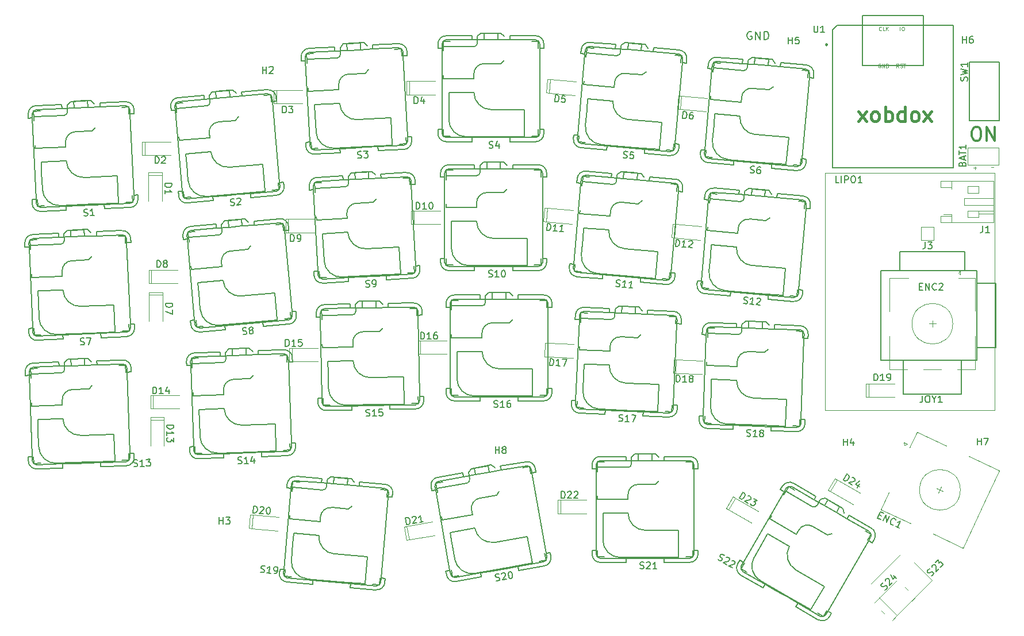
<source format=gbr>
%TF.GenerationSoftware,KiCad,Pcbnew,(6.0.0-0)*%
%TF.CreationDate,2023-10-27T21:44:22-07:00*%
%TF.ProjectId,xobdox_seeed,786f6264-6f78-45f7-9365-6565642e6b69,rev?*%
%TF.SameCoordinates,Original*%
%TF.FileFunction,Legend,Top*%
%TF.FilePolarity,Positive*%
%FSLAX46Y46*%
G04 Gerber Fmt 4.6, Leading zero omitted, Abs format (unit mm)*
G04 Created by KiCad (PCBNEW (6.0.0-0)) date 2023-10-27 21:44:22*
%MOMM*%
%LPD*%
G01*
G04 APERTURE LIST*
%ADD10C,0.300000*%
%ADD11C,0.381000*%
%ADD12C,0.200000*%
%ADD13C,0.150000*%
%ADD14C,0.048768*%
%ADD15C,0.127000*%
%ADD16C,0.120000*%
%ADD17C,0.254000*%
G04 APERTURE END LIST*
D10*
X211618142Y-68745361D02*
X211999095Y-68745361D01*
X212189571Y-68840600D01*
X212380047Y-69031076D01*
X212475285Y-69412028D01*
X212475285Y-70078695D01*
X212380047Y-70459647D01*
X212189571Y-70650123D01*
X211999095Y-70745361D01*
X211618142Y-70745361D01*
X211427666Y-70650123D01*
X211237190Y-70459647D01*
X211141952Y-70078695D01*
X211141952Y-69412028D01*
X211237190Y-69031076D01*
X211427666Y-68840600D01*
X211618142Y-68745361D01*
X213332428Y-70745361D02*
X213332428Y-68745361D01*
X214475285Y-70745361D01*
X214475285Y-68745361D01*
D11*
X194459678Y-67892990D02*
X195590583Y-66453657D01*
X194459678Y-66453657D02*
X195590583Y-67892990D01*
X196721488Y-67892990D02*
X196515869Y-67790180D01*
X196413059Y-67687371D01*
X196310250Y-67481752D01*
X196310250Y-66864895D01*
X196413059Y-66659276D01*
X196515869Y-66556466D01*
X196721488Y-66453657D01*
X197029916Y-66453657D01*
X197235535Y-66556466D01*
X197338345Y-66659276D01*
X197441154Y-66864895D01*
X197441154Y-67481752D01*
X197338345Y-67687371D01*
X197235535Y-67790180D01*
X197029916Y-67892990D01*
X196721488Y-67892990D01*
X198366440Y-67892990D02*
X198366440Y-65733990D01*
X198366440Y-66556466D02*
X198572059Y-66453657D01*
X198983297Y-66453657D01*
X199188916Y-66556466D01*
X199291726Y-66659276D01*
X199394535Y-66864895D01*
X199394535Y-67481752D01*
X199291726Y-67687371D01*
X199188916Y-67790180D01*
X198983297Y-67892990D01*
X198572059Y-67892990D01*
X198366440Y-67790180D01*
X201245107Y-67892990D02*
X201245107Y-65733990D01*
X201245107Y-67790180D02*
X201039488Y-67892990D01*
X200628250Y-67892990D01*
X200422630Y-67790180D01*
X200319821Y-67687371D01*
X200217011Y-67481752D01*
X200217011Y-66864895D01*
X200319821Y-66659276D01*
X200422630Y-66556466D01*
X200628250Y-66453657D01*
X201039488Y-66453657D01*
X201245107Y-66556466D01*
X202581630Y-67892990D02*
X202376011Y-67790180D01*
X202273202Y-67687371D01*
X202170392Y-67481752D01*
X202170392Y-66864895D01*
X202273202Y-66659276D01*
X202376011Y-66556466D01*
X202581630Y-66453657D01*
X202890059Y-66453657D01*
X203095678Y-66556466D01*
X203198488Y-66659276D01*
X203301297Y-66864895D01*
X203301297Y-67481752D01*
X203198488Y-67687371D01*
X203095678Y-67790180D01*
X202890059Y-67892990D01*
X202581630Y-67892990D01*
X204020964Y-67892990D02*
X205151869Y-66453657D01*
X204020964Y-66453657D02*
X205151869Y-67892990D01*
D12*
X178714514Y-54695800D02*
X178600228Y-54638657D01*
X178428800Y-54638657D01*
X178257371Y-54695800D01*
X178143085Y-54810085D01*
X178085942Y-54924371D01*
X178028800Y-55152942D01*
X178028800Y-55324371D01*
X178085942Y-55552942D01*
X178143085Y-55667228D01*
X178257371Y-55781514D01*
X178428800Y-55838657D01*
X178543085Y-55838657D01*
X178714514Y-55781514D01*
X178771657Y-55724371D01*
X178771657Y-55324371D01*
X178543085Y-55324371D01*
X179285942Y-55838657D02*
X179285942Y-54638657D01*
X179971657Y-55838657D01*
X179971657Y-54638657D01*
X180543085Y-55838657D02*
X180543085Y-54638657D01*
X180828800Y-54638657D01*
X181000228Y-54695800D01*
X181114514Y-54810085D01*
X181171657Y-54924371D01*
X181228800Y-55152942D01*
X181228800Y-55324371D01*
X181171657Y-55552942D01*
X181114514Y-55667228D01*
X181000228Y-55781514D01*
X180828800Y-55838657D01*
X180543085Y-55838657D01*
D13*
%TO.C,S9*%
X121895126Y-92295925D02*
X122040279Y-92336002D01*
X122278048Y-92323541D01*
X122370663Y-92271003D01*
X122415725Y-92220957D01*
X122458294Y-92123357D01*
X122453310Y-92028250D01*
X122400772Y-91935634D01*
X122350726Y-91890573D01*
X122253126Y-91848003D01*
X122060419Y-91810418D01*
X121962819Y-91767849D01*
X121912773Y-91722787D01*
X121860235Y-91630172D01*
X121855250Y-91535064D01*
X121897820Y-91437464D01*
X121942881Y-91387418D01*
X122035497Y-91334880D01*
X122273266Y-91322419D01*
X122418419Y-91362496D01*
X122943801Y-92288650D02*
X123134016Y-92278682D01*
X123226632Y-92226143D01*
X123271693Y-92176097D01*
X123359324Y-92028452D01*
X123396909Y-91835744D01*
X123376972Y-91455314D01*
X123324434Y-91362699D01*
X123274388Y-91317637D01*
X123176788Y-91275068D01*
X122986573Y-91285036D01*
X122893957Y-91337575D01*
X122848896Y-91387621D01*
X122806326Y-91485220D01*
X122818787Y-91722989D01*
X122871325Y-91815605D01*
X122921371Y-91860666D01*
X123018971Y-91903236D01*
X123209186Y-91893267D01*
X123301802Y-91840729D01*
X123346863Y-91790683D01*
X123389433Y-91693083D01*
%TO.C,S8*%
X103798861Y-99283850D02*
X103945325Y-99318837D01*
X104182514Y-99298085D01*
X104273240Y-99242347D01*
X104316527Y-99190759D01*
X104355665Y-99091733D01*
X104347364Y-98996857D01*
X104291626Y-98906132D01*
X104240038Y-98862844D01*
X104141012Y-98823707D01*
X103947110Y-98792870D01*
X103848084Y-98753733D01*
X103796496Y-98710445D01*
X103740758Y-98619720D01*
X103732457Y-98524844D01*
X103771594Y-98425818D01*
X103814882Y-98374230D01*
X103905607Y-98318492D01*
X104142796Y-98297740D01*
X104289260Y-98332727D01*
X104891717Y-98662427D02*
X104792691Y-98623289D01*
X104741102Y-98580002D01*
X104685364Y-98489276D01*
X104681214Y-98441839D01*
X104720351Y-98342813D01*
X104763639Y-98291225D01*
X104854364Y-98235486D01*
X105044115Y-98218885D01*
X105143141Y-98258022D01*
X105194730Y-98301310D01*
X105250468Y-98392035D01*
X105254618Y-98439473D01*
X105215481Y-98538499D01*
X105172193Y-98590087D01*
X105081468Y-98645826D01*
X104891717Y-98662427D01*
X104800991Y-98718165D01*
X104757704Y-98769753D01*
X104718566Y-98868779D01*
X104735167Y-99058531D01*
X104790906Y-99149256D01*
X104842494Y-99192544D01*
X104941520Y-99231681D01*
X105131271Y-99215080D01*
X105221997Y-99159341D01*
X105265284Y-99107753D01*
X105304421Y-99008727D01*
X105287820Y-98818976D01*
X105232082Y-98728250D01*
X105180494Y-98684963D01*
X105081468Y-98645826D01*
%TO.C,D1*%
X92303419Y-77065304D02*
X93303419Y-77065304D01*
X93303419Y-77303400D01*
X93255800Y-77446257D01*
X93160561Y-77541495D01*
X93065323Y-77589114D01*
X92874847Y-77636733D01*
X92731990Y-77636733D01*
X92541514Y-77589114D01*
X92446276Y-77541495D01*
X92351038Y-77446257D01*
X92303419Y-77303400D01*
X92303419Y-77065304D01*
X92303419Y-78589114D02*
X92303419Y-78017685D01*
X92303419Y-78303400D02*
X93303419Y-78303400D01*
X93160561Y-78208161D01*
X93065323Y-78112923D01*
X93017704Y-78017685D01*
%TO.C,D18*%
X167579066Y-106276927D02*
X167613965Y-105277536D01*
X167851915Y-105285845D01*
X167993024Y-105338421D01*
X168084880Y-105436925D01*
X168129146Y-105533767D01*
X168170089Y-105725789D01*
X168165103Y-105868559D01*
X168110865Y-106057257D01*
X168059952Y-106150776D01*
X167961448Y-106242632D01*
X167817016Y-106285236D01*
X167579066Y-106276927D01*
X169101947Y-106330107D02*
X168530866Y-106310165D01*
X168816407Y-106320136D02*
X168851306Y-105320745D01*
X168751140Y-105460191D01*
X168652637Y-105552048D01*
X168555795Y-105596314D01*
X169692970Y-105778969D02*
X169599452Y-105728055D01*
X169553524Y-105678803D01*
X169509257Y-105581962D01*
X169510919Y-105534371D01*
X169561833Y-105440853D01*
X169611085Y-105394925D01*
X169707927Y-105350659D01*
X169898287Y-105357306D01*
X169991805Y-105408220D01*
X170037733Y-105457472D01*
X170082000Y-105554314D01*
X170080338Y-105601904D01*
X170029424Y-105695422D01*
X169980172Y-105741350D01*
X169883330Y-105785617D01*
X169692970Y-105778969D01*
X169596128Y-105823235D01*
X169546876Y-105869164D01*
X169495962Y-105962682D01*
X169489315Y-106153042D01*
X169533581Y-106249884D01*
X169579509Y-106299136D01*
X169673027Y-106350050D01*
X169863388Y-106356697D01*
X169960229Y-106312431D01*
X170009481Y-106266503D01*
X170060395Y-106172985D01*
X170067043Y-105982624D01*
X170022776Y-105885782D01*
X169976848Y-105836531D01*
X169883330Y-105785617D01*
%TO.C,H3*%
X100304695Y-127249180D02*
X100304695Y-126249180D01*
X100304695Y-126725371D02*
X100876123Y-126725371D01*
X100876123Y-127249180D02*
X100876123Y-126249180D01*
X101257076Y-126249180D02*
X101876123Y-126249180D01*
X101542790Y-126630133D01*
X101685647Y-126630133D01*
X101780885Y-126677752D01*
X101828504Y-126725371D01*
X101876123Y-126820609D01*
X101876123Y-127058704D01*
X101828504Y-127153942D01*
X101780885Y-127201561D01*
X101685647Y-127249180D01*
X101399933Y-127249180D01*
X101304695Y-127201561D01*
X101257076Y-127153942D01*
%TO.C,S22*%
X173731397Y-132421086D02*
X173831305Y-132533754D01*
X174037502Y-132652801D01*
X174143790Y-132659181D01*
X174208838Y-132641751D01*
X174297697Y-132583082D01*
X174345316Y-132500604D01*
X174351696Y-132394316D01*
X174334266Y-132329267D01*
X174275597Y-132240408D01*
X174134449Y-132103931D01*
X174075780Y-132015073D01*
X174058350Y-131950024D01*
X174064730Y-131843736D01*
X174112349Y-131761257D01*
X174201207Y-131702588D01*
X174266256Y-131685158D01*
X174372544Y-131691538D01*
X174578741Y-131810586D01*
X174678649Y-131923253D01*
X174984754Y-132154969D02*
X175049803Y-132137539D01*
X175156091Y-132143919D01*
X175362288Y-132262967D01*
X175420957Y-132351825D01*
X175438387Y-132416874D01*
X175432007Y-132523162D01*
X175384388Y-132605640D01*
X175271720Y-132705549D01*
X174491134Y-132914706D01*
X175027245Y-133224230D01*
X175809540Y-132631159D02*
X175874589Y-132613730D01*
X175980877Y-132620109D01*
X176187074Y-132739157D01*
X176245743Y-132828015D01*
X176263173Y-132893064D01*
X176256793Y-132999352D01*
X176209174Y-133081831D01*
X176096506Y-133181739D01*
X175315920Y-133390897D01*
X175852031Y-133700421D01*
%TO.C,S19*%
X106376538Y-134305714D02*
X106514702Y-134365603D01*
X106751891Y-134386354D01*
X106850917Y-134347217D01*
X106902505Y-134303929D01*
X106958243Y-134213204D01*
X106966544Y-134118328D01*
X106927406Y-134019302D01*
X106884119Y-133967714D01*
X106793393Y-133911976D01*
X106607792Y-133847937D01*
X106517067Y-133792198D01*
X106473779Y-133740610D01*
X106434642Y-133641584D01*
X106442943Y-133546709D01*
X106498681Y-133455983D01*
X106550269Y-133412696D01*
X106649295Y-133373558D01*
X106886484Y-133394310D01*
X107024648Y-133454198D01*
X107890399Y-134485961D02*
X107321145Y-134436157D01*
X107605772Y-134461059D02*
X107692928Y-133464864D01*
X107585601Y-133598877D01*
X107482425Y-133685452D01*
X107383399Y-133724590D01*
X108364777Y-134527463D02*
X108554529Y-134544064D01*
X108653555Y-134504927D01*
X108705143Y-134461640D01*
X108812469Y-134327627D01*
X108876508Y-134142026D01*
X108909710Y-133762523D01*
X108870573Y-133663497D01*
X108827286Y-133611909D01*
X108736560Y-133556170D01*
X108546809Y-133539569D01*
X108447783Y-133578707D01*
X108396195Y-133621994D01*
X108340456Y-133712720D01*
X108319705Y-133949909D01*
X108358842Y-134048935D01*
X108402130Y-134100523D01*
X108492855Y-134156261D01*
X108682607Y-134172862D01*
X108781633Y-134133725D01*
X108833221Y-134090437D01*
X108888959Y-133999712D01*
%TO.C,D17*%
X148957337Y-103853183D02*
X149000956Y-102854135D01*
X149238825Y-102864521D01*
X149379469Y-102918326D01*
X149470462Y-103017628D01*
X149513882Y-103114852D01*
X149553147Y-103307224D01*
X149546916Y-103449945D01*
X149491033Y-103638163D01*
X149439306Y-103731233D01*
X149340004Y-103822227D01*
X149195206Y-103863569D01*
X148957337Y-103853183D01*
X150479696Y-103919651D02*
X149908811Y-103894726D01*
X150194254Y-103907188D02*
X150237873Y-102908140D01*
X150136494Y-103046707D01*
X150037193Y-103137700D01*
X149939968Y-103181120D01*
X150856332Y-102935143D02*
X151522364Y-102964222D01*
X151050581Y-103944576D01*
%TO.C,U1*%
X187863795Y-53790980D02*
X187863795Y-54600504D01*
X187911414Y-54695742D01*
X187959033Y-54743361D01*
X188054271Y-54790980D01*
X188244747Y-54790980D01*
X188339985Y-54743361D01*
X188387604Y-54695742D01*
X188435223Y-54600504D01*
X188435223Y-53790980D01*
X189435223Y-54790980D02*
X188863795Y-54790980D01*
X189149509Y-54790980D02*
X189149509Y-53790980D01*
X189054271Y-53933838D01*
X188959033Y-54029076D01*
X188863795Y-54076695D01*
%TO.C,J3*%
X204263666Y-85681980D02*
X204263666Y-86396266D01*
X204216047Y-86539123D01*
X204120809Y-86634361D01*
X203977952Y-86681980D01*
X203882714Y-86681980D01*
X204644619Y-85681980D02*
X205263666Y-85681980D01*
X204930333Y-86062933D01*
X205073190Y-86062933D01*
X205168428Y-86110552D01*
X205216047Y-86158171D01*
X205263666Y-86253409D01*
X205263666Y-86491504D01*
X205216047Y-86586742D01*
X205168428Y-86634361D01*
X205073190Y-86681980D01*
X204787476Y-86681980D01*
X204692238Y-86634361D01*
X204644619Y-86586742D01*
%TO.C,D10*%
X129290914Y-80817980D02*
X129290914Y-79817980D01*
X129529009Y-79817980D01*
X129671866Y-79865600D01*
X129767104Y-79960838D01*
X129814723Y-80056076D01*
X129862342Y-80246552D01*
X129862342Y-80389409D01*
X129814723Y-80579885D01*
X129767104Y-80675123D01*
X129671866Y-80770361D01*
X129529009Y-80817980D01*
X129290914Y-80817980D01*
X130814723Y-80817980D02*
X130243295Y-80817980D01*
X130529009Y-80817980D02*
X130529009Y-79817980D01*
X130433771Y-79960838D01*
X130338533Y-80056076D01*
X130243295Y-80103695D01*
X131433771Y-79817980D02*
X131529009Y-79817980D01*
X131624247Y-79865600D01*
X131671866Y-79913219D01*
X131719485Y-80008457D01*
X131767104Y-80198933D01*
X131767104Y-80437028D01*
X131719485Y-80627504D01*
X131671866Y-80722742D01*
X131624247Y-80770361D01*
X131529009Y-80817980D01*
X131433771Y-80817980D01*
X131338533Y-80770361D01*
X131290914Y-80722742D01*
X131243295Y-80627504D01*
X131195676Y-80437028D01*
X131195676Y-80198933D01*
X131243295Y-80008457D01*
X131290914Y-79913219D01*
X131338533Y-79865600D01*
X131433771Y-79817980D01*
%TO.C,D14*%
X90505114Y-108046780D02*
X90505114Y-107046780D01*
X90743209Y-107046780D01*
X90886066Y-107094400D01*
X90981304Y-107189638D01*
X91028923Y-107284876D01*
X91076542Y-107475352D01*
X91076542Y-107618209D01*
X91028923Y-107808685D01*
X90981304Y-107903923D01*
X90886066Y-107999161D01*
X90743209Y-108046780D01*
X90505114Y-108046780D01*
X92028923Y-108046780D02*
X91457495Y-108046780D01*
X91743209Y-108046780D02*
X91743209Y-107046780D01*
X91647971Y-107189638D01*
X91552733Y-107284876D01*
X91457495Y-107332495D01*
X92886066Y-107380114D02*
X92886066Y-108046780D01*
X92647971Y-106999161D02*
X92409876Y-107713447D01*
X93028923Y-107713447D01*
%TO.C,S1*%
X80369137Y-81797290D02*
X80513936Y-81838632D01*
X80751804Y-81828247D01*
X80844875Y-81776519D01*
X80890371Y-81726868D01*
X80933791Y-81629643D01*
X80929636Y-81534496D01*
X80877909Y-81441426D01*
X80828258Y-81395929D01*
X80731033Y-81352510D01*
X80538661Y-81313244D01*
X80441437Y-81269825D01*
X80391786Y-81224328D01*
X80340058Y-81131258D01*
X80335904Y-81036110D01*
X80379323Y-80938886D01*
X80424820Y-80889235D01*
X80517890Y-80837507D01*
X80755759Y-80827121D01*
X80900557Y-80868464D01*
X81893574Y-81778396D02*
X81322689Y-81803321D01*
X81608131Y-81790859D02*
X81564512Y-80791811D01*
X81475596Y-80938686D01*
X81384603Y-81037988D01*
X81291532Y-81089716D01*
%TO.C,D8*%
X91108304Y-89403180D02*
X91108304Y-88403180D01*
X91346400Y-88403180D01*
X91489257Y-88450800D01*
X91584495Y-88546038D01*
X91632114Y-88641276D01*
X91679733Y-88831752D01*
X91679733Y-88974609D01*
X91632114Y-89165085D01*
X91584495Y-89260323D01*
X91489257Y-89355561D01*
X91346400Y-89403180D01*
X91108304Y-89403180D01*
X92251161Y-88831752D02*
X92155923Y-88784133D01*
X92108304Y-88736514D01*
X92060685Y-88641276D01*
X92060685Y-88593657D01*
X92108304Y-88498419D01*
X92155923Y-88450800D01*
X92251161Y-88403180D01*
X92441638Y-88403180D01*
X92536876Y-88450800D01*
X92584495Y-88498419D01*
X92632114Y-88593657D01*
X92632114Y-88641276D01*
X92584495Y-88736514D01*
X92536876Y-88784133D01*
X92441638Y-88831752D01*
X92251161Y-88831752D01*
X92155923Y-88879371D01*
X92108304Y-88926990D01*
X92060685Y-89022228D01*
X92060685Y-89212704D01*
X92108304Y-89307942D01*
X92155923Y-89355561D01*
X92251161Y-89403180D01*
X92441638Y-89403180D01*
X92536876Y-89355561D01*
X92584495Y-89307942D01*
X92632114Y-89212704D01*
X92632114Y-89022228D01*
X92584495Y-88926990D01*
X92536876Y-88879371D01*
X92441638Y-88831752D01*
%TO.C,LIPO1*%
X191571428Y-76952380D02*
X191095238Y-76952380D01*
X191095238Y-75952380D01*
X191904761Y-76952380D02*
X191904761Y-75952380D01*
X192380952Y-76952380D02*
X192380952Y-75952380D01*
X192761904Y-75952380D01*
X192857142Y-76000000D01*
X192904761Y-76047619D01*
X192952380Y-76142857D01*
X192952380Y-76285714D01*
X192904761Y-76380952D01*
X192857142Y-76428571D01*
X192761904Y-76476190D01*
X192380952Y-76476190D01*
X193571428Y-75952380D02*
X193761904Y-75952380D01*
X193857142Y-76000000D01*
X193952380Y-76095238D01*
X194000000Y-76285714D01*
X194000000Y-76619047D01*
X193952380Y-76809523D01*
X193857142Y-76904761D01*
X193761904Y-76952380D01*
X193571428Y-76952380D01*
X193476190Y-76904761D01*
X193380952Y-76809523D01*
X193333333Y-76619047D01*
X193333333Y-76285714D01*
X193380952Y-76095238D01*
X193476190Y-76000000D01*
X193571428Y-75952380D01*
X194952380Y-76952380D02*
X194380952Y-76952380D01*
X194666666Y-76952380D02*
X194666666Y-75952380D01*
X194571428Y-76095238D01*
X194476190Y-76190476D01*
X194380952Y-76238095D01*
%TO.C,S23*%
X205150744Y-134892675D02*
X205285431Y-134825331D01*
X205453790Y-134656973D01*
X205487461Y-134555957D01*
X205487461Y-134488614D01*
X205453790Y-134387599D01*
X205386446Y-134320255D01*
X205285431Y-134286583D01*
X205218087Y-134286583D01*
X205117072Y-134320255D01*
X204948713Y-134421270D01*
X204847698Y-134454942D01*
X204780355Y-134454942D01*
X204679339Y-134421270D01*
X204611996Y-134353927D01*
X204578324Y-134252912D01*
X204578324Y-134185568D01*
X204611996Y-134084553D01*
X204780355Y-133916194D01*
X204915042Y-133848851D01*
X205218087Y-133613148D02*
X205218087Y-133545805D01*
X205251759Y-133444790D01*
X205420118Y-133276431D01*
X205521133Y-133242759D01*
X205588477Y-133242759D01*
X205689492Y-133276431D01*
X205756835Y-133343774D01*
X205824179Y-133478461D01*
X205824179Y-134286583D01*
X206261912Y-133848851D01*
X205790507Y-132906042D02*
X206228240Y-132468309D01*
X206261912Y-132973385D01*
X206362927Y-132872370D01*
X206463942Y-132838698D01*
X206531286Y-132838698D01*
X206632301Y-132872370D01*
X206800660Y-133040729D01*
X206834331Y-133141744D01*
X206834331Y-133209087D01*
X206800660Y-133310103D01*
X206598629Y-133512133D01*
X206497614Y-133545805D01*
X206430270Y-133545805D01*
%TO.C,D22*%
X150652314Y-123439180D02*
X150652314Y-122439180D01*
X150890409Y-122439180D01*
X151033266Y-122486800D01*
X151128504Y-122582038D01*
X151176123Y-122677276D01*
X151223742Y-122867752D01*
X151223742Y-123010609D01*
X151176123Y-123201085D01*
X151128504Y-123296323D01*
X151033266Y-123391561D01*
X150890409Y-123439180D01*
X150652314Y-123439180D01*
X151604695Y-122534419D02*
X151652314Y-122486800D01*
X151747552Y-122439180D01*
X151985647Y-122439180D01*
X152080885Y-122486800D01*
X152128504Y-122534419D01*
X152176123Y-122629657D01*
X152176123Y-122724895D01*
X152128504Y-122867752D01*
X151557076Y-123439180D01*
X152176123Y-123439180D01*
X152557076Y-122534419D02*
X152604695Y-122486800D01*
X152699933Y-122439180D01*
X152938028Y-122439180D01*
X153033266Y-122486800D01*
X153080885Y-122534419D01*
X153128504Y-122629657D01*
X153128504Y-122724895D01*
X153080885Y-122867752D01*
X152509457Y-123439180D01*
X153128504Y-123439180D01*
%TO.C,D2*%
X90854304Y-74086980D02*
X90854304Y-73086980D01*
X91092400Y-73086980D01*
X91235257Y-73134600D01*
X91330495Y-73229838D01*
X91378114Y-73325076D01*
X91425733Y-73515552D01*
X91425733Y-73658409D01*
X91378114Y-73848885D01*
X91330495Y-73944123D01*
X91235257Y-74039361D01*
X91092400Y-74086980D01*
X90854304Y-74086980D01*
X91806685Y-73182219D02*
X91854304Y-73134600D01*
X91949542Y-73086980D01*
X92187638Y-73086980D01*
X92282876Y-73134600D01*
X92330495Y-73182219D01*
X92378114Y-73277457D01*
X92378114Y-73372695D01*
X92330495Y-73515552D01*
X91759066Y-74086980D01*
X92378114Y-74086980D01*
%TO.C,S11*%
X158707143Y-92196694D02*
X158845307Y-92256583D01*
X159082496Y-92277334D01*
X159181522Y-92238197D01*
X159233110Y-92194909D01*
X159288848Y-92104184D01*
X159297149Y-92009308D01*
X159258011Y-91910282D01*
X159214724Y-91858694D01*
X159123998Y-91802956D01*
X158938397Y-91738917D01*
X158847672Y-91683178D01*
X158804384Y-91631590D01*
X158765247Y-91532564D01*
X158773548Y-91437689D01*
X158829286Y-91346963D01*
X158880874Y-91303676D01*
X158979900Y-91264538D01*
X159217089Y-91285290D01*
X159355253Y-91345178D01*
X160221004Y-92376941D02*
X159651750Y-92327137D01*
X159936377Y-92352039D02*
X160023533Y-91355844D01*
X159916206Y-91489857D01*
X159813030Y-91576432D01*
X159714004Y-91615570D01*
X161169761Y-92459946D02*
X160600507Y-92410143D01*
X160885134Y-92435044D02*
X160972290Y-91438850D01*
X160864963Y-91572863D01*
X160761787Y-91659438D01*
X160662761Y-91698575D01*
%TO.C,D5*%
X149720285Y-65003930D02*
X149807441Y-64007735D01*
X150044630Y-64028486D01*
X150182794Y-64088375D01*
X150269369Y-64191551D01*
X150308506Y-64290577D01*
X150339343Y-64484479D01*
X150326892Y-64626792D01*
X150262853Y-64812394D01*
X150207115Y-64903119D01*
X150103938Y-64989694D01*
X149957475Y-65024681D01*
X149720285Y-65003930D01*
X151278014Y-64136394D02*
X150803636Y-64094891D01*
X150714695Y-64565119D01*
X150766283Y-64521831D01*
X150865309Y-64482694D01*
X151102498Y-64503445D01*
X151193224Y-64559184D01*
X151236511Y-64610772D01*
X151275649Y-64709798D01*
X151254897Y-64946987D01*
X151199159Y-65037713D01*
X151147571Y-65081000D01*
X151048545Y-65120137D01*
X150811356Y-65099386D01*
X150720630Y-65043648D01*
X150677343Y-64992060D01*
%TO.C,D13*%
X92608219Y-112657114D02*
X93608219Y-112657114D01*
X93608219Y-112895209D01*
X93560600Y-113038066D01*
X93465361Y-113133304D01*
X93370123Y-113180923D01*
X93179647Y-113228542D01*
X93036790Y-113228542D01*
X92846314Y-113180923D01*
X92751076Y-113133304D01*
X92655838Y-113038066D01*
X92608219Y-112895209D01*
X92608219Y-112657114D01*
X92608219Y-114180923D02*
X92608219Y-113609495D01*
X92608219Y-113895209D02*
X93608219Y-113895209D01*
X93465361Y-113799971D01*
X93370123Y-113704733D01*
X93322504Y-113609495D01*
X93608219Y-114514257D02*
X93608219Y-115133304D01*
X93227266Y-114799971D01*
X93227266Y-114942828D01*
X93179647Y-115038066D01*
X93132028Y-115085685D01*
X93036790Y-115133304D01*
X92798695Y-115133304D01*
X92703457Y-115085685D01*
X92655838Y-115038066D01*
X92608219Y-114942828D01*
X92608219Y-114657114D01*
X92655838Y-114561876D01*
X92703457Y-114514257D01*
%TO.C,S3*%
X120695126Y-73295925D02*
X120840279Y-73336002D01*
X121078048Y-73323541D01*
X121170663Y-73271003D01*
X121215725Y-73220957D01*
X121258294Y-73123357D01*
X121253310Y-73028250D01*
X121200772Y-72935634D01*
X121150726Y-72890573D01*
X121053126Y-72848003D01*
X120860419Y-72810418D01*
X120762819Y-72767849D01*
X120712773Y-72722787D01*
X120660235Y-72630172D01*
X120655250Y-72535064D01*
X120697820Y-72437464D01*
X120742881Y-72387418D01*
X120835497Y-72334880D01*
X121073266Y-72322419D01*
X121218419Y-72362496D01*
X121548804Y-72297497D02*
X122167003Y-72265099D01*
X121854064Y-72662975D01*
X121996725Y-72655498D01*
X122094325Y-72698067D01*
X122144371Y-72743129D01*
X122196909Y-72835744D01*
X122209370Y-73073513D01*
X122166801Y-73171113D01*
X122121739Y-73221159D01*
X122029124Y-73273697D01*
X121743801Y-73288650D01*
X121646201Y-73246081D01*
X121596155Y-73201019D01*
%TO.C,S10*%
X139963004Y-90794147D02*
X140105861Y-90841766D01*
X140343957Y-90841766D01*
X140439195Y-90794147D01*
X140486814Y-90746528D01*
X140534433Y-90651290D01*
X140534433Y-90556052D01*
X140486814Y-90460814D01*
X140439195Y-90413195D01*
X140343957Y-90365576D01*
X140153480Y-90317957D01*
X140058242Y-90270338D01*
X140010623Y-90222719D01*
X139963004Y-90127481D01*
X139963004Y-90032243D01*
X140010623Y-89937005D01*
X140058242Y-89889386D01*
X140153480Y-89841766D01*
X140391576Y-89841766D01*
X140534433Y-89889386D01*
X141486814Y-90841766D02*
X140915385Y-90841766D01*
X141201100Y-90841766D02*
X141201100Y-89841766D01*
X141105861Y-89984624D01*
X141010623Y-90079862D01*
X140915385Y-90127481D01*
X142105861Y-89841766D02*
X142201100Y-89841766D01*
X142296338Y-89889386D01*
X142343957Y-89937005D01*
X142391576Y-90032243D01*
X142439195Y-90222719D01*
X142439195Y-90460814D01*
X142391576Y-90651290D01*
X142343957Y-90746528D01*
X142296338Y-90794147D01*
X142201100Y-90841766D01*
X142105861Y-90841766D01*
X142010623Y-90794147D01*
X141963004Y-90746528D01*
X141915385Y-90651290D01*
X141867766Y-90460814D01*
X141867766Y-90222719D01*
X141915385Y-90032243D01*
X141963004Y-89937005D01*
X142010623Y-89889386D01*
X142105861Y-89841766D01*
%TO.C,S18*%
X177959662Y-114263086D02*
X178100771Y-114315662D01*
X178338721Y-114323971D01*
X178435563Y-114279705D01*
X178484815Y-114233777D01*
X178535729Y-114140258D01*
X178539052Y-114045078D01*
X178494786Y-113948236D01*
X178448858Y-113898984D01*
X178355340Y-113848071D01*
X178166641Y-113793833D01*
X178073123Y-113742919D01*
X178027195Y-113693667D01*
X177982929Y-113596825D01*
X177986253Y-113501645D01*
X178037166Y-113408127D01*
X178086418Y-113362199D01*
X178183260Y-113317933D01*
X178421210Y-113326242D01*
X178562319Y-113378818D01*
X179480882Y-114363856D02*
X178909801Y-114343914D01*
X179195342Y-114353885D02*
X179230241Y-113354494D01*
X179130075Y-113493940D01*
X179031572Y-113585797D01*
X178934730Y-113630063D01*
X180071905Y-113812718D02*
X179978387Y-113761804D01*
X179932459Y-113712553D01*
X179888192Y-113615711D01*
X179889854Y-113568121D01*
X179940768Y-113474602D01*
X179990020Y-113428674D01*
X180086862Y-113384408D01*
X180277222Y-113391055D01*
X180370740Y-113441969D01*
X180416668Y-113491221D01*
X180460935Y-113588063D01*
X180459273Y-113635653D01*
X180408359Y-113729171D01*
X180359107Y-113775100D01*
X180262265Y-113819366D01*
X180071905Y-113812718D01*
X179975063Y-113856985D01*
X179925811Y-113902913D01*
X179874897Y-113996431D01*
X179868250Y-114186791D01*
X179912516Y-114283633D01*
X179958444Y-114332885D01*
X180051962Y-114383799D01*
X180242322Y-114390446D01*
X180339164Y-114346180D01*
X180388416Y-114300252D01*
X180439330Y-114206734D01*
X180445978Y-114016373D01*
X180401711Y-113919532D01*
X180355783Y-113870280D01*
X180262265Y-113819366D01*
%TO.C,D4*%
X129005104Y-65273180D02*
X129005104Y-64273180D01*
X129243200Y-64273180D01*
X129386057Y-64320800D01*
X129481295Y-64416038D01*
X129528914Y-64511276D01*
X129576533Y-64701752D01*
X129576533Y-64844609D01*
X129528914Y-65035085D01*
X129481295Y-65130323D01*
X129386057Y-65225561D01*
X129243200Y-65273180D01*
X129005104Y-65273180D01*
X130433676Y-64606514D02*
X130433676Y-65273180D01*
X130195580Y-64225561D02*
X129957485Y-64939847D01*
X130576533Y-64939847D01*
%TO.C,D21*%
X127914717Y-127326166D02*
X127741068Y-126341359D01*
X127975547Y-126300014D01*
X128124502Y-126322102D01*
X128234831Y-126399356D01*
X128298265Y-126484878D01*
X128378236Y-126664191D01*
X128403043Y-126804878D01*
X128389224Y-127000730D01*
X128358866Y-127102790D01*
X128281613Y-127213119D01*
X128149195Y-127284821D01*
X127914717Y-127326166D01*
X128695519Y-126269771D02*
X128734145Y-126214606D01*
X128819667Y-126151172D01*
X129054145Y-126109828D01*
X129156206Y-126140185D01*
X129211370Y-126178812D01*
X129274804Y-126264334D01*
X129291342Y-126358125D01*
X129269253Y-126507081D01*
X128805733Y-127169056D01*
X129415376Y-127061560D01*
X130353288Y-126896180D02*
X129790541Y-126995408D01*
X130071915Y-126945794D02*
X129898266Y-125960986D01*
X129829282Y-126118211D01*
X129752029Y-126228540D01*
X129666507Y-126291974D01*
%TO.C,D3*%
X109624904Y-66644780D02*
X109624904Y-65644780D01*
X109863000Y-65644780D01*
X110005857Y-65692400D01*
X110101095Y-65787638D01*
X110148714Y-65882876D01*
X110196333Y-66073352D01*
X110196333Y-66216209D01*
X110148714Y-66406685D01*
X110101095Y-66501923D01*
X110005857Y-66597161D01*
X109863000Y-66644780D01*
X109624904Y-66644780D01*
X110529666Y-65644780D02*
X111148714Y-65644780D01*
X110815380Y-66025733D01*
X110958238Y-66025733D01*
X111053476Y-66073352D01*
X111101095Y-66120971D01*
X111148714Y-66216209D01*
X111148714Y-66454304D01*
X111101095Y-66549542D01*
X111053476Y-66597161D01*
X110958238Y-66644780D01*
X110672523Y-66644780D01*
X110577285Y-66597161D01*
X110529666Y-66549542D01*
%TO.C,S4*%
X140039195Y-71794147D02*
X140182052Y-71841766D01*
X140420147Y-71841766D01*
X140515385Y-71794147D01*
X140563004Y-71746528D01*
X140610623Y-71651290D01*
X140610623Y-71556052D01*
X140563004Y-71460814D01*
X140515385Y-71413195D01*
X140420147Y-71365576D01*
X140229671Y-71317957D01*
X140134433Y-71270338D01*
X140086814Y-71222719D01*
X140039195Y-71127481D01*
X140039195Y-71032243D01*
X140086814Y-70937005D01*
X140134433Y-70889386D01*
X140229671Y-70841766D01*
X140467766Y-70841766D01*
X140610623Y-70889386D01*
X141467766Y-71175100D02*
X141467766Y-71841766D01*
X141229671Y-70794147D02*
X140991576Y-71508433D01*
X141610623Y-71508433D01*
%TO.C,S17*%
X159134010Y-112053667D02*
X159274654Y-112107472D01*
X159512523Y-112117858D01*
X159609747Y-112074438D01*
X159659398Y-112028942D01*
X159711126Y-111935871D01*
X159715280Y-111840724D01*
X159671861Y-111743499D01*
X159626364Y-111693849D01*
X159533294Y-111642121D01*
X159345076Y-111586238D01*
X159252006Y-111534510D01*
X159206509Y-111484860D01*
X159163090Y-111387635D01*
X159167244Y-111292488D01*
X159218972Y-111199417D01*
X159268623Y-111153921D01*
X159365847Y-111110501D01*
X159603716Y-111120887D01*
X159744360Y-111174692D01*
X160654292Y-112167709D02*
X160083408Y-112142783D01*
X160368850Y-112155246D02*
X160412469Y-111156198D01*
X160311091Y-111294765D01*
X160211789Y-111385758D01*
X160114564Y-111429177D01*
X161030928Y-111183200D02*
X161696960Y-111212280D01*
X161225177Y-112192634D01*
%TO.C,S5*%
X159781522Y-73238197D02*
X159919685Y-73298085D01*
X160156874Y-73318837D01*
X160255900Y-73279700D01*
X160307488Y-73236412D01*
X160363227Y-73145687D01*
X160371527Y-73050811D01*
X160332390Y-72951785D01*
X160289102Y-72900197D01*
X160198377Y-72844458D01*
X160012776Y-72780419D01*
X159922050Y-72724681D01*
X159878763Y-72673093D01*
X159839626Y-72574067D01*
X159847926Y-72479191D01*
X159903664Y-72388466D01*
X159955253Y-72345178D01*
X160054279Y-72306041D01*
X160291468Y-72326792D01*
X160429631Y-72386681D01*
X161335100Y-72418098D02*
X160860722Y-72376596D01*
X160771781Y-72846824D01*
X160823369Y-72803536D01*
X160922395Y-72764399D01*
X161159585Y-72785150D01*
X161250310Y-72840889D01*
X161293598Y-72892477D01*
X161332735Y-72991503D01*
X161311983Y-73228692D01*
X161256245Y-73319417D01*
X161204657Y-73362705D01*
X161105631Y-73401842D01*
X160868442Y-73381091D01*
X160777716Y-73325353D01*
X160734429Y-73273764D01*
%TO.C,D16*%
X129951314Y-99994980D02*
X129951314Y-98994980D01*
X130189409Y-98994980D01*
X130332266Y-99042600D01*
X130427504Y-99137838D01*
X130475123Y-99233076D01*
X130522742Y-99423552D01*
X130522742Y-99566409D01*
X130475123Y-99756885D01*
X130427504Y-99852123D01*
X130332266Y-99947361D01*
X130189409Y-99994980D01*
X129951314Y-99994980D01*
X131475123Y-99994980D02*
X130903695Y-99994980D01*
X131189409Y-99994980D02*
X131189409Y-98994980D01*
X131094171Y-99137838D01*
X130998933Y-99233076D01*
X130903695Y-99280695D01*
X132332266Y-98994980D02*
X132141790Y-98994980D01*
X132046552Y-99042600D01*
X131998933Y-99090219D01*
X131903695Y-99233076D01*
X131856076Y-99423552D01*
X131856076Y-99804504D01*
X131903695Y-99899742D01*
X131951314Y-99947361D01*
X132046552Y-99994980D01*
X132237028Y-99994980D01*
X132332266Y-99947361D01*
X132379885Y-99899742D01*
X132427504Y-99804504D01*
X132427504Y-99566409D01*
X132379885Y-99471171D01*
X132332266Y-99423552D01*
X132237028Y-99375933D01*
X132046552Y-99375933D01*
X131951314Y-99423552D01*
X131903695Y-99471171D01*
X131856076Y-99566409D01*
%TO.C,D15*%
X110037714Y-101036380D02*
X110037714Y-100036380D01*
X110275809Y-100036380D01*
X110418666Y-100084000D01*
X110513904Y-100179238D01*
X110561523Y-100274476D01*
X110609142Y-100464952D01*
X110609142Y-100607809D01*
X110561523Y-100798285D01*
X110513904Y-100893523D01*
X110418666Y-100988761D01*
X110275809Y-101036380D01*
X110037714Y-101036380D01*
X111561523Y-101036380D02*
X110990095Y-101036380D01*
X111275809Y-101036380D02*
X111275809Y-100036380D01*
X111180571Y-100179238D01*
X111085333Y-100274476D01*
X110990095Y-100322095D01*
X112466285Y-100036380D02*
X111990095Y-100036380D01*
X111942476Y-100512571D01*
X111990095Y-100464952D01*
X112085333Y-100417333D01*
X112323428Y-100417333D01*
X112418666Y-100464952D01*
X112466285Y-100512571D01*
X112513904Y-100607809D01*
X112513904Y-100845904D01*
X112466285Y-100941142D01*
X112418666Y-100988761D01*
X112323428Y-101036380D01*
X112085333Y-101036380D01*
X111990095Y-100988761D01*
X111942476Y-100941142D01*
%TO.C,S20*%
X141085784Y-135590071D02*
X141234740Y-135612160D01*
X141469218Y-135570815D01*
X141554740Y-135507382D01*
X141593367Y-135452217D01*
X141623724Y-135350157D01*
X141607186Y-135256366D01*
X141543753Y-135170843D01*
X141488588Y-135132217D01*
X141386528Y-135101859D01*
X141190677Y-135088039D01*
X141088617Y-135057682D01*
X141033452Y-135019055D01*
X140970018Y-134933533D01*
X140953481Y-134839741D01*
X140983838Y-134737681D01*
X141022465Y-134682517D01*
X141107987Y-134619083D01*
X141342465Y-134577738D01*
X141491421Y-134599827D01*
X141874855Y-134580571D02*
X141913481Y-134525406D01*
X141999004Y-134461973D01*
X142233482Y-134420628D01*
X142335542Y-134450986D01*
X142390706Y-134489612D01*
X142454140Y-134575135D01*
X142470678Y-134668926D01*
X142448589Y-134817882D01*
X141985069Y-135479856D01*
X142594712Y-135372360D01*
X143030707Y-134280056D02*
X143124498Y-134263518D01*
X143226558Y-134293876D01*
X143281723Y-134332502D01*
X143345156Y-134418024D01*
X143425128Y-134597338D01*
X143466473Y-134831816D01*
X143452653Y-135027667D01*
X143422295Y-135129727D01*
X143383669Y-135184892D01*
X143298146Y-135248326D01*
X143204355Y-135264864D01*
X143102295Y-135234506D01*
X143047130Y-135195879D01*
X142983697Y-135110357D01*
X142903725Y-134931043D01*
X142862381Y-134696565D01*
X142876200Y-134500714D01*
X142906558Y-134398654D01*
X142945185Y-134343489D01*
X143030707Y-134280056D01*
%TO.C,H8*%
X140970095Y-116835180D02*
X140970095Y-115835180D01*
X140970095Y-116311371D02*
X141541523Y-116311371D01*
X141541523Y-116835180D02*
X141541523Y-115835180D01*
X142160571Y-116263752D02*
X142065333Y-116216133D01*
X142017714Y-116168514D01*
X141970095Y-116073276D01*
X141970095Y-116025657D01*
X142017714Y-115930419D01*
X142065333Y-115882800D01*
X142160571Y-115835180D01*
X142351047Y-115835180D01*
X142446285Y-115882800D01*
X142493904Y-115930419D01*
X142541523Y-116025657D01*
X142541523Y-116073276D01*
X142493904Y-116168514D01*
X142446285Y-116216133D01*
X142351047Y-116263752D01*
X142160571Y-116263752D01*
X142065333Y-116311371D01*
X142017714Y-116358990D01*
X141970095Y-116454228D01*
X141970095Y-116644704D01*
X142017714Y-116739942D01*
X142065333Y-116787561D01*
X142160571Y-116835180D01*
X142351047Y-116835180D01*
X142446285Y-116787561D01*
X142493904Y-116739942D01*
X142541523Y-116644704D01*
X142541523Y-116454228D01*
X142493904Y-116358990D01*
X142446285Y-116311371D01*
X142351047Y-116263752D01*
%TO.C,H5*%
X184124695Y-56484780D02*
X184124695Y-55484780D01*
X184124695Y-55960971D02*
X184696123Y-55960971D01*
X184696123Y-56484780D02*
X184696123Y-55484780D01*
X185648504Y-55484780D02*
X185172314Y-55484780D01*
X185124695Y-55960971D01*
X185172314Y-55913352D01*
X185267552Y-55865733D01*
X185505647Y-55865733D01*
X185600885Y-55913352D01*
X185648504Y-55960971D01*
X185696123Y-56056209D01*
X185696123Y-56294304D01*
X185648504Y-56389542D01*
X185600885Y-56437161D01*
X185505647Y-56484780D01*
X185267552Y-56484780D01*
X185172314Y-56437161D01*
X185124695Y-56389542D01*
%TO.C,D11*%
X148509307Y-83961627D02*
X148596463Y-82965432D01*
X148833652Y-82986184D01*
X148971815Y-83046072D01*
X149058390Y-83149249D01*
X149097528Y-83248275D01*
X149128364Y-83442176D01*
X149115913Y-83584490D01*
X149051875Y-83770091D01*
X148996136Y-83860816D01*
X148892960Y-83947391D01*
X148746496Y-83982378D01*
X148509307Y-83961627D01*
X150027318Y-84094436D02*
X149458064Y-84044633D01*
X149742691Y-84069534D02*
X149829847Y-83073339D01*
X149722520Y-83207352D01*
X149619344Y-83293928D01*
X149520318Y-83333065D01*
X150976075Y-84177441D02*
X150406821Y-84127638D01*
X150691448Y-84152540D02*
X150778603Y-83156345D01*
X150671277Y-83290358D01*
X150568101Y-83376933D01*
X150469075Y-83416070D01*
%TO.C,S13*%
X87702184Y-118735524D02*
X87846616Y-118778128D01*
X88084567Y-118769819D01*
X88178085Y-118718905D01*
X88224013Y-118669653D01*
X88268279Y-118572811D01*
X88264956Y-118477631D01*
X88214042Y-118384113D01*
X88164790Y-118338185D01*
X88067948Y-118293918D01*
X87875926Y-118252976D01*
X87779084Y-118208710D01*
X87729832Y-118162781D01*
X87678918Y-118069263D01*
X87675594Y-117974083D01*
X87719861Y-117877241D01*
X87765789Y-117827989D01*
X87859307Y-117777075D01*
X88097257Y-117768766D01*
X88241689Y-117811370D01*
X89226728Y-118729934D02*
X88655647Y-118749876D01*
X88941187Y-118739905D02*
X88906288Y-117740514D01*
X88816093Y-117886608D01*
X88724237Y-117985112D01*
X88630719Y-118036026D01*
X89524958Y-117718910D02*
X90143629Y-117697305D01*
X89823794Y-118089659D01*
X89966564Y-118084673D01*
X90063406Y-118128939D01*
X90112658Y-118174867D01*
X90163571Y-118268386D01*
X90171881Y-118506336D01*
X90127615Y-118603178D01*
X90081686Y-118652430D01*
X89988168Y-118703343D01*
X89702628Y-118713315D01*
X89605786Y-118669049D01*
X89556534Y-118623120D01*
%TO.C,J1*%
X212747266Y-83297780D02*
X212747266Y-84012066D01*
X212699647Y-84154923D01*
X212604409Y-84250161D01*
X212461552Y-84297780D01*
X212366314Y-84297780D01*
X213747266Y-84297780D02*
X213175838Y-84297780D01*
X213461552Y-84297780D02*
X213461552Y-83297780D01*
X213366314Y-83440638D01*
X213271076Y-83535876D01*
X213175838Y-83583495D01*
%TO.C,H6*%
X209753295Y-56357780D02*
X209753295Y-55357780D01*
X209753295Y-55833971D02*
X210324723Y-55833971D01*
X210324723Y-56357780D02*
X210324723Y-55357780D01*
X211229485Y-55357780D02*
X211039009Y-55357780D01*
X210943771Y-55405400D01*
X210896152Y-55453019D01*
X210800914Y-55595876D01*
X210753295Y-55786352D01*
X210753295Y-56167304D01*
X210800914Y-56262542D01*
X210848533Y-56310161D01*
X210943771Y-56357780D01*
X211134247Y-56357780D01*
X211229485Y-56310161D01*
X211277104Y-56262542D01*
X211324723Y-56167304D01*
X211324723Y-55929209D01*
X211277104Y-55833971D01*
X211229485Y-55786352D01*
X211134247Y-55738733D01*
X210943771Y-55738733D01*
X210848533Y-55786352D01*
X210800914Y-55833971D01*
X210753295Y-55929209D01*
%TO.C,S16*%
X140763004Y-109994147D02*
X140905861Y-110041766D01*
X141143957Y-110041766D01*
X141239195Y-109994147D01*
X141286814Y-109946528D01*
X141334433Y-109851290D01*
X141334433Y-109756052D01*
X141286814Y-109660814D01*
X141239195Y-109613195D01*
X141143957Y-109565576D01*
X140953480Y-109517957D01*
X140858242Y-109470338D01*
X140810623Y-109422719D01*
X140763004Y-109327481D01*
X140763004Y-109232243D01*
X140810623Y-109137005D01*
X140858242Y-109089386D01*
X140953480Y-109041766D01*
X141191576Y-109041766D01*
X141334433Y-109089386D01*
X142286814Y-110041766D02*
X141715385Y-110041766D01*
X142001100Y-110041766D02*
X142001100Y-109041766D01*
X141905861Y-109184624D01*
X141810623Y-109279862D01*
X141715385Y-109327481D01*
X143143957Y-109041766D02*
X142953480Y-109041766D01*
X142858242Y-109089386D01*
X142810623Y-109137005D01*
X142715385Y-109279862D01*
X142667766Y-109470338D01*
X142667766Y-109851290D01*
X142715385Y-109946528D01*
X142763004Y-109994147D01*
X142858242Y-110041766D01*
X143048719Y-110041766D01*
X143143957Y-109994147D01*
X143191576Y-109946528D01*
X143239195Y-109851290D01*
X143239195Y-109613195D01*
X143191576Y-109517957D01*
X143143957Y-109470338D01*
X143048719Y-109422719D01*
X142858242Y-109422719D01*
X142763004Y-109470338D01*
X142715385Y-109517957D01*
X142667766Y-109613195D01*
%TO.C,D19*%
X196705714Y-106095980D02*
X196705714Y-105095980D01*
X196943809Y-105095980D01*
X197086666Y-105143600D01*
X197181904Y-105238838D01*
X197229523Y-105334076D01*
X197277142Y-105524552D01*
X197277142Y-105667409D01*
X197229523Y-105857885D01*
X197181904Y-105953123D01*
X197086666Y-106048361D01*
X196943809Y-106095980D01*
X196705714Y-106095980D01*
X198229523Y-106095980D02*
X197658095Y-106095980D01*
X197943809Y-106095980D02*
X197943809Y-105095980D01*
X197848571Y-105238838D01*
X197753333Y-105334076D01*
X197658095Y-105381695D01*
X198705714Y-106095980D02*
X198896190Y-106095980D01*
X198991428Y-106048361D01*
X199039047Y-106000742D01*
X199134285Y-105857885D01*
X199181904Y-105667409D01*
X199181904Y-105286457D01*
X199134285Y-105191219D01*
X199086666Y-105143600D01*
X198991428Y-105095980D01*
X198800952Y-105095980D01*
X198705714Y-105143600D01*
X198658095Y-105191219D01*
X198610476Y-105286457D01*
X198610476Y-105524552D01*
X198658095Y-105619790D01*
X198705714Y-105667409D01*
X198800952Y-105715028D01*
X198991428Y-105715028D01*
X199086666Y-105667409D01*
X199134285Y-105619790D01*
X199181904Y-105524552D01*
%TO.C,D6*%
X168541685Y-67442330D02*
X168628841Y-66446135D01*
X168866030Y-66466886D01*
X169004194Y-66526775D01*
X169090769Y-66629951D01*
X169129906Y-66728977D01*
X169160743Y-66922879D01*
X169148292Y-67065192D01*
X169084253Y-67250794D01*
X169028515Y-67341519D01*
X168925338Y-67428094D01*
X168778875Y-67463081D01*
X168541685Y-67442330D01*
X170051976Y-66570643D02*
X169862225Y-66554042D01*
X169763199Y-66593179D01*
X169711611Y-66636467D01*
X169604284Y-66770480D01*
X169540245Y-66956081D01*
X169507043Y-67335584D01*
X169546181Y-67434610D01*
X169589468Y-67486198D01*
X169680194Y-67541936D01*
X169869945Y-67558537D01*
X169968971Y-67519400D01*
X170020559Y-67476113D01*
X170076297Y-67385387D01*
X170097049Y-67148198D01*
X170057911Y-67049172D01*
X170014624Y-66997584D01*
X169923898Y-66941845D01*
X169734147Y-66925244D01*
X169635121Y-66964382D01*
X169583533Y-67007669D01*
X169527795Y-67098395D01*
%TO.C,D24*%
X192208802Y-120721182D02*
X192708802Y-119855157D01*
X192914998Y-119974204D01*
X193014907Y-120086872D01*
X193049766Y-120216970D01*
X193043386Y-120323258D01*
X192989388Y-120512025D01*
X192917959Y-120635743D01*
X192781482Y-120776890D01*
X192692623Y-120835559D01*
X192562526Y-120870419D01*
X192414998Y-120840230D01*
X192208802Y-120721182D01*
X193485969Y-120413826D02*
X193551018Y-120396396D01*
X193657306Y-120402776D01*
X193863502Y-120521823D01*
X193922171Y-120610682D01*
X193939601Y-120675730D01*
X193933221Y-120782019D01*
X193885602Y-120864497D01*
X193772934Y-120964406D01*
X192992349Y-121173563D01*
X193528460Y-121483087D01*
X194604100Y-121334308D02*
X194270767Y-121911658D01*
X194588380Y-120885346D02*
X194025041Y-121384888D01*
X194561152Y-121694412D01*
%TO.C,ENC1*%
X197476516Y-125890775D02*
X197778619Y-126031648D01*
X197686720Y-126566754D02*
X197255145Y-126365507D01*
X197677763Y-125459200D01*
X198109338Y-125660446D01*
X198075137Y-126747876D02*
X198497756Y-125841569D01*
X198593027Y-126989372D01*
X199015646Y-126083065D01*
X199582742Y-127345800D02*
X199519460Y-127368833D01*
X199369863Y-127351617D01*
X199283548Y-127311367D01*
X199174200Y-127207836D01*
X199128134Y-127081271D01*
X199125226Y-126974832D01*
X199162567Y-126782077D01*
X199222941Y-126652604D01*
X199346597Y-126500099D01*
X199430004Y-126433909D01*
X199556569Y-126387843D01*
X199706166Y-126405060D01*
X199792481Y-126445309D01*
X199901829Y-126548840D01*
X199924862Y-126612123D01*
X200405643Y-127834609D02*
X199887753Y-127593113D01*
X200146698Y-127713861D02*
X200569316Y-126807553D01*
X200422627Y-126896776D01*
X200296063Y-126942842D01*
X200189623Y-126945750D01*
%TO.C,S15*%
X121915036Y-111305703D02*
X122058702Y-111350822D01*
X122296761Y-111346667D01*
X122391154Y-111297393D01*
X122437935Y-111248950D01*
X122483884Y-111152895D01*
X122482222Y-111057672D01*
X122432948Y-110963279D01*
X122384505Y-110916498D01*
X122288451Y-110870549D01*
X122097172Y-110826261D01*
X122001118Y-110780312D01*
X121952675Y-110733531D01*
X121903401Y-110639138D01*
X121901739Y-110543915D01*
X121947688Y-110447860D01*
X121994469Y-110399417D01*
X122088862Y-110350143D01*
X122326921Y-110345988D01*
X122470587Y-110391107D01*
X123439444Y-111326721D02*
X122868103Y-111336694D01*
X123153774Y-111331708D02*
X123136321Y-110331860D01*
X123043591Y-110476357D01*
X122950029Y-110573243D01*
X122855637Y-110622517D01*
X124326616Y-110311083D02*
X123850498Y-110319394D01*
X123811197Y-110796343D01*
X123857978Y-110747900D01*
X123952370Y-110698626D01*
X124190429Y-110694471D01*
X124286484Y-110740420D01*
X124334927Y-110787201D01*
X124384201Y-110881594D01*
X124388356Y-111119653D01*
X124342406Y-111215707D01*
X124295626Y-111264150D01*
X124201233Y-111313424D01*
X123963174Y-111317579D01*
X123867119Y-111271630D01*
X123818677Y-111224849D01*
%TO.C,D7*%
X92430419Y-94743704D02*
X93430419Y-94743704D01*
X93430419Y-94981800D01*
X93382800Y-95124657D01*
X93287561Y-95219895D01*
X93192323Y-95267514D01*
X93001847Y-95315133D01*
X92858990Y-95315133D01*
X92668514Y-95267514D01*
X92573276Y-95219895D01*
X92478038Y-95124657D01*
X92430419Y-94981800D01*
X92430419Y-94743704D01*
X93430419Y-95648466D02*
X93430419Y-96315133D01*
X92430419Y-95886561D01*
%TO.C,S14*%
X103067245Y-118314604D02*
X103211677Y-118357208D01*
X103449628Y-118348899D01*
X103543146Y-118297985D01*
X103589074Y-118248733D01*
X103633340Y-118151891D01*
X103630017Y-118056711D01*
X103579103Y-117963193D01*
X103529851Y-117917265D01*
X103433009Y-117872998D01*
X103240987Y-117832056D01*
X103144145Y-117787790D01*
X103094893Y-117741861D01*
X103043979Y-117648343D01*
X103040655Y-117553163D01*
X103084922Y-117456321D01*
X103130850Y-117407069D01*
X103224368Y-117356155D01*
X103462318Y-117347846D01*
X103606750Y-117390450D01*
X104591789Y-118309014D02*
X104020708Y-118328956D01*
X104306248Y-118318985D02*
X104271349Y-117319594D01*
X104181154Y-117465688D01*
X104089298Y-117564192D01*
X103995780Y-117615106D01*
X105425143Y-117612839D02*
X105448409Y-118279100D01*
X105173898Y-117240428D02*
X104960876Y-117962588D01*
X105579546Y-117940984D01*
%TO.C,SW1*%
X210419961Y-61916623D02*
X210467580Y-61773766D01*
X210467580Y-61535671D01*
X210419961Y-61440433D01*
X210372342Y-61392814D01*
X210277104Y-61345195D01*
X210181866Y-61345195D01*
X210086628Y-61392814D01*
X210039009Y-61440433D01*
X209991390Y-61535671D01*
X209943771Y-61726147D01*
X209896152Y-61821385D01*
X209848533Y-61869004D01*
X209753295Y-61916623D01*
X209658057Y-61916623D01*
X209562819Y-61869004D01*
X209515200Y-61821385D01*
X209467580Y-61726147D01*
X209467580Y-61488052D01*
X209515200Y-61345195D01*
X209467580Y-61011861D02*
X210467580Y-60773766D01*
X209753295Y-60583290D01*
X210467580Y-60392814D01*
X209467580Y-60154719D01*
X210467580Y-59249957D02*
X210467580Y-59821385D01*
X210467580Y-59535671D02*
X209467580Y-59535671D01*
X209610438Y-59630909D01*
X209705676Y-59726147D01*
X209753295Y-59821385D01*
%TO.C,D20*%
X105303907Y-125592227D02*
X105391063Y-124596032D01*
X105628252Y-124616784D01*
X105766415Y-124676672D01*
X105852990Y-124779849D01*
X105892128Y-124878875D01*
X105922964Y-125072776D01*
X105910513Y-125215090D01*
X105846475Y-125400691D01*
X105790736Y-125491416D01*
X105687560Y-125577991D01*
X105541096Y-125612978D01*
X105303907Y-125592227D01*
X106331519Y-124773913D02*
X106383107Y-124730626D01*
X106482133Y-124691489D01*
X106719322Y-124712240D01*
X106810048Y-124767978D01*
X106853335Y-124819566D01*
X106892473Y-124918592D01*
X106884172Y-125013468D01*
X106824283Y-125151631D01*
X106205226Y-125671082D01*
X106821918Y-125725036D01*
X107525766Y-124782795D02*
X107620641Y-124791095D01*
X107711367Y-124846834D01*
X107754654Y-124898422D01*
X107793792Y-124997448D01*
X107824628Y-125191349D01*
X107803877Y-125428539D01*
X107739838Y-125614140D01*
X107684100Y-125704865D01*
X107632511Y-125748153D01*
X107533486Y-125787290D01*
X107438610Y-125778989D01*
X107347884Y-125723251D01*
X107304597Y-125671663D01*
X107265460Y-125572637D01*
X107234623Y-125378735D01*
X107255374Y-125141546D01*
X107319413Y-124955945D01*
X107375152Y-124865220D01*
X107426740Y-124821932D01*
X107525766Y-124782795D01*
%TO.C,S2*%
X101998861Y-80283850D02*
X102145325Y-80318837D01*
X102382514Y-80298085D01*
X102473240Y-80242347D01*
X102516527Y-80190759D01*
X102555665Y-80091733D01*
X102547364Y-79996857D01*
X102491626Y-79906132D01*
X102440038Y-79862844D01*
X102341012Y-79823707D01*
X102147110Y-79792870D01*
X102048084Y-79753733D01*
X101996496Y-79710445D01*
X101940758Y-79619720D01*
X101932457Y-79524844D01*
X101971594Y-79425818D01*
X102014882Y-79374230D01*
X102105607Y-79318492D01*
X102342796Y-79297740D01*
X102489260Y-79332727D01*
X102872913Y-79346963D02*
X102916201Y-79295375D01*
X103006926Y-79239636D01*
X103244115Y-79218885D01*
X103343141Y-79258022D01*
X103394730Y-79301310D01*
X103450468Y-79392035D01*
X103458768Y-79486911D01*
X103423781Y-79633375D01*
X102904331Y-80252432D01*
X103521023Y-80198479D01*
%TO.C,D23*%
X176877807Y-123406430D02*
X177377807Y-122540405D01*
X177584003Y-122659452D01*
X177683912Y-122772120D01*
X177718771Y-122902218D01*
X177712391Y-123008506D01*
X177658393Y-123197273D01*
X177586964Y-123320991D01*
X177450487Y-123462138D01*
X177361628Y-123520807D01*
X177231531Y-123555667D01*
X177084003Y-123525478D01*
X176877807Y-123406430D01*
X178154974Y-123099074D02*
X178220023Y-123081644D01*
X178326311Y-123088024D01*
X178532507Y-123207071D01*
X178591176Y-123295930D01*
X178608606Y-123360978D01*
X178602226Y-123467267D01*
X178554607Y-123549745D01*
X178441939Y-123649654D01*
X177661354Y-123858811D01*
X178197465Y-124168335D01*
X178986140Y-123468976D02*
X179522251Y-123778500D01*
X179043099Y-123941748D01*
X179166817Y-124013176D01*
X179225486Y-124102035D01*
X179242916Y-124167083D01*
X179236536Y-124273372D01*
X179117489Y-124479568D01*
X179028630Y-124538237D01*
X178963582Y-124555667D01*
X178857293Y-124549287D01*
X178609858Y-124406430D01*
X178551188Y-124317572D01*
X178533759Y-124252523D01*
%TO.C,S12*%
X177507143Y-94696694D02*
X177645307Y-94756583D01*
X177882496Y-94777334D01*
X177981522Y-94738197D01*
X178033110Y-94694909D01*
X178088848Y-94604184D01*
X178097149Y-94509308D01*
X178058011Y-94410282D01*
X178014724Y-94358694D01*
X177923998Y-94302956D01*
X177738397Y-94238917D01*
X177647672Y-94183178D01*
X177604384Y-94131590D01*
X177565247Y-94032564D01*
X177573548Y-93937689D01*
X177629286Y-93846963D01*
X177680874Y-93803676D01*
X177779900Y-93764538D01*
X178017089Y-93785290D01*
X178155253Y-93845178D01*
X179021004Y-94876941D02*
X178451750Y-94827137D01*
X178736377Y-94852039D02*
X178823533Y-93855844D01*
X178716206Y-93989857D01*
X178613030Y-94076432D01*
X178514004Y-94115570D01*
X179479362Y-94008824D02*
X179530950Y-93965536D01*
X179629976Y-93926399D01*
X179867165Y-93947150D01*
X179957891Y-94002889D01*
X180001178Y-94054477D01*
X180040315Y-94153503D01*
X180032015Y-94248378D01*
X179972126Y-94386542D01*
X179353069Y-94905993D01*
X179969761Y-94959946D01*
%TO.C,S7*%
X79869140Y-100797287D02*
X80013939Y-100838629D01*
X80251807Y-100828244D01*
X80344878Y-100776516D01*
X80390374Y-100726865D01*
X80433794Y-100629640D01*
X80429639Y-100534493D01*
X80377912Y-100441423D01*
X80328261Y-100395926D01*
X80231036Y-100352507D01*
X80038664Y-100313241D01*
X79941440Y-100269822D01*
X79891789Y-100224325D01*
X79840061Y-100131255D01*
X79835907Y-100036107D01*
X79879326Y-99938883D01*
X79924823Y-99889232D01*
X80017893Y-99837504D01*
X80255762Y-99827118D01*
X80400560Y-99868461D01*
X80731499Y-99806347D02*
X81397531Y-99777268D01*
X81012987Y-100795010D01*
%TO.C,JOY1*%
X203844685Y-108316780D02*
X203844685Y-109031066D01*
X203797066Y-109173923D01*
X203701828Y-109269161D01*
X203558971Y-109316780D01*
X203463733Y-109316780D01*
X204511352Y-108316780D02*
X204701828Y-108316780D01*
X204797066Y-108364400D01*
X204892304Y-108459638D01*
X204939923Y-108650114D01*
X204939923Y-108983447D01*
X204892304Y-109173923D01*
X204797066Y-109269161D01*
X204701828Y-109316780D01*
X204511352Y-109316780D01*
X204416114Y-109269161D01*
X204320876Y-109173923D01*
X204273257Y-108983447D01*
X204273257Y-108650114D01*
X204320876Y-108459638D01*
X204416114Y-108364400D01*
X204511352Y-108316780D01*
X205558971Y-108840590D02*
X205558971Y-109316780D01*
X205225638Y-108316780D02*
X205558971Y-108840590D01*
X205892304Y-108316780D01*
X206749447Y-109316780D02*
X206178019Y-109316780D01*
X206463733Y-109316780D02*
X206463733Y-108316780D01*
X206368495Y-108459638D01*
X206273257Y-108554876D01*
X206178019Y-108602495D01*
%TO.C,BAT1*%
X209732571Y-74188485D02*
X209780190Y-74045628D01*
X209827809Y-73998009D01*
X209923047Y-73950390D01*
X210065904Y-73950390D01*
X210161142Y-73998009D01*
X210208761Y-74045628D01*
X210256380Y-74140866D01*
X210256380Y-74521819D01*
X209256380Y-74521819D01*
X209256380Y-74188485D01*
X209304000Y-74093247D01*
X209351619Y-74045628D01*
X209446857Y-73998009D01*
X209542095Y-73998009D01*
X209637333Y-74045628D01*
X209684952Y-74093247D01*
X209732571Y-74188485D01*
X209732571Y-74521819D01*
X209970666Y-73569438D02*
X209970666Y-73093247D01*
X210256380Y-73664676D02*
X209256380Y-73331342D01*
X210256380Y-72998009D01*
X209256380Y-72807533D02*
X209256380Y-72236104D01*
X210256380Y-72521819D02*
X209256380Y-72521819D01*
X210256380Y-71378961D02*
X210256380Y-71950390D01*
X210256380Y-71664676D02*
X209256380Y-71664676D01*
X209399238Y-71759914D01*
X209494476Y-71855152D01*
X209542095Y-71950390D01*
%TO.C,S24*%
X198330745Y-136931675D02*
X198465432Y-136864331D01*
X198633791Y-136695973D01*
X198667462Y-136594957D01*
X198667462Y-136527614D01*
X198633791Y-136426599D01*
X198566447Y-136359255D01*
X198465432Y-136325583D01*
X198398088Y-136325583D01*
X198297073Y-136359255D01*
X198128714Y-136460270D01*
X198027699Y-136493942D01*
X197960356Y-136493942D01*
X197859340Y-136460270D01*
X197791997Y-136392927D01*
X197758325Y-136291912D01*
X197758325Y-136224568D01*
X197791997Y-136123553D01*
X197960356Y-135955194D01*
X198095043Y-135887851D01*
X198398088Y-135652148D02*
X198398088Y-135584805D01*
X198431760Y-135483790D01*
X198600119Y-135315431D01*
X198701134Y-135281759D01*
X198768478Y-135281759D01*
X198869493Y-135315431D01*
X198936836Y-135382774D01*
X199004180Y-135517461D01*
X199004180Y-136325583D01*
X199441913Y-135887851D01*
X199576600Y-134810355D02*
X200048004Y-135281759D01*
X199138867Y-134709339D02*
X199475584Y-135382774D01*
X199913317Y-134945042D01*
%TO.C,H2*%
X106680095Y-60828180D02*
X106680095Y-59828180D01*
X106680095Y-60304371D02*
X107251523Y-60304371D01*
X107251523Y-60828180D02*
X107251523Y-59828180D01*
X107680095Y-59923419D02*
X107727714Y-59875800D01*
X107822952Y-59828180D01*
X108061047Y-59828180D01*
X108156285Y-59875800D01*
X108203904Y-59923419D01*
X108251523Y-60018657D01*
X108251523Y-60113895D01*
X108203904Y-60256752D01*
X107632476Y-60828180D01*
X108251523Y-60828180D01*
%TO.C,D9*%
X110793304Y-85593180D02*
X110793304Y-84593180D01*
X111031400Y-84593180D01*
X111174257Y-84640800D01*
X111269495Y-84736038D01*
X111317114Y-84831276D01*
X111364733Y-85021752D01*
X111364733Y-85164609D01*
X111317114Y-85355085D01*
X111269495Y-85450323D01*
X111174257Y-85545561D01*
X111031400Y-85593180D01*
X110793304Y-85593180D01*
X111840923Y-85593180D02*
X112031400Y-85593180D01*
X112126638Y-85545561D01*
X112174257Y-85497942D01*
X112269495Y-85355085D01*
X112317114Y-85164609D01*
X112317114Y-84783657D01*
X112269495Y-84688419D01*
X112221876Y-84640800D01*
X112126638Y-84593180D01*
X111936161Y-84593180D01*
X111840923Y-84640800D01*
X111793304Y-84688419D01*
X111745685Y-84783657D01*
X111745685Y-85021752D01*
X111793304Y-85116990D01*
X111840923Y-85164609D01*
X111936161Y-85212228D01*
X112126638Y-85212228D01*
X112221876Y-85164609D01*
X112269495Y-85116990D01*
X112317114Y-85021752D01*
%TO.C,ENC2*%
X203390714Y-92232171D02*
X203724047Y-92232171D01*
X203866904Y-92755980D02*
X203390714Y-92755980D01*
X203390714Y-91755980D01*
X203866904Y-91755980D01*
X204295476Y-92755980D02*
X204295476Y-91755980D01*
X204866904Y-92755980D01*
X204866904Y-91755980D01*
X205914523Y-92660742D02*
X205866904Y-92708361D01*
X205724047Y-92755980D01*
X205628809Y-92755980D01*
X205485952Y-92708361D01*
X205390714Y-92613123D01*
X205343095Y-92517885D01*
X205295476Y-92327409D01*
X205295476Y-92184552D01*
X205343095Y-91994076D01*
X205390714Y-91898838D01*
X205485952Y-91803600D01*
X205628809Y-91755980D01*
X205724047Y-91755980D01*
X205866904Y-91803600D01*
X205914523Y-91851219D01*
X206295476Y-91851219D02*
X206343095Y-91803600D01*
X206438333Y-91755980D01*
X206676428Y-91755980D01*
X206771666Y-91803600D01*
X206819285Y-91851219D01*
X206866904Y-91946457D01*
X206866904Y-92041695D01*
X206819285Y-92184552D01*
X206247857Y-92755980D01*
X206866904Y-92755980D01*
%TO.C,D12*%
X167483107Y-86298427D02*
X167570263Y-85302232D01*
X167807452Y-85322984D01*
X167945615Y-85382872D01*
X168032190Y-85486049D01*
X168071328Y-85585075D01*
X168102164Y-85778976D01*
X168089713Y-85921290D01*
X168025675Y-86106891D01*
X167969936Y-86197616D01*
X167866760Y-86284191D01*
X167720296Y-86319178D01*
X167483107Y-86298427D01*
X169001118Y-86431236D02*
X168431864Y-86381433D01*
X168716491Y-86406334D02*
X168803647Y-85410139D01*
X168696320Y-85544152D01*
X168593144Y-85630728D01*
X168494118Y-85669865D01*
X169459476Y-85563119D02*
X169511064Y-85519831D01*
X169610090Y-85480694D01*
X169847279Y-85501445D01*
X169938005Y-85557184D01*
X169981292Y-85608772D01*
X170020429Y-85707798D01*
X170012129Y-85802674D01*
X169952240Y-85940837D01*
X169333183Y-86460288D01*
X169949875Y-86514241D01*
%TO.C,H4*%
X192201895Y-115666780D02*
X192201895Y-114666780D01*
X192201895Y-115142971D02*
X192773323Y-115142971D01*
X192773323Y-115666780D02*
X192773323Y-114666780D01*
X193678085Y-115000114D02*
X193678085Y-115666780D01*
X193439990Y-114619161D02*
X193201895Y-115333447D01*
X193820942Y-115333447D01*
%TO.C,H7*%
X211963095Y-115590580D02*
X211963095Y-114590580D01*
X211963095Y-115066771D02*
X212534523Y-115066771D01*
X212534523Y-115590580D02*
X212534523Y-114590580D01*
X212915476Y-114590580D02*
X213582142Y-114590580D01*
X213153571Y-115590580D01*
%TO.C,S6*%
X178481522Y-75438197D02*
X178619685Y-75498085D01*
X178856874Y-75518837D01*
X178955900Y-75479700D01*
X179007488Y-75436412D01*
X179063227Y-75345687D01*
X179071527Y-75250811D01*
X179032390Y-75151785D01*
X178989102Y-75100197D01*
X178898377Y-75044458D01*
X178712776Y-74980419D01*
X178622050Y-74924681D01*
X178578763Y-74873093D01*
X178539626Y-74774067D01*
X178547926Y-74679191D01*
X178603664Y-74588466D01*
X178655253Y-74545178D01*
X178754279Y-74506041D01*
X178991468Y-74526792D01*
X179129631Y-74586681D01*
X179987662Y-74613948D02*
X179797911Y-74597347D01*
X179698885Y-74636484D01*
X179647297Y-74679772D01*
X179539970Y-74813785D01*
X179475932Y-74999386D01*
X179442729Y-75378889D01*
X179481867Y-75477915D01*
X179525154Y-75529503D01*
X179615880Y-75585241D01*
X179805631Y-75601842D01*
X179904657Y-75562705D01*
X179956245Y-75519417D01*
X180011983Y-75428692D01*
X180032735Y-75191503D01*
X179993598Y-75092477D01*
X179950310Y-75040889D01*
X179859585Y-74985150D01*
X179669833Y-74968549D01*
X179570807Y-75007687D01*
X179519219Y-75050974D01*
X179463481Y-75141700D01*
%TO.C,S21*%
X162263004Y-133794147D02*
X162405861Y-133841766D01*
X162643957Y-133841766D01*
X162739195Y-133794147D01*
X162786814Y-133746528D01*
X162834433Y-133651290D01*
X162834433Y-133556052D01*
X162786814Y-133460814D01*
X162739195Y-133413195D01*
X162643957Y-133365576D01*
X162453480Y-133317957D01*
X162358242Y-133270338D01*
X162310623Y-133222719D01*
X162263004Y-133127481D01*
X162263004Y-133032243D01*
X162310623Y-132937005D01*
X162358242Y-132889386D01*
X162453480Y-132841766D01*
X162691576Y-132841766D01*
X162834433Y-132889386D01*
X163215385Y-132937005D02*
X163263004Y-132889386D01*
X163358242Y-132841766D01*
X163596338Y-132841766D01*
X163691576Y-132889386D01*
X163739195Y-132937005D01*
X163786814Y-133032243D01*
X163786814Y-133127481D01*
X163739195Y-133270338D01*
X163167766Y-133841766D01*
X163786814Y-133841766D01*
X164739195Y-133841766D02*
X164167766Y-133841766D01*
X164453480Y-133841766D02*
X164453480Y-132841766D01*
X164358242Y-132984624D01*
X164263004Y-133079862D01*
X164167766Y-133127481D01*
D14*
%TO.C,U2*%
X200367806Y-59990679D02*
X200180862Y-59723616D01*
X200047330Y-59990679D02*
X200047330Y-59429847D01*
X200260980Y-59429847D01*
X200314393Y-59456554D01*
X200341099Y-59483260D01*
X200367806Y-59536672D01*
X200367806Y-59616791D01*
X200341099Y-59670204D01*
X200314393Y-59696910D01*
X200260980Y-59723616D01*
X200047330Y-59723616D01*
X200581456Y-59963973D02*
X200661575Y-59990679D01*
X200795106Y-59990679D01*
X200848519Y-59963973D01*
X200875225Y-59937267D01*
X200901931Y-59883854D01*
X200901931Y-59830442D01*
X200875225Y-59777029D01*
X200848519Y-59750323D01*
X200795106Y-59723616D01*
X200688281Y-59696910D01*
X200634868Y-59670204D01*
X200608162Y-59643498D01*
X200581456Y-59590085D01*
X200581456Y-59536672D01*
X200608162Y-59483260D01*
X200634868Y-59456554D01*
X200688281Y-59429847D01*
X200821812Y-59429847D01*
X200901931Y-59456554D01*
X201062169Y-59429847D02*
X201382644Y-59429847D01*
X201222407Y-59990679D02*
X201222407Y-59429847D01*
X197674099Y-59456554D02*
X197620687Y-59429847D01*
X197540568Y-59429847D01*
X197460449Y-59456554D01*
X197407036Y-59509966D01*
X197380330Y-59563379D01*
X197353624Y-59670204D01*
X197353624Y-59750323D01*
X197380330Y-59857148D01*
X197407036Y-59910560D01*
X197460449Y-59963973D01*
X197540568Y-59990679D01*
X197593980Y-59990679D01*
X197674099Y-59963973D01*
X197700806Y-59937267D01*
X197700806Y-59750323D01*
X197593980Y-59750323D01*
X197941162Y-59990679D02*
X197941162Y-59429847D01*
X198261638Y-59990679D01*
X198261638Y-59429847D01*
X198528700Y-59990679D02*
X198528700Y-59429847D01*
X198662232Y-59429847D01*
X198742351Y-59456554D01*
X198795763Y-59509966D01*
X198822470Y-59563379D01*
X198849176Y-59670204D01*
X198849176Y-59750323D01*
X198822470Y-59857148D01*
X198795763Y-59910560D01*
X198742351Y-59963973D01*
X198662232Y-59990679D01*
X198528700Y-59990679D01*
X200555330Y-54529679D02*
X200555330Y-53968847D01*
X200929218Y-53968847D02*
X201036043Y-53968847D01*
X201089456Y-53995554D01*
X201142868Y-54048966D01*
X201169575Y-54155791D01*
X201169575Y-54342735D01*
X201142868Y-54449560D01*
X201089456Y-54502973D01*
X201036043Y-54529679D01*
X200929218Y-54529679D01*
X200875806Y-54502973D01*
X200822393Y-54449560D01*
X200795687Y-54342735D01*
X200795687Y-54155791D01*
X200822393Y-54048966D01*
X200875806Y-53995554D01*
X200929218Y-53968847D01*
X197827806Y-54476267D02*
X197801099Y-54502973D01*
X197720980Y-54529679D01*
X197667568Y-54529679D01*
X197587449Y-54502973D01*
X197534036Y-54449560D01*
X197507330Y-54396148D01*
X197480624Y-54289323D01*
X197480624Y-54209204D01*
X197507330Y-54102379D01*
X197534036Y-54048966D01*
X197587449Y-53995554D01*
X197667568Y-53968847D01*
X197720980Y-53968847D01*
X197801099Y-53995554D01*
X197827806Y-54022260D01*
X198335225Y-54529679D02*
X198068162Y-54529679D01*
X198068162Y-53968847D01*
X198522169Y-54529679D02*
X198522169Y-53968847D01*
X198842644Y-54529679D02*
X198602288Y-54209204D01*
X198842644Y-53968847D02*
X198522169Y-54289323D01*
D13*
%TO.C,S9*%
X128325155Y-76232628D02*
X128377491Y-77231257D01*
X122769889Y-75322120D02*
X119774001Y-75479128D01*
X119126022Y-82222282D02*
X114632189Y-82457793D01*
D15*
X129205248Y-89204344D02*
X129236650Y-89803522D01*
X113597774Y-78005829D02*
X113566372Y-77406652D01*
X128545815Y-76621612D02*
X128577217Y-77220790D01*
X120273316Y-75452960D02*
X120325652Y-76451589D01*
D13*
X123354878Y-90592431D02*
X118416654Y-90851233D01*
D15*
X118528118Y-76545794D02*
X120325652Y-76451589D01*
X114196952Y-77974428D02*
X114165550Y-77375250D01*
X119281756Y-90926059D02*
X119313158Y-91525237D01*
D13*
X114417612Y-78363412D02*
X114386210Y-77764235D01*
D15*
X124874082Y-90632978D02*
X124905483Y-91232156D01*
D13*
X114344342Y-76965331D02*
X115342971Y-76912995D01*
D15*
X114733326Y-76744671D02*
X118528118Y-76545794D01*
D13*
X114386210Y-77764235D02*
X118880043Y-77528723D01*
D15*
X114701925Y-76145493D02*
X118496717Y-75946616D01*
D13*
X115077045Y-90946144D02*
X115024709Y-89947515D01*
D15*
X123076548Y-90727183D02*
X121079289Y-90831855D01*
X124089042Y-75653535D02*
X124120444Y-76252713D01*
X129144993Y-76590211D02*
X129176395Y-77189388D01*
X114257207Y-90588561D02*
X114225805Y-89989384D01*
X118496717Y-75946616D02*
X118528118Y-76545794D01*
D13*
X114632189Y-82457793D02*
X114606021Y-81958479D01*
X123478548Y-79290470D02*
X123005401Y-79815953D01*
D15*
X128700275Y-91033279D02*
X124905483Y-91232156D01*
D13*
X123295372Y-75795267D02*
X122769889Y-75322120D01*
D15*
X114824983Y-89957982D02*
X114196952Y-77974428D01*
X119281756Y-90926059D02*
X115486964Y-91124936D01*
D13*
X129005522Y-89214812D02*
X129057858Y-90213441D01*
D15*
X121079289Y-90831855D02*
X119281756Y-90926059D01*
D13*
X121902240Y-86663072D02*
X126785538Y-86407149D01*
D15*
X128577217Y-77220790D02*
X129176395Y-77189388D01*
D13*
X116075674Y-90893808D02*
X115077045Y-90946144D01*
X119353190Y-77003240D02*
X119300854Y-76004610D01*
D15*
X114856385Y-90557160D02*
X114824983Y-89957982D01*
X122270575Y-75348288D02*
X122322911Y-76346917D01*
X129205248Y-89204344D02*
X129804426Y-89172943D01*
D13*
X119089387Y-81523241D02*
X119126022Y-82222282D01*
D15*
X124120444Y-76252713D02*
X127915236Y-76053836D01*
D13*
X127326526Y-76284964D02*
X128325155Y-76232628D01*
X126785538Y-86407149D02*
X126994882Y-90401667D01*
X114396678Y-77963960D02*
X114344342Y-76965331D01*
D15*
X120325652Y-76451589D02*
X122322911Y-76346917D01*
X114824983Y-89957982D02*
X114225805Y-89989384D01*
D13*
X119774001Y-75479128D02*
X119300854Y-76004610D01*
D15*
X119313158Y-91525237D02*
X115518366Y-91724114D01*
X122322911Y-76346917D02*
X124120444Y-76252713D01*
D13*
X123339898Y-90593216D02*
X126994882Y-90401667D01*
D15*
X124874082Y-90632978D02*
X123076548Y-90727183D01*
D13*
X129057858Y-90213441D02*
X128059229Y-90265777D01*
D15*
X129804426Y-89172943D02*
X129835828Y-89772120D01*
X128577217Y-77220790D02*
X129205248Y-89204344D01*
X128668874Y-90434101D02*
X124874082Y-90632978D01*
D13*
X115747202Y-88447647D02*
X115620026Y-86020977D01*
X115537858Y-84453129D02*
X119232788Y-84259486D01*
X115622643Y-86070909D02*
X115537858Y-84453129D01*
D15*
X124089042Y-75653535D02*
X127883834Y-75454658D01*
D13*
X123005401Y-79815953D02*
X120508827Y-79946793D01*
D15*
X122270575Y-75348288D02*
X120273316Y-75452960D01*
X114196952Y-77974428D02*
X113597774Y-78005829D01*
D13*
X118880043Y-77528723D02*
G75*
G03*
X119353190Y-77003240I-26169J499316D01*
G01*
D15*
X114733326Y-76744670D02*
G75*
G03*
X114165550Y-77375250I31402J-599178D01*
G01*
X129144994Y-76590211D02*
G75*
G03*
X127883834Y-75454658I-1198356J-62803D01*
G01*
X128668874Y-90434102D02*
G75*
G03*
X129236650Y-89803522I-31402J599178D01*
G01*
D13*
X119232789Y-84259486D02*
G75*
G03*
X121902241Y-86663070I2536517J132933D01*
G01*
D15*
X128700275Y-91033280D02*
G75*
G03*
X129835828Y-89772120I-62803J1198356D01*
G01*
X114701925Y-76145492D02*
G75*
G03*
X113566372Y-77406652I62803J-1198356D01*
G01*
D13*
X120508827Y-79946793D02*
G75*
G03*
X119089387Y-81523241I78505J-1497945D01*
G01*
X115747202Y-88447647D02*
G75*
G03*
X118416654Y-90851233I2536520J132934D01*
G01*
D15*
X114257206Y-90588561D02*
G75*
G03*
X115518366Y-91724114I1198356J62803D01*
G01*
X114856384Y-90557160D02*
G75*
G03*
X115486964Y-91124936I599178J31402D01*
G01*
X128545816Y-76621612D02*
G75*
G03*
X127915236Y-76053836I-599178J-31402D01*
G01*
D13*
%TO.C,S8*%
X110797397Y-95956464D02*
X110884553Y-96952659D01*
D15*
X111594353Y-95886739D02*
X111646647Y-96484456D01*
D13*
X109664373Y-83005933D02*
X109751528Y-84002128D01*
D15*
X103669773Y-83329628D02*
X105462924Y-83172748D01*
D13*
X104622390Y-82744375D02*
X104080715Y-82289856D01*
D15*
X96098694Y-83992012D02*
X99884233Y-83660820D01*
D13*
X108480780Y-93227988D02*
X108829403Y-97212767D01*
X110884553Y-96952659D02*
X109888358Y-97039814D01*
D15*
X110996636Y-95939033D02*
X111594353Y-95886739D01*
D13*
X97171757Y-91667697D02*
X100857677Y-91345220D01*
D15*
X99831940Y-83063103D02*
X99884233Y-83660820D01*
X101191570Y-98603741D02*
X97406030Y-98934933D01*
D13*
X96937827Y-98172839D02*
X96850672Y-97176644D01*
D15*
X95007847Y-85292033D02*
X94955553Y-84694316D01*
X95605564Y-85239739D02*
X95553270Y-84642022D01*
X109950767Y-83984696D02*
X110996636Y-95939033D01*
D13*
X100618871Y-88615647D02*
X100679880Y-89312983D01*
D15*
X109898474Y-83386980D02*
X109950767Y-83984696D01*
X103582618Y-82333434D02*
X103669773Y-83329628D01*
X101590228Y-82507745D02*
X101677384Y-83503940D01*
X110555800Y-97784477D02*
X106770260Y-98115669D01*
X110496191Y-83334686D02*
X110548484Y-83932403D01*
X101139276Y-98006024D02*
X101191570Y-98603741D01*
D13*
X101092131Y-82551323D02*
X100637611Y-83092998D01*
X105183330Y-97531757D02*
X108829403Y-97212767D01*
X104472916Y-86772732D02*
X101982429Y-86990621D01*
X105198273Y-97530449D02*
X100272090Y-97961434D01*
D15*
X103582618Y-82333434D02*
X101590228Y-82507745D01*
X96046400Y-83394295D02*
X99831940Y-83063103D01*
X106717967Y-97517952D02*
X104924816Y-97674832D01*
D13*
X97312949Y-93281532D02*
X97171757Y-91667697D01*
D15*
X99884233Y-83660820D02*
X101677384Y-83503940D01*
D13*
X104080715Y-82289856D02*
X101092131Y-82551323D01*
D15*
X96651433Y-97194076D02*
X95605564Y-85239739D01*
D13*
X95787372Y-85023069D02*
X100270248Y-84630868D01*
X104927435Y-86231057D02*
X104472916Y-86772732D01*
X95804803Y-85222308D02*
X95717647Y-84226113D01*
D15*
X105410630Y-82575031D02*
X105462924Y-83172748D01*
X104924816Y-97674832D02*
X102932427Y-97849144D01*
D13*
X108668178Y-83093089D02*
X109664373Y-83005933D01*
D15*
X102932427Y-97849144D02*
X101139276Y-98006024D01*
X96106009Y-97844086D02*
X96053716Y-97246369D01*
D13*
X96197003Y-89705184D02*
X96153426Y-89207087D01*
D15*
X95605564Y-85239739D02*
X95007847Y-85292033D01*
D13*
X95839665Y-85620786D02*
X95787372Y-85023069D01*
X95717647Y-84226113D02*
X96713842Y-84138958D01*
D15*
X105462924Y-83172748D02*
X109248464Y-82841556D01*
D13*
X103609387Y-93654179D02*
X108480780Y-93227988D01*
X97934022Y-98085683D02*
X96937827Y-98172839D01*
D15*
X96651433Y-97194076D02*
X96053716Y-97246369D01*
D13*
X100724767Y-84089193D02*
X100637611Y-83092998D01*
D15*
X101677384Y-83503940D02*
X103669773Y-83329628D01*
X96703726Y-97791792D02*
X96651433Y-97194076D01*
X101139276Y-98006024D02*
X97353736Y-98337216D01*
D13*
X100679880Y-89312983D02*
X96197003Y-89705184D01*
D15*
X109950767Y-83984696D02*
X110548484Y-83932403D01*
X110503506Y-97186760D02*
X106717967Y-97517952D01*
X105410630Y-82575031D02*
X109196170Y-82243839D01*
D13*
X97520380Y-95652476D02*
X97308591Y-93231722D01*
D15*
X110996636Y-95939033D02*
X111048930Y-96536750D01*
X106717967Y-97517952D02*
X106770260Y-98115669D01*
X96106009Y-97844086D02*
G75*
G03*
X97406030Y-98934933I1195434J104587D01*
G01*
D13*
X100857677Y-91345220D02*
G75*
G03*
X103609388Y-93654178I2530334J221375D01*
G01*
D15*
X110503506Y-97186760D02*
G75*
G03*
X111048930Y-96536750I-52293J597717D01*
G01*
X96703726Y-97791792D02*
G75*
G03*
X97353736Y-98337216I597717J52293D01*
G01*
D13*
X101982429Y-86990621D02*
G75*
G03*
X100618871Y-88615647I130735J-1494293D01*
G01*
D15*
X110496191Y-83334686D02*
G75*
G03*
X109196170Y-82243839I-1195434J-104587D01*
G01*
X110555800Y-97784477D02*
G75*
G03*
X111646647Y-96484456I-104587J1195434D01*
G01*
D13*
X100270248Y-84630868D02*
G75*
G03*
X100724767Y-84089193I-43579J498098D01*
G01*
D15*
X96046400Y-83394295D02*
G75*
G03*
X94955553Y-84694316I104587J-1195434D01*
G01*
X96098694Y-83992012D02*
G75*
G03*
X95553270Y-84642022I52293J-597717D01*
G01*
X109898474Y-83386980D02*
G75*
G03*
X109248464Y-82841556I-597717J-52293D01*
G01*
D13*
X97520381Y-95652476D02*
G75*
G03*
X100272090Y-97961434I2530334J221377D01*
G01*
D16*
%TO.C,D1*%
X91855800Y-75803400D02*
X91855800Y-75403400D01*
X89855800Y-75403400D02*
X89855800Y-75803400D01*
X89855800Y-75803400D02*
X89855800Y-79653400D01*
X91855800Y-75403400D02*
X89855800Y-75403400D01*
X91855800Y-75803400D02*
X89855800Y-75803400D01*
X91855800Y-75803400D02*
X91855800Y-79653400D01*
%TO.C,D18*%
X167210083Y-102999070D02*
X167140284Y-104997852D01*
X167609840Y-103013030D02*
X167540041Y-105011812D01*
X167609840Y-103013030D02*
X171457494Y-103147393D01*
X167140284Y-104997852D02*
X167540041Y-105011812D01*
X167609840Y-103013030D02*
X167210083Y-102999070D01*
X167540041Y-105011812D02*
X171387695Y-105146175D01*
D15*
%TO.C,S22*%
X192725971Y-126454003D02*
X196016868Y-128354003D01*
X177165717Y-133405154D02*
X177465717Y-132885538D01*
D13*
X177138922Y-133851564D02*
X177638922Y-132985538D01*
X189502062Y-123437978D02*
X188819049Y-123620990D01*
D15*
X196236483Y-129173618D02*
X195936483Y-129693234D01*
X177465717Y-132885538D02*
X176946102Y-132585538D01*
X193025971Y-125934388D02*
X196316868Y-127834388D01*
X193025971Y-125934388D02*
X192725971Y-126454003D01*
X183967125Y-138024769D02*
X182235075Y-137024769D01*
D13*
X192100138Y-124937978D02*
X189502062Y-123437978D01*
D15*
X183465717Y-122493234D02*
X182946102Y-122193234D01*
D13*
X184260952Y-138055846D02*
X187430605Y-139885846D01*
D15*
X189435075Y-124554003D02*
X191167125Y-125554003D01*
D13*
X189430605Y-136421744D02*
X187430605Y-139885846D01*
X189850138Y-128835092D02*
X187685075Y-127585092D01*
D15*
X184585332Y-121754003D02*
X187876229Y-123654003D01*
D13*
X183738922Y-122420028D02*
X187636036Y-124670028D01*
D15*
X191667125Y-124687978D02*
X189935075Y-123687978D01*
X180376229Y-136644384D02*
X177085332Y-134744384D01*
X185525971Y-138924769D02*
X185225971Y-139444384D01*
D13*
X178004948Y-134351564D02*
X177138922Y-133851564D01*
X184138922Y-121727208D02*
X185004948Y-122227208D01*
D15*
X195936483Y-129693234D02*
X189936483Y-140085538D01*
D13*
X183438922Y-122939644D02*
X183738922Y-122420028D01*
X179061742Y-132121141D02*
X180276742Y-130016700D01*
X192283151Y-125620990D02*
X192100138Y-124937978D01*
D15*
X180676229Y-136124769D02*
X177385332Y-134224769D01*
D13*
X184273943Y-138063346D02*
X179991447Y-135590846D01*
D15*
X190456098Y-140385538D02*
X190156098Y-140905154D01*
D13*
X181061742Y-128657040D02*
X184266036Y-130507040D01*
D15*
X182235075Y-137024769D02*
X180676229Y-136124769D01*
X182946102Y-122193234D02*
X183246102Y-121673618D01*
X176646102Y-133105154D02*
X176946102Y-132585538D01*
D13*
X185286036Y-128740348D02*
X181388922Y-126490348D01*
X185195741Y-133976744D02*
X189430605Y-136421744D01*
X190533151Y-128652079D02*
X189850138Y-128835092D01*
X180251742Y-130060001D02*
X181061742Y-128657040D01*
D15*
X183465717Y-122493234D02*
X183765717Y-121973618D01*
X196756098Y-129473618D02*
X196456098Y-129993234D01*
X184885332Y-121234388D02*
X188176229Y-123134388D01*
X188176229Y-123134388D02*
X187876229Y-123654003D01*
D13*
X185636036Y-128134130D02*
X185286036Y-128740348D01*
D15*
X177465717Y-132885538D02*
X183465717Y-122493234D01*
D13*
X189763278Y-139985538D02*
X189263278Y-140851564D01*
D15*
X191167125Y-125554003D02*
X192725971Y-126454003D01*
X185525971Y-138924769D02*
X183967125Y-138024769D01*
X188516868Y-141344384D02*
X185225971Y-139444384D01*
X180676229Y-136124769D02*
X180376229Y-136644384D01*
D13*
X195397252Y-128227208D02*
X196263278Y-128727208D01*
D15*
X188816868Y-140824769D02*
X185525971Y-138924769D01*
D13*
X196263278Y-128727208D02*
X195763278Y-129593234D01*
X183638922Y-122593234D02*
X184138922Y-121727208D01*
D15*
X191667125Y-124687978D02*
X191167125Y-125554003D01*
D13*
X188319049Y-124487016D02*
X188819049Y-123620990D01*
D15*
X187876229Y-123654003D02*
X189435075Y-124554003D01*
X189936483Y-140085538D02*
X190456098Y-140385538D01*
X189935075Y-123687978D02*
X189435075Y-124554003D01*
D13*
X181388922Y-126490348D02*
X181638922Y-126057335D01*
D15*
X195936483Y-129693234D02*
X196456098Y-129993234D01*
X189936483Y-140085538D02*
X189636483Y-140605154D01*
D13*
X189263278Y-140851564D02*
X188397252Y-140351564D01*
X187685075Y-127585092D02*
G75*
G03*
X185636036Y-128134130I-750000J-1299041D01*
G01*
D15*
X196236483Y-129173618D02*
G75*
G03*
X196016868Y-128354003I-519615J300000D01*
G01*
D13*
X187636036Y-124670028D02*
G75*
G03*
X188319049Y-124487016I250000J433014D01*
G01*
X179061742Y-132121141D02*
G75*
G03*
X179991447Y-135590846I2199706J-1270000D01*
G01*
D15*
X188816868Y-140824769D02*
G75*
G03*
X189636483Y-140605154I300000J519615D01*
G01*
X177165717Y-133405154D02*
G75*
G03*
X177385332Y-134224769I519615J-300000D01*
G01*
X196756098Y-129473618D02*
G75*
G03*
X196316868Y-127834388I-1039230J600000D01*
G01*
D13*
X184266036Y-130507040D02*
G75*
G03*
X185195742Y-133976744I2199704J-1269999D01*
G01*
D15*
X176646102Y-133105154D02*
G75*
G03*
X177085332Y-134744384I1039230J-600000D01*
G01*
X184885332Y-121234388D02*
G75*
G03*
X183246102Y-121673618I-600000J-1039230D01*
G01*
X184585332Y-121754003D02*
G75*
G03*
X183765717Y-121973618I-300000J-519615D01*
G01*
X188516868Y-141344384D02*
G75*
G03*
X190156098Y-140905154I600000J1039230D01*
G01*
D13*
%TO.C,S19*%
X111277629Y-128586966D02*
X114963549Y-128909442D01*
D15*
X109155553Y-134484456D02*
X109207847Y-133886739D01*
X119124816Y-121503940D02*
X120917967Y-121660820D01*
X114084233Y-135517952D02*
X110298694Y-135186760D01*
X123396170Y-136934933D02*
X119610630Y-136603741D01*
X119662924Y-136006024D02*
X119610630Y-136603741D01*
D13*
X119710069Y-120551323D02*
X116721485Y-120289856D01*
X119859544Y-124579680D02*
X119317868Y-125034199D01*
X111137827Y-121005933D02*
X112134022Y-121093089D01*
X117272508Y-131661152D02*
X122143900Y-132087343D01*
D15*
X124150767Y-135194076D02*
X124098474Y-135791792D01*
X111606030Y-120243839D02*
X115391570Y-120575031D01*
D13*
X120164589Y-121092998D02*
X119710069Y-120551323D01*
D15*
X111553736Y-120841556D02*
X115339276Y-121172748D01*
D13*
X110913842Y-135039814D02*
X109917647Y-134952659D01*
X118164148Y-135754440D02*
X113237965Y-135323454D01*
X119317868Y-125034199D02*
X116827382Y-124816310D01*
X122143900Y-132087343D02*
X121795277Y-136072122D01*
X111136436Y-130200801D02*
X111277629Y-128586966D01*
X111015809Y-122400605D02*
X111068103Y-121802889D01*
X116092654Y-121740570D02*
X116179810Y-120744375D01*
D15*
X119662924Y-136006024D02*
X117869773Y-135849144D01*
X124748484Y-135246369D02*
X124696191Y-135844086D01*
X115339276Y-121172748D02*
X117132427Y-121329628D01*
X109805564Y-133939033D02*
X109207847Y-133886739D01*
D13*
X111068103Y-121802889D02*
X115550979Y-122195090D01*
X124088358Y-122138958D02*
X125084553Y-122226113D01*
D15*
X115877384Y-135674832D02*
X114084233Y-135517952D01*
X120970260Y-121063103D02*
X124755800Y-121394295D01*
X114084233Y-135517952D02*
X114031940Y-136115669D01*
X115391570Y-120575031D02*
X115339276Y-121172748D01*
X125248930Y-122642022D02*
X125196636Y-123239739D01*
D13*
X111050672Y-122002128D02*
X111137827Y-121005933D01*
X123951528Y-135176644D02*
X123864373Y-136172839D01*
D15*
X109753270Y-134536750D02*
X109805564Y-133939033D01*
D13*
X125084553Y-122226113D02*
X124997397Y-123222308D01*
D15*
X125846647Y-122694316D02*
X125794353Y-123292033D01*
X117219582Y-120333434D02*
X117132427Y-121329628D01*
D13*
X110658471Y-126485004D02*
X110702049Y-125986906D01*
D15*
X125196636Y-123239739D02*
X124150767Y-135194076D01*
D13*
X110929006Y-132571744D02*
X111140794Y-130150991D01*
D15*
X120917967Y-121660820D02*
X124703506Y-121992012D01*
X123448464Y-136337216D02*
X119662924Y-136006024D01*
X119211972Y-120507745D02*
X119124816Y-121503940D01*
D13*
X115202356Y-126179868D02*
X115141347Y-126877205D01*
D15*
X110851433Y-121984696D02*
X110903726Y-121386980D01*
X117132427Y-121329628D02*
X119124816Y-121503940D01*
D13*
X109917647Y-134952659D02*
X110004803Y-133956464D01*
D15*
X120970260Y-121063103D02*
X120917967Y-121660820D01*
X125196636Y-123239739D02*
X125794353Y-123292033D01*
X110253716Y-121932403D02*
X110306009Y-121334686D01*
D13*
X123864373Y-136172839D02*
X122868178Y-136085683D01*
D15*
X114031940Y-136115669D02*
X110246400Y-135784477D01*
X110851433Y-121984696D02*
X110253716Y-121932403D01*
X124150767Y-135194076D02*
X124748484Y-135246369D01*
X117869773Y-135849144D02*
X115877384Y-135674832D01*
D13*
X118149205Y-135753132D02*
X121795277Y-136072122D01*
D15*
X109805564Y-133939033D02*
X110851433Y-121984696D01*
D13*
X116721485Y-120289856D02*
X116179810Y-120744375D01*
X115141347Y-126877205D02*
X110658471Y-126485004D01*
D15*
X119211972Y-120507745D02*
X117219582Y-120333434D01*
X109753270Y-134536750D02*
G75*
G03*
X110298694Y-135186760I597717J-52293D01*
G01*
X109155553Y-134484456D02*
G75*
G03*
X110246400Y-135784477I1195434J-104587D01*
G01*
D13*
X114963549Y-128909442D02*
G75*
G03*
X117272509Y-131661151I2530334J-221375D01*
G01*
D15*
X123448464Y-136337216D02*
G75*
G03*
X124098474Y-135791792I52293J597717D01*
G01*
X111553736Y-120841556D02*
G75*
G03*
X110903726Y-121386980I-52293J-597717D01*
G01*
D13*
X115550979Y-122195089D02*
G75*
G03*
X116092654Y-121740570I43577J498098D01*
G01*
D15*
X111606030Y-120243839D02*
G75*
G03*
X110306009Y-121334686I-104587J-1195434D01*
G01*
X125248930Y-122642022D02*
G75*
G03*
X124703506Y-121992012I-597717J52293D01*
G01*
X125846647Y-122694316D02*
G75*
G03*
X124755800Y-121394295I-1195434J104587D01*
G01*
D13*
X116827382Y-124816310D02*
G75*
G03*
X115202356Y-126179868I-130733J-1494293D01*
G01*
D15*
X123396170Y-136934933D02*
G75*
G03*
X124696191Y-135844086I104587J1195434D01*
G01*
D13*
X110929005Y-132571744D02*
G75*
G03*
X113237965Y-135323454I2530336J-221375D01*
G01*
D16*
%TO.C,D17*%
X148670913Y-100581189D02*
X148271294Y-100563741D01*
X148670913Y-100581189D02*
X148583675Y-102579286D01*
X148184055Y-102561838D02*
X148583675Y-102579286D01*
X148583675Y-102579286D02*
X152430010Y-102747220D01*
X148670913Y-100581189D02*
X152517249Y-100749124D01*
X148271294Y-100563741D02*
X148184055Y-102561838D01*
D15*
%TO.C,U1*%
X195011100Y-52325386D02*
X204006100Y-52325386D01*
X190611100Y-54420927D02*
X190611100Y-74749386D01*
X195007100Y-59677386D02*
X195007100Y-52324386D01*
X208411100Y-53749386D02*
X191282641Y-53749386D01*
X208411100Y-74749386D02*
X208411100Y-53749386D01*
X191282641Y-53749386D02*
X190611100Y-54420927D01*
X204006100Y-59677386D02*
X195007100Y-59677386D01*
X204006100Y-52325386D02*
X204006100Y-59677386D01*
X190611100Y-74749386D02*
X208411100Y-74749386D01*
D17*
X189849100Y-56588386D02*
G75*
G03*
X189849100Y-56588386I-127000J0D01*
G01*
D16*
%TO.C,J3*%
X205497000Y-83479600D02*
X203647000Y-83479600D01*
X203647000Y-83479600D02*
X203647000Y-85379600D01*
X205497000Y-83529600D02*
X205497000Y-83479600D01*
X205497000Y-85379600D02*
X205497000Y-83529600D01*
X203647000Y-85379600D02*
X205497000Y-85379600D01*
%TO.C,D10*%
X128991000Y-81067400D02*
X128991000Y-83067400D01*
X128591000Y-83067400D02*
X128991000Y-83067400D01*
X128991000Y-81067400D02*
X128591000Y-81067400D01*
X128591000Y-81067400D02*
X128591000Y-83067400D01*
X128991000Y-81067400D02*
X132841000Y-81067400D01*
X128991000Y-83067400D02*
X132841000Y-83067400D01*
%TO.C,D14*%
X90160800Y-110245400D02*
X90560800Y-110245400D01*
X90560800Y-110245400D02*
X94410800Y-110245400D01*
X90560800Y-108245400D02*
X90160800Y-108245400D01*
X90560800Y-108245400D02*
X94410800Y-108245400D01*
X90560800Y-108245400D02*
X90560800Y-110245400D01*
X90160800Y-108245400D02*
X90160800Y-110245400D01*
D15*
%TO.C,S1*%
X82708201Y-65174679D02*
X86504584Y-65008925D01*
D13*
X87549770Y-79777391D02*
X86550722Y-79821010D01*
D15*
X73345838Y-79997167D02*
X73319666Y-79397738D01*
D13*
X77688047Y-71699865D02*
X73192330Y-71896152D01*
D15*
X72196805Y-67435331D02*
X72170633Y-66835902D01*
X72796233Y-67409159D02*
X72770062Y-66809730D01*
D13*
X73013491Y-67800055D02*
X72987319Y-67200626D01*
D15*
X79566108Y-80326156D02*
X77767822Y-80404670D01*
X80936086Y-65852622D02*
X82734372Y-65774108D01*
X87705961Y-78769619D02*
X88305389Y-78743447D01*
X87705961Y-78769619D02*
X87732132Y-79369048D01*
D13*
X81391990Y-64831765D02*
X78394846Y-64962623D01*
D15*
X77139702Y-66018376D02*
X78937989Y-65939861D01*
X87755785Y-66155440D02*
X87781957Y-66754868D01*
D13*
X81843699Y-80106599D02*
X76903406Y-80322297D01*
D15*
X82708201Y-65174679D02*
X82734372Y-65774108D01*
D13*
X74080552Y-73899315D02*
X77777031Y-73737924D01*
X74562143Y-80344443D02*
X73563095Y-80388062D01*
X85310752Y-75951414D02*
X85485230Y-79947607D01*
X72996043Y-67400435D02*
X72952424Y-66401387D01*
D15*
X87158875Y-79994648D02*
X83362492Y-80160402D01*
X77767822Y-80404670D02*
X73971438Y-80570424D01*
X87182528Y-66781040D02*
X87705961Y-78769619D01*
X73317148Y-65584701D02*
X77113531Y-65418947D01*
X72746409Y-80023338D02*
X72720237Y-79423910D01*
D13*
X77960751Y-66483005D02*
X77917131Y-65483956D01*
X80425407Y-76164713D02*
X85310752Y-75951414D01*
X74151216Y-75517773D02*
X74080552Y-73899315D01*
D15*
X83362492Y-80160402D02*
X81564205Y-80238917D01*
X77767822Y-80404670D02*
X77793993Y-81004099D01*
X72796233Y-67409159D02*
X72196805Y-67435331D01*
X77113531Y-65418947D02*
X77139702Y-66018376D01*
X82734372Y-65774108D02*
X86530756Y-65608354D01*
D13*
X87506151Y-78778343D02*
X87549770Y-79777391D01*
X81828714Y-80107254D02*
X85485230Y-79947607D01*
D15*
X87182528Y-66781040D02*
X87781957Y-66754868D01*
X80892466Y-64853574D02*
X78894370Y-64940813D01*
X83362492Y-80160402D02*
X83388663Y-80759831D01*
D13*
X78394846Y-64962623D02*
X77917131Y-65483956D01*
D15*
X80892466Y-64853574D02*
X80936086Y-65852622D01*
D13*
X85940051Y-65834335D02*
X86939099Y-65790716D01*
D15*
X81564205Y-80238917D02*
X79566108Y-80326156D01*
X73343319Y-66184130D02*
X77139702Y-66018376D01*
D13*
X86939099Y-65790716D02*
X86982718Y-66789764D01*
X82065992Y-68806148D02*
X81588278Y-69327481D01*
D15*
X87156356Y-66181611D02*
X87182528Y-66781040D01*
X78894370Y-64940813D02*
X78937989Y-65939861D01*
D13*
X74255030Y-77895508D02*
X74149035Y-75467821D01*
D15*
X78937989Y-65939861D02*
X80936086Y-65852622D01*
D13*
X81913324Y-65309479D02*
X81391990Y-64831765D01*
X77657514Y-71000531D02*
X77688047Y-71699865D01*
X81588278Y-69327481D02*
X79090657Y-69436530D01*
X72987319Y-67200626D02*
X77483036Y-67004338D01*
X73192330Y-71896152D02*
X73170521Y-71396628D01*
X73563095Y-80388062D02*
X73519476Y-79389014D01*
D15*
X77793993Y-81004099D02*
X73997610Y-81169853D01*
D13*
X72952424Y-66401387D02*
X73951472Y-66357768D01*
D15*
X73319666Y-79397738D02*
X72720237Y-79423910D01*
X88305389Y-78743447D02*
X88331561Y-79342876D01*
X87185046Y-80594077D02*
X83388663Y-80759831D01*
X73319666Y-79397738D02*
X72796233Y-67409159D01*
D13*
X74255030Y-77895508D02*
G75*
G03*
X76903406Y-80322297I2537583J110794D01*
G01*
D15*
X73343319Y-66184130D02*
G75*
G03*
X72770062Y-66809730I26172J-599429D01*
G01*
X87156356Y-66181611D02*
G75*
G03*
X86530756Y-65608354I-599429J-26172D01*
G01*
X73317148Y-65584701D02*
G75*
G03*
X72170633Y-66835902I52343J-1198858D01*
G01*
X87185046Y-80594077D02*
G75*
G03*
X88331561Y-79342876I-52343J1198858D01*
G01*
X87755785Y-66155440D02*
G75*
G03*
X86504584Y-65008925I-1198858J-52343D01*
G01*
D13*
X77483036Y-67004338D02*
G75*
G03*
X77960751Y-66483005I-21810J499525D01*
G01*
D15*
X72746409Y-80023338D02*
G75*
G03*
X73997610Y-81169853I1198858J52343D01*
G01*
D13*
X77777030Y-73737924D02*
G75*
G03*
X80425408Y-76164712I2537582J110794D01*
G01*
X79090657Y-69436530D02*
G75*
G03*
X77657514Y-71000531I65430J-1498573D01*
G01*
D15*
X73345838Y-79997167D02*
G75*
G03*
X73971438Y-80570424I599429J26172D01*
G01*
X87158875Y-79994648D02*
G75*
G03*
X87732132Y-79369048I-26172J599429D01*
G01*
D16*
%TO.C,D8*%
X90306800Y-91779600D02*
X94156800Y-91779600D01*
X89906800Y-89779600D02*
X89906800Y-91779600D01*
X90306800Y-89779600D02*
X94156800Y-89779600D01*
X89906800Y-91779600D02*
X90306800Y-91779600D01*
X90306800Y-89779600D02*
X90306800Y-91779600D01*
X90306800Y-89779600D02*
X89906800Y-89779600D01*
%TO.C,LIPO1*%
X189500000Y-75500000D02*
X214500000Y-75500000D01*
X214500000Y-75500000D02*
X214500000Y-110500000D01*
X214500000Y-110500000D02*
X189500000Y-110500000D01*
X189500000Y-110500000D02*
X189500000Y-75500000D01*
%TO.C,S23*%
X200593292Y-131738540D02*
X196279940Y-136051892D01*
X197446666Y-138067146D02*
X200062962Y-140683441D01*
X205224841Y-135521562D02*
X202608546Y-132905266D01*
X200062962Y-140683441D02*
X205224841Y-135521562D01*
%TO.C,D22*%
X150530200Y-125688600D02*
X154380200Y-125688600D01*
X150130200Y-123688600D02*
X150130200Y-125688600D01*
X150530200Y-123688600D02*
X150530200Y-125688600D01*
X150530200Y-123688600D02*
X154380200Y-123688600D01*
X150530200Y-123688600D02*
X150130200Y-123688600D01*
X150130200Y-125688600D02*
X150530200Y-125688600D01*
%TO.C,D2*%
X88941600Y-72907400D02*
X89341600Y-72907400D01*
X89341600Y-72907400D02*
X93191600Y-72907400D01*
X89341600Y-70907400D02*
X93191600Y-70907400D01*
X89341600Y-70907400D02*
X89341600Y-72907400D01*
X89341600Y-70907400D02*
X88941600Y-70907400D01*
X88941600Y-70907400D02*
X88941600Y-72907400D01*
D15*
%TO.C,S11*%
X166850767Y-90194076D02*
X166798474Y-90791792D01*
X166148464Y-91337216D02*
X162362924Y-91006024D01*
X161911972Y-75507745D02*
X159919582Y-75333434D01*
D13*
X157902356Y-81179868D02*
X157841347Y-81877205D01*
X164843900Y-87087343D02*
X164495277Y-91072122D01*
X159972508Y-86661152D02*
X164843900Y-87087343D01*
X153715809Y-77400605D02*
X153768103Y-76802889D01*
D15*
X166850767Y-90194076D02*
X167448484Y-90246369D01*
D13*
X153358471Y-81485004D02*
X153402049Y-80986906D01*
X166788358Y-77138958D02*
X167784553Y-77226113D01*
D15*
X154306030Y-75243839D02*
X158091570Y-75575031D01*
D13*
X162017868Y-80034199D02*
X159527382Y-79816310D01*
X166564373Y-91172839D02*
X165568178Y-91085683D01*
D15*
X156731940Y-91115669D02*
X152946400Y-90784477D01*
X163617967Y-76660820D02*
X167403506Y-76992012D01*
D13*
X160849205Y-90753132D02*
X164495277Y-91072122D01*
D15*
X166096170Y-91934933D02*
X162310630Y-91603741D01*
X158039276Y-76172748D02*
X159832427Y-76329628D01*
X163670260Y-76063103D02*
X167455800Y-76394295D01*
D13*
X153613842Y-90039814D02*
X152617647Y-89952659D01*
X160864148Y-90754440D02*
X155937965Y-90323454D01*
X166651528Y-90176644D02*
X166564373Y-91172839D01*
D15*
X161824816Y-76503940D02*
X163617967Y-76660820D01*
D13*
X167784553Y-77226113D02*
X167697397Y-78222308D01*
D15*
X168546647Y-77694316D02*
X168494353Y-78292033D01*
X161911972Y-75507745D02*
X161824816Y-76503940D01*
X162362924Y-91006024D02*
X160569773Y-90849144D01*
X158577384Y-90674832D02*
X156784233Y-90517952D01*
D13*
X153837827Y-76005933D02*
X154834022Y-76093089D01*
D15*
X159919582Y-75333434D02*
X159832427Y-76329628D01*
X154253736Y-75841556D02*
X158039276Y-76172748D01*
X152505564Y-88939033D02*
X151907847Y-88886739D01*
X151855553Y-89484456D02*
X151907847Y-88886739D01*
D13*
X153977629Y-83586966D02*
X157663549Y-83909442D01*
D15*
X167896636Y-78239739D02*
X166850767Y-90194076D01*
X156784233Y-90517952D02*
X156731940Y-91115669D01*
D13*
X152617647Y-89952659D02*
X152704803Y-88956464D01*
D15*
X153551433Y-76984696D02*
X152953716Y-76932403D01*
X159832427Y-76329628D02*
X161824816Y-76503940D01*
X158091570Y-75575031D02*
X158039276Y-76172748D01*
D13*
X153768103Y-76802889D02*
X158250979Y-77195090D01*
X162559544Y-79579680D02*
X162017868Y-80034199D01*
X159421485Y-75289856D02*
X158879810Y-75744375D01*
D15*
X152453270Y-89536750D02*
X152505564Y-88939033D01*
X156784233Y-90517952D02*
X152998694Y-90186760D01*
D13*
X157841347Y-81877205D02*
X153358471Y-81485004D01*
D15*
X160569773Y-90849144D02*
X158577384Y-90674832D01*
X167448484Y-90246369D02*
X167396191Y-90844086D01*
X167896636Y-78239739D02*
X168494353Y-78292033D01*
X153551433Y-76984696D02*
X153603726Y-76386980D01*
D13*
X158792654Y-76740570D02*
X158879810Y-75744375D01*
X153629006Y-87571744D02*
X153840794Y-85150991D01*
D15*
X152953716Y-76932403D02*
X153006009Y-76334686D01*
D13*
X162864589Y-76092998D02*
X162410069Y-75551323D01*
X153836436Y-85200801D02*
X153977629Y-83586966D01*
X153750672Y-77002128D02*
X153837827Y-76005933D01*
D15*
X167948930Y-77642022D02*
X167896636Y-78239739D01*
D13*
X162410069Y-75551323D02*
X159421485Y-75289856D01*
D15*
X163670260Y-76063103D02*
X163617967Y-76660820D01*
X162362924Y-91006024D02*
X162310630Y-91603741D01*
X152505564Y-88939033D02*
X153551433Y-76984696D01*
D13*
X159527382Y-79816310D02*
G75*
G03*
X157902356Y-81179868I-130733J-1494293D01*
G01*
D15*
X168546647Y-77694316D02*
G75*
G03*
X167455800Y-76394295I-1195434J104587D01*
G01*
D13*
X153629005Y-87571744D02*
G75*
G03*
X155937965Y-90323454I2530336J-221375D01*
G01*
X157663549Y-83909442D02*
G75*
G03*
X159972509Y-86661151I2530334J-221375D01*
G01*
D15*
X166096170Y-91934933D02*
G75*
G03*
X167396191Y-90844086I104587J1195434D01*
G01*
D13*
X158250979Y-77195089D02*
G75*
G03*
X158792654Y-76740570I43577J498098D01*
G01*
D15*
X154306030Y-75243839D02*
G75*
G03*
X153006009Y-76334686I-104587J-1195434D01*
G01*
X151855553Y-89484456D02*
G75*
G03*
X152946400Y-90784477I1195434J-104587D01*
G01*
X166148464Y-91337216D02*
G75*
G03*
X166798474Y-90791792I52293J597717D01*
G01*
X167948930Y-77642022D02*
G75*
G03*
X167403506Y-76992012I-597717J52293D01*
G01*
X154253736Y-75841556D02*
G75*
G03*
X153603726Y-76386980I-52293J-597717D01*
G01*
X152453270Y-89536750D02*
G75*
G03*
X152998694Y-90186760I597717J-52293D01*
G01*
D16*
%TO.C,D5*%
X149025527Y-61727863D02*
X148627050Y-61693000D01*
X148627050Y-61693000D02*
X148452738Y-63685390D01*
X148851216Y-63720252D02*
X152686566Y-64055802D01*
X149025527Y-61727863D02*
X152860877Y-62063412D01*
X148452738Y-63685390D02*
X148851216Y-63720252D01*
X149025527Y-61727863D02*
X148851216Y-63720252D01*
%TO.C,D13*%
X92160600Y-111871400D02*
X90160600Y-111871400D01*
X92160600Y-111871400D02*
X92160600Y-115721400D01*
X90160600Y-111471400D02*
X90160600Y-111871400D01*
X92160600Y-111471400D02*
X90160600Y-111471400D01*
X92160600Y-111871400D02*
X92160600Y-111471400D01*
X90160600Y-111871400D02*
X90160600Y-115721400D01*
D15*
%TO.C,S3*%
X113656385Y-71557160D02*
X113624983Y-70957982D01*
X112397774Y-59005829D02*
X112366372Y-58406652D01*
X112996952Y-58974428D02*
X112397774Y-59005829D01*
D13*
X120702240Y-67663072D02*
X125585538Y-67407149D01*
X114422643Y-67070909D02*
X114337858Y-65453129D01*
X125585538Y-67407149D02*
X125794882Y-71401667D01*
X113186210Y-58764235D02*
X117680043Y-58528723D01*
X113217612Y-59363412D02*
X113186210Y-58764235D01*
X113144342Y-57965331D02*
X114142971Y-57912995D01*
X122278548Y-60290470D02*
X121805401Y-60815953D01*
D15*
X127345815Y-57621612D02*
X127377217Y-58220790D01*
D13*
X117889387Y-62523241D02*
X117926022Y-63222282D01*
D15*
X119125652Y-57451589D02*
X121122911Y-57346917D01*
X119073316Y-56452960D02*
X119125652Y-57451589D01*
D13*
X122095372Y-56795267D02*
X121569889Y-56322120D01*
D15*
X122920444Y-57252713D02*
X126715236Y-57053836D01*
D13*
X121805401Y-60815953D02*
X119308827Y-60946793D01*
D15*
X118113158Y-72525237D02*
X114318366Y-72724114D01*
X117296717Y-56946616D02*
X117328118Y-57545794D01*
X113057207Y-71588561D02*
X113025805Y-70989384D01*
D13*
X127125155Y-57232628D02*
X127177491Y-58231257D01*
X121569889Y-56322120D02*
X118574001Y-56479128D01*
X113877045Y-71946144D02*
X113824709Y-70947515D01*
X122154878Y-71592431D02*
X117216654Y-71851233D01*
D15*
X113624983Y-70957982D02*
X112996952Y-58974428D01*
D13*
X118153190Y-58003240D02*
X118100854Y-57004610D01*
D15*
X113533326Y-57744671D02*
X117328118Y-57545794D01*
D13*
X127857858Y-71213441D02*
X126859229Y-71265777D01*
D15*
X128005248Y-70204344D02*
X128604426Y-70172943D01*
X121070575Y-56348288D02*
X121122911Y-57346917D01*
X121876548Y-71727183D02*
X119879289Y-71831855D01*
X127377217Y-58220790D02*
X127976395Y-58189388D01*
X127377217Y-58220790D02*
X128005248Y-70204344D01*
D13*
X122139898Y-71593216D02*
X125794882Y-71401667D01*
X113432189Y-63457793D02*
X113406021Y-62958479D01*
D15*
X128604426Y-70172943D02*
X128635828Y-70772120D01*
X118081756Y-71926059D02*
X114286964Y-72124936D01*
X123674082Y-71632978D02*
X121876548Y-71727183D01*
X127944993Y-57590211D02*
X127976395Y-58189388D01*
D13*
X118574001Y-56479128D02*
X118100854Y-57004610D01*
D15*
X122889042Y-56653535D02*
X126683834Y-56454658D01*
X113624983Y-70957982D02*
X113025805Y-70989384D01*
D13*
X127805522Y-70214812D02*
X127857858Y-71213441D01*
X126126526Y-57284964D02*
X127125155Y-57232628D01*
D15*
X117328118Y-57545794D02*
X119125652Y-57451589D01*
X113501925Y-57145493D02*
X117296717Y-56946616D01*
X112996952Y-58974428D02*
X112965550Y-58375250D01*
X127500275Y-72033279D02*
X123705483Y-72232156D01*
X127468874Y-71434101D02*
X123674082Y-71632978D01*
X121122911Y-57346917D02*
X122920444Y-57252713D01*
X121070575Y-56348288D02*
X119073316Y-56452960D01*
X123674082Y-71632978D02*
X123705483Y-72232156D01*
D13*
X113196678Y-58963960D02*
X113144342Y-57965331D01*
X114337858Y-65453129D02*
X118032788Y-65259486D01*
D15*
X118081756Y-71926059D02*
X118113158Y-72525237D01*
D13*
X114875674Y-71893808D02*
X113877045Y-71946144D01*
D15*
X128005248Y-70204344D02*
X128036650Y-70803522D01*
X122889042Y-56653535D02*
X122920444Y-57252713D01*
X119879289Y-71831855D02*
X118081756Y-71926059D01*
D13*
X114547202Y-69447647D02*
X114420026Y-67020977D01*
X117926022Y-63222282D02*
X113432189Y-63457793D01*
D15*
X127944994Y-57590211D02*
G75*
G03*
X126683834Y-56454658I-1198356J-62803D01*
G01*
X127500275Y-72033280D02*
G75*
G03*
X128635828Y-70772120I-62803J1198356D01*
G01*
X113501925Y-57145492D02*
G75*
G03*
X112366372Y-58406652I62803J-1198356D01*
G01*
X113533326Y-57744670D02*
G75*
G03*
X112965550Y-58375250I31402J-599178D01*
G01*
D13*
X118032789Y-65259486D02*
G75*
G03*
X120702241Y-67663070I2536517J132933D01*
G01*
D15*
X127468874Y-71434102D02*
G75*
G03*
X128036650Y-70803522I-31402J599178D01*
G01*
D13*
X117680043Y-58528723D02*
G75*
G03*
X118153190Y-58003240I-26169J499316D01*
G01*
X114547202Y-69447647D02*
G75*
G03*
X117216654Y-71851233I2536520J132934D01*
G01*
X119308827Y-60946793D02*
G75*
G03*
X117889387Y-62523241I78505J-1497945D01*
G01*
D15*
X113057206Y-71588561D02*
G75*
G03*
X114318366Y-72724114I1198356J62803D01*
G01*
X127345816Y-57621612D02*
G75*
G03*
X126715236Y-57053836I-599178J-31402D01*
G01*
X113656384Y-71557160D02*
G75*
G03*
X114286964Y-72124936I599178J31402D01*
G01*
D13*
%TO.C,S10*%
X147701100Y-89089386D02*
X146701100Y-89089386D01*
D15*
X143501100Y-74889386D02*
X147301100Y-74889386D01*
X137901100Y-89289386D02*
X134101100Y-89289386D01*
X141701100Y-73889386D02*
X139701100Y-73889386D01*
D13*
X146701100Y-75089386D02*
X147701100Y-75089386D01*
D15*
X139701100Y-74889386D02*
X141701100Y-74889386D01*
D13*
X139201100Y-73889386D02*
X138701100Y-74389386D01*
D15*
X141701100Y-74889386D02*
X143501100Y-74889386D01*
X133501100Y-76089386D02*
X132901100Y-76089386D01*
D13*
X133701100Y-80589386D02*
X133701100Y-80089386D01*
X133701100Y-75889386D02*
X138201100Y-75889386D01*
X141971100Y-89169386D02*
X145631100Y-89169386D01*
D15*
X143501100Y-89289386D02*
X143501100Y-89889386D01*
X134101100Y-74289386D02*
X137901100Y-74289386D01*
D13*
X142701100Y-74389386D02*
X142201100Y-73889386D01*
D15*
X137901100Y-89889386D02*
X134101100Y-89889386D01*
X133501100Y-76089386D02*
X133501100Y-75489386D01*
X143501100Y-89289386D02*
X141701100Y-89289386D01*
D13*
X140741100Y-85169386D02*
X145631100Y-85169386D01*
D15*
X134101100Y-74889386D02*
X137901100Y-74889386D01*
D13*
X147701100Y-75089386D02*
X147701100Y-76089386D01*
D15*
X141701100Y-89289386D02*
X139701100Y-89289386D01*
D13*
X138701100Y-75389386D02*
X138701100Y-74389386D01*
D15*
X139701100Y-73889386D02*
X139701100Y-74889386D01*
X147901100Y-76089386D02*
X147901100Y-88089386D01*
X132901100Y-76089386D02*
X132901100Y-75489386D01*
D13*
X134501100Y-82629386D02*
X138201100Y-82629386D01*
X138201100Y-79889386D02*
X138201100Y-80589386D01*
X133701100Y-89089386D02*
X133701100Y-88089386D01*
D15*
X133501100Y-88089386D02*
X133501100Y-76089386D01*
X147901100Y-75489386D02*
X147901100Y-76089386D01*
D13*
X134501100Y-84249386D02*
X134501100Y-82629386D01*
X142201100Y-78389386D02*
X139701100Y-78389386D01*
D15*
X132901100Y-88689386D02*
X132901100Y-88089386D01*
X143501100Y-74289386D02*
X143501100Y-74889386D01*
D13*
X134501100Y-86629386D02*
X134501100Y-84199386D01*
D15*
X137901100Y-89289386D02*
X137901100Y-89889386D01*
X148501100Y-88089386D02*
X148501100Y-88689386D01*
X133501100Y-88689386D02*
X133501100Y-88089386D01*
D13*
X142701100Y-77889386D02*
X142201100Y-78389386D01*
X142201100Y-73889386D02*
X139201100Y-73889386D01*
X133701100Y-76489386D02*
X133701100Y-75889386D01*
X145631100Y-85169386D02*
X145631100Y-89169386D01*
D15*
X139701100Y-89289386D02*
X137901100Y-89289386D01*
X148501100Y-75489386D02*
X148501100Y-76089386D01*
X147301100Y-89889386D02*
X143501100Y-89889386D01*
D13*
X133701100Y-76089386D02*
X133701100Y-75089386D01*
X147701100Y-88089386D02*
X147701100Y-89089386D01*
D15*
X137901100Y-74889386D02*
X139701100Y-74889386D01*
X147901100Y-88089386D02*
X148501100Y-88089386D01*
X147901100Y-88089386D02*
X147901100Y-88689386D01*
D13*
X138201100Y-80589386D02*
X133701100Y-80589386D01*
X133701100Y-75089386D02*
X134701100Y-75089386D01*
D15*
X133501100Y-88089386D02*
X132901100Y-88089386D01*
X143501100Y-74289386D02*
X147301100Y-74289386D01*
X141701100Y-73889386D02*
X141701100Y-74889386D01*
X147301100Y-89289386D02*
X143501100Y-89289386D01*
D13*
X141986100Y-89169386D02*
X137041100Y-89169386D01*
D15*
X147901100Y-76089386D02*
X148501100Y-76089386D01*
X137901100Y-74289386D02*
X137901100Y-74889386D01*
D13*
X134701100Y-89089386D02*
X133701100Y-89089386D01*
D15*
X148501100Y-75489386D02*
G75*
G03*
X147301100Y-74289386I-1200000J0D01*
G01*
X133501100Y-88689386D02*
G75*
G03*
X134101100Y-89289386I600000J0D01*
G01*
X134101100Y-74889386D02*
G75*
G03*
X133501100Y-75489386I0J-600000D01*
G01*
D13*
X139701100Y-78389386D02*
G75*
G03*
X138201100Y-79889386I1J-1500001D01*
G01*
D15*
X134101100Y-74289386D02*
G75*
G03*
X132901100Y-75489386I0J-1200000D01*
G01*
X147301100Y-89289386D02*
G75*
G03*
X147901100Y-88689386I0J600000D01*
G01*
D13*
X138201100Y-82629386D02*
G75*
G03*
X140741101Y-85169385I2539999J0D01*
G01*
X134501100Y-86629386D02*
G75*
G03*
X137041100Y-89169386I2540001J1D01*
G01*
D15*
X147901100Y-75489386D02*
G75*
G03*
X147301100Y-74889386I-600000J0D01*
G01*
X132901100Y-88689386D02*
G75*
G03*
X134101100Y-89889386I1200000J0D01*
G01*
X147301100Y-89889386D02*
G75*
G03*
X148501100Y-88689386I0J1200000D01*
G01*
D13*
X138201100Y-75889386D02*
G75*
G03*
X138701100Y-75389386I-1J500001D01*
G01*
D15*
%TO.C,S18*%
X186427051Y-99244683D02*
X186406111Y-99844317D01*
D13*
X180038229Y-112709919D02*
X175096241Y-112537341D01*
X185787439Y-111830027D02*
X185752539Y-112829418D01*
D15*
X181548118Y-112882719D02*
X179749214Y-112819899D01*
X175951529Y-112687281D02*
X172153844Y-112554663D01*
D13*
X172200801Y-99748501D02*
X172221741Y-99148866D01*
X172760459Y-112375725D02*
X171761068Y-112340825D01*
D15*
X171575149Y-111934089D02*
X171596089Y-111334455D01*
X177750433Y-112750100D02*
X175951529Y-112687281D01*
D13*
X172249661Y-98349354D02*
X173249052Y-98384253D01*
D15*
X180286667Y-97429281D02*
X180251767Y-98428672D01*
X185345803Y-113015337D02*
X181548118Y-112882719D01*
D13*
X183820606Y-108839564D02*
X183681008Y-112837128D01*
D15*
X186406111Y-99844317D02*
X187005745Y-99865257D01*
D13*
X181146460Y-101461744D02*
X180629314Y-101943989D01*
X185241741Y-98803047D02*
X186241132Y-98837947D01*
X186241132Y-98837947D02*
X186206233Y-99837338D01*
D15*
X171415249Y-99320825D02*
X171436188Y-98721190D01*
D13*
X172214761Y-99348745D02*
X172249661Y-98349354D01*
D15*
X181548118Y-112882719D02*
X181527178Y-113482353D01*
D13*
X180629314Y-101943989D02*
X178130837Y-101856740D01*
D15*
X171596089Y-111334455D02*
X172014883Y-99341765D01*
D13*
X180023238Y-112709395D02*
X183681008Y-112837128D01*
D15*
X185987317Y-111837007D02*
X186586951Y-111857947D01*
X176475022Y-97696419D02*
X176454082Y-98296053D01*
X180286667Y-97429281D02*
X178287885Y-97359482D01*
X178252986Y-98358873D02*
X180251767Y-98428672D01*
X176454082Y-98296053D02*
X178252986Y-98358873D01*
X179749214Y-112819899D02*
X177750433Y-112750100D01*
X180251767Y-98428672D02*
X182050671Y-98491491D01*
X175930590Y-113286916D02*
X172132904Y-113154298D01*
X187026685Y-99265623D02*
X187005745Y-99865257D01*
D13*
X180786362Y-97446730D02*
X177788190Y-97342032D01*
D15*
X186586951Y-111857947D02*
X186566012Y-112457582D01*
X171596089Y-111334455D02*
X170996455Y-111313515D01*
D13*
X178933585Y-108668906D02*
X183820606Y-108839564D01*
D15*
X185324863Y-113614971D02*
X181527178Y-113482353D01*
D13*
X181268608Y-97963876D02*
X180786362Y-97446730D01*
X185752539Y-112829418D02*
X184753148Y-112794519D01*
X172729494Y-107531693D02*
X172786031Y-105912680D01*
D15*
X172014883Y-99341765D02*
X172035823Y-98742130D01*
X185987317Y-111837007D02*
X185966377Y-112436642D01*
X182050671Y-98491491D02*
X185848356Y-98624109D01*
X182071610Y-97891856D02*
X182050671Y-98491491D01*
D13*
X177788190Y-97342032D02*
X177271044Y-97824278D01*
X172786031Y-105912680D02*
X176483777Y-106041808D01*
D15*
X170975515Y-111913149D02*
X170996455Y-111313515D01*
X172014883Y-99341765D02*
X171415249Y-99320825D01*
X175951529Y-112687281D02*
X175930590Y-113286916D01*
D13*
X172221741Y-99148866D02*
X176719000Y-99305914D01*
D15*
X182071610Y-97891856D02*
X185869296Y-98024474D01*
X178287885Y-97359482D02*
X178252986Y-98358873D01*
X172656397Y-98163435D02*
X176454082Y-98296053D01*
D13*
X176579402Y-103303477D02*
X176554972Y-104003051D01*
X172057713Y-103846003D02*
X172075163Y-103346308D01*
D15*
X186406111Y-99844317D02*
X185987317Y-111837007D01*
D13*
X171761068Y-112340825D02*
X171795967Y-111341434D01*
X172646433Y-109910243D02*
X172731239Y-107481724D01*
X177236145Y-98823668D02*
X177271044Y-97824278D01*
X176554972Y-104003051D02*
X172057713Y-103846003D01*
D15*
X172677337Y-97563801D02*
X176475022Y-97696419D01*
D13*
X176719000Y-99305914D02*
G75*
G03*
X177236145Y-98823668I17449J499696D01*
G01*
D15*
X172677337Y-97563801D02*
G75*
G03*
X171436188Y-98721190I-41880J-1199269D01*
G01*
D13*
X178130837Y-101856741D02*
G75*
G03*
X176579402Y-103303477I-52348J-1499087D01*
G01*
D15*
X172656397Y-98163436D02*
G75*
G03*
X172035823Y-98742130I-20940J-599634D01*
G01*
D13*
X172646433Y-109910243D02*
G75*
G03*
X175096241Y-112537341I2538454J-88644D01*
G01*
D15*
X171575150Y-111934089D02*
G75*
G03*
X172153844Y-112554663I599634J-20940D01*
G01*
X187026685Y-99265623D02*
G75*
G03*
X185869296Y-98024474I-1199269J41880D01*
G01*
X185345803Y-113015336D02*
G75*
G03*
X185966377Y-112436642I20940J599634D01*
G01*
X185324863Y-113614971D02*
G75*
G03*
X186566012Y-112457582I41880J1199269D01*
G01*
X186427050Y-99244683D02*
G75*
G03*
X185848356Y-98624109I-599634J20940D01*
G01*
X170975515Y-111913149D02*
G75*
G03*
X172132904Y-113154298I1199269J-41880D01*
G01*
D13*
X176483777Y-106041808D02*
G75*
G03*
X178933586Y-108668905I2538452J-88645D01*
G01*
D16*
%TO.C,D4*%
X128279800Y-61966600D02*
X127879800Y-61966600D01*
X127879800Y-61966600D02*
X127879800Y-63966600D01*
X127879800Y-63966600D02*
X128279800Y-63966600D01*
X128279800Y-63966600D02*
X132129800Y-63966600D01*
X128279800Y-61966600D02*
X128279800Y-63966600D01*
X128279800Y-61966600D02*
X132129800Y-61966600D01*
%TO.C,D21*%
X127864348Y-129630093D02*
X128258271Y-129560634D01*
X127910975Y-127591018D02*
X127517052Y-127660478D01*
X127517052Y-127660478D02*
X127864348Y-129630093D01*
X127910975Y-127591018D02*
X131702485Y-126922473D01*
X127910975Y-127591018D02*
X128258271Y-129560634D01*
X128258271Y-129560634D02*
X132049781Y-128892088D01*
%TO.C,D3*%
X108321800Y-63287400D02*
X108321800Y-65287400D01*
X108321800Y-65287400D02*
X108721800Y-65287400D01*
X108721800Y-63287400D02*
X108321800Y-63287400D01*
X108721800Y-65287400D02*
X112571800Y-65287400D01*
X108721800Y-63287400D02*
X108721800Y-65287400D01*
X108721800Y-63287400D02*
X112571800Y-63287400D01*
D15*
%TO.C,S4*%
X143101100Y-70289386D02*
X143101100Y-70889386D01*
D13*
X137801100Y-61589386D02*
X133301100Y-61589386D01*
X141801100Y-54889386D02*
X138801100Y-54889386D01*
D15*
X132501100Y-57089386D02*
X132501100Y-56489386D01*
X147501100Y-56489386D02*
X147501100Y-57089386D01*
X143101100Y-55289386D02*
X146901100Y-55289386D01*
X146901100Y-70289386D02*
X143101100Y-70289386D01*
X148101100Y-56489386D02*
X148101100Y-57089386D01*
X139301100Y-54889386D02*
X139301100Y-55889386D01*
D13*
X146301100Y-56089386D02*
X147301100Y-56089386D01*
X138801100Y-54889386D02*
X138301100Y-55389386D01*
X134101100Y-63629386D02*
X137801100Y-63629386D01*
X141586100Y-70169386D02*
X136641100Y-70169386D01*
X134301100Y-70089386D02*
X133301100Y-70089386D01*
D15*
X133101100Y-69689386D02*
X133101100Y-69089386D01*
D13*
X147301100Y-70089386D02*
X146301100Y-70089386D01*
D15*
X137501100Y-70289386D02*
X137501100Y-70889386D01*
D13*
X145231100Y-66169386D02*
X145231100Y-70169386D01*
D15*
X146901100Y-70889386D02*
X143101100Y-70889386D01*
X133101100Y-57089386D02*
X133101100Y-56489386D01*
D13*
X133301100Y-56889386D02*
X137801100Y-56889386D01*
X134101100Y-67629386D02*
X134101100Y-65199386D01*
D15*
X141301100Y-70289386D02*
X139301100Y-70289386D01*
X137501100Y-55289386D02*
X137501100Y-55889386D01*
X137501100Y-70889386D02*
X133701100Y-70889386D01*
D13*
X141801100Y-59389386D02*
X139301100Y-59389386D01*
D15*
X143101100Y-55889386D02*
X146901100Y-55889386D01*
X137501100Y-55889386D02*
X139301100Y-55889386D01*
D13*
X147301100Y-56089386D02*
X147301100Y-57089386D01*
D15*
X147501100Y-69089386D02*
X147501100Y-69689386D01*
D13*
X133301100Y-57089386D02*
X133301100Y-56089386D01*
X140341100Y-66169386D02*
X145231100Y-66169386D01*
D15*
X147501100Y-57089386D02*
X148101100Y-57089386D01*
X132501100Y-69689386D02*
X132501100Y-69089386D01*
D13*
X134101100Y-65249386D02*
X134101100Y-63629386D01*
D15*
X133701100Y-55889386D02*
X137501100Y-55889386D01*
X133101100Y-69089386D02*
X132501100Y-69089386D01*
X141301100Y-54889386D02*
X139301100Y-54889386D01*
D13*
X142301100Y-55389386D02*
X141801100Y-54889386D01*
D15*
X139301100Y-70289386D02*
X137501100Y-70289386D01*
D13*
X138301100Y-56389386D02*
X138301100Y-55389386D01*
X133301100Y-56089386D02*
X134301100Y-56089386D01*
X147301100Y-69089386D02*
X147301100Y-70089386D01*
D15*
X133701100Y-55289386D02*
X137501100Y-55289386D01*
X141301100Y-54889386D02*
X141301100Y-55889386D01*
X133101100Y-57089386D02*
X132501100Y-57089386D01*
D13*
X133301100Y-70089386D02*
X133301100Y-69089386D01*
X137801100Y-60889386D02*
X137801100Y-61589386D01*
X133301100Y-61589386D02*
X133301100Y-61089386D01*
X142301100Y-58889386D02*
X141801100Y-59389386D01*
D15*
X143101100Y-55289386D02*
X143101100Y-55889386D01*
X148101100Y-69089386D02*
X148101100Y-69689386D01*
D13*
X141571100Y-70169386D02*
X145231100Y-70169386D01*
D15*
X147501100Y-69089386D02*
X148101100Y-69089386D01*
X139301100Y-55889386D02*
X141301100Y-55889386D01*
X141301100Y-55889386D02*
X143101100Y-55889386D01*
D13*
X133301100Y-57489386D02*
X133301100Y-56889386D01*
D15*
X133101100Y-69089386D02*
X133101100Y-57089386D01*
X143101100Y-70289386D02*
X141301100Y-70289386D01*
X147501100Y-57089386D02*
X147501100Y-69089386D01*
X137501100Y-70289386D02*
X133701100Y-70289386D01*
D13*
X137801100Y-56889386D02*
G75*
G03*
X138301100Y-56389386I-1J500001D01*
G01*
D15*
X146901100Y-70289386D02*
G75*
G03*
X147501100Y-69689386I0J600000D01*
G01*
X132501100Y-69689386D02*
G75*
G03*
X133701100Y-70889386I1200000J0D01*
G01*
X133701100Y-55289386D02*
G75*
G03*
X132501100Y-56489386I0J-1200000D01*
G01*
D13*
X139301100Y-59389386D02*
G75*
G03*
X137801100Y-60889386I1J-1500001D01*
G01*
D15*
X146901100Y-70889386D02*
G75*
G03*
X148101100Y-69689386I0J1200000D01*
G01*
X133701100Y-55889386D02*
G75*
G03*
X133101100Y-56489386I0J-600000D01*
G01*
D13*
X137801100Y-63629386D02*
G75*
G03*
X140341101Y-66169385I2539999J0D01*
G01*
D15*
X148101100Y-56489386D02*
G75*
G03*
X146901100Y-55289386I-1200000J0D01*
G01*
D13*
X134101100Y-67629386D02*
G75*
G03*
X136641100Y-70169386I2540001J1D01*
G01*
D15*
X133101100Y-69689386D02*
G75*
G03*
X133701100Y-70289386I600000J0D01*
G01*
X147501100Y-56489386D02*
G75*
G03*
X146901100Y-55889386I-600000J0D01*
G01*
%TO.C,S17*%
X159609731Y-95153571D02*
X159566111Y-96152619D01*
D13*
X158545253Y-96608524D02*
X158588873Y-95609476D01*
D15*
X163362495Y-96318373D02*
X167158878Y-96484127D01*
X162734375Y-110704667D02*
X160936089Y-110626153D01*
X160936089Y-110626153D02*
X158937992Y-110538914D01*
X163388666Y-95718944D02*
X167185049Y-95884698D01*
X168331564Y-97135899D02*
X168305392Y-97735328D01*
X153319669Y-97081037D02*
X153345841Y-96481608D01*
D13*
X166939102Y-110688059D02*
X165940054Y-110644440D01*
X166982721Y-109689011D02*
X166939102Y-110688059D01*
X157849442Y-101082431D02*
X157818909Y-101781765D01*
D15*
X161607827Y-95240810D02*
X161564208Y-96239858D01*
X161564208Y-96239858D02*
X163362495Y-96318373D01*
D13*
X161226052Y-110518698D02*
X156285758Y-110303000D01*
D15*
X152720240Y-97054865D02*
X152746412Y-96455437D01*
X167732135Y-97109727D02*
X167705964Y-97709156D01*
D13*
X157818909Y-101781765D02*
X153323192Y-101585478D01*
D15*
X157139705Y-110460399D02*
X157113534Y-111059828D01*
D13*
X167549773Y-96701384D02*
X167506154Y-97700432D01*
D15*
X166530759Y-110870421D02*
X162734375Y-110704667D01*
D13*
X161211066Y-110518044D02*
X164867582Y-110677691D01*
D15*
X153319669Y-97081037D02*
X152720240Y-97054865D01*
X152170636Y-109642873D02*
X152196808Y-109043444D01*
X161607827Y-95240810D02*
X159609731Y-95153571D01*
X159566111Y-96152619D02*
X161564208Y-96239858D01*
D13*
X153519479Y-97089761D02*
X153563098Y-96090713D01*
X152952427Y-110077388D02*
X152996046Y-109078340D01*
X153951475Y-110121007D02*
X152952427Y-110077388D01*
X159110207Y-95131762D02*
X158588873Y-95609476D01*
D15*
X153971441Y-95908351D02*
X157767825Y-96074105D01*
D13*
X153323192Y-101585478D02*
X153345001Y-101085954D01*
X160156714Y-106468199D02*
X165042060Y-106681498D01*
D15*
X157793996Y-95474676D02*
X157767825Y-96074105D01*
D13*
X166550725Y-96657765D02*
X167549773Y-96701384D01*
D15*
X152770065Y-109669045D02*
X152796236Y-109069616D01*
D13*
X153962783Y-105276890D02*
X154033447Y-103658432D01*
D15*
X162734375Y-110704667D02*
X162708204Y-111304096D01*
D13*
X153528203Y-96889951D02*
X158023920Y-97086239D01*
X162432398Y-99280622D02*
X161911064Y-99758337D01*
X161911064Y-99758337D02*
X159413444Y-99649288D01*
X153563098Y-96090713D02*
X154562146Y-96134332D01*
D15*
X167781960Y-109723907D02*
X167755788Y-110323335D01*
X157767825Y-96074105D02*
X159566111Y-96152619D01*
X167182531Y-109697735D02*
X167781960Y-109723907D01*
D13*
X162107351Y-95262620D02*
X159110207Y-95131762D01*
D15*
X167182531Y-109697735D02*
X167156359Y-110297164D01*
X158937992Y-110538914D02*
X157139705Y-110460399D01*
X167705964Y-97709156D02*
X168305392Y-97735328D01*
D13*
X154033447Y-103658432D02*
X157729925Y-103819824D01*
D15*
X153997613Y-95308922D02*
X157793996Y-95474676D01*
X157139705Y-110460399D02*
X153343322Y-110294645D01*
D13*
X165042060Y-106681498D02*
X164867582Y-110677691D01*
D15*
X166504587Y-111469850D02*
X162708204Y-111304096D01*
D13*
X162585066Y-95783953D02*
X162107351Y-95262620D01*
D15*
X157113534Y-111059828D02*
X153317151Y-110894074D01*
X167705964Y-97709156D02*
X167182531Y-109697735D01*
D13*
X153858969Y-107654625D02*
X153964964Y-105226938D01*
X153502031Y-97489380D02*
X153528203Y-96889951D01*
D15*
X152796236Y-109069616D02*
X153319669Y-97081037D01*
X152796236Y-109069616D02*
X152196808Y-109043444D01*
X163388666Y-95718944D02*
X163362495Y-96318373D01*
X152770065Y-109669045D02*
G75*
G03*
X153343322Y-110294645I599429J-26171D01*
G01*
X166530759Y-110870421D02*
G75*
G03*
X167156359Y-110297164I26171J599429D01*
G01*
X167732135Y-97109727D02*
G75*
G03*
X167158878Y-96484127I-599429J26171D01*
G01*
X152170636Y-109642873D02*
G75*
G03*
X153317151Y-110894074I1198858J-52343D01*
G01*
X153971441Y-95908351D02*
G75*
G03*
X153345841Y-96481608I-26171J-599429D01*
G01*
X153997613Y-95308922D02*
G75*
G03*
X152746412Y-96455437I-52343J-1198858D01*
G01*
D13*
X153858969Y-107654625D02*
G75*
G03*
X156285758Y-110303000I2537584J-110792D01*
G01*
X157729926Y-103819824D02*
G75*
G03*
X160156715Y-106468198I2537580J-110793D01*
G01*
D15*
X168331564Y-97135899D02*
G75*
G03*
X167185049Y-95884698I-1198858J52343D01*
G01*
D13*
X159413444Y-99649289D02*
G75*
G03*
X157849442Y-101082431I-65429J-1498573D01*
G01*
X158023920Y-97086238D02*
G75*
G03*
X158545253Y-96608524I21808J499525D01*
G01*
D15*
X166504587Y-111469850D02*
G75*
G03*
X167755788Y-110323335I52343J1198858D01*
G01*
D13*
%TO.C,S5*%
X162617868Y-61034199D02*
X160127382Y-60816310D01*
X154213842Y-71039814D02*
X153217647Y-70952659D01*
X160572508Y-67661152D02*
X165443900Y-68087343D01*
D15*
X162962924Y-72006024D02*
X161169773Y-71849144D01*
X157384233Y-71517952D02*
X157331940Y-72115669D01*
D13*
X167251528Y-71176644D02*
X167164373Y-72172839D01*
D15*
X154151433Y-57984696D02*
X153553716Y-57932403D01*
X166696170Y-72934933D02*
X162910630Y-72603741D01*
X152455553Y-70484456D02*
X152507847Y-69886739D01*
D13*
X161464148Y-71754440D02*
X156537965Y-71323454D01*
D15*
X153105564Y-69939033D02*
X154151433Y-57984696D01*
X159177384Y-71674832D02*
X157384233Y-71517952D01*
X164217967Y-57660820D02*
X168003506Y-57992012D01*
X161169773Y-71849144D02*
X159177384Y-71674832D01*
D13*
X168384553Y-58226113D02*
X168297397Y-59222308D01*
D15*
X169146647Y-58694316D02*
X169094353Y-59292033D01*
X168496636Y-59239739D02*
X169094353Y-59292033D01*
D13*
X167164373Y-72172839D02*
X166168178Y-72085683D01*
X165443900Y-68087343D02*
X165095277Y-72072122D01*
D15*
X154151433Y-57984696D02*
X154203726Y-57386980D01*
X157331940Y-72115669D02*
X153546400Y-71784477D01*
X164270260Y-57063103D02*
X168055800Y-57394295D01*
X154906030Y-56243839D02*
X158691570Y-56575031D01*
D13*
X160021485Y-56289856D02*
X159479810Y-56744375D01*
X154437827Y-57005933D02*
X155434022Y-57093089D01*
D15*
X162511972Y-56507745D02*
X162424816Y-57503940D01*
X153553716Y-57932403D02*
X153606009Y-57334686D01*
X167450767Y-71194076D02*
X168048484Y-71246369D01*
X153053270Y-70536750D02*
X153105564Y-69939033D01*
X162511972Y-56507745D02*
X160519582Y-56333434D01*
X158691570Y-56575031D02*
X158639276Y-57172748D01*
D13*
X163010069Y-56551323D02*
X160021485Y-56289856D01*
X163159544Y-60579680D02*
X162617868Y-61034199D01*
X154368103Y-57802889D02*
X158850979Y-58195090D01*
D15*
X166748464Y-72337216D02*
X162962924Y-72006024D01*
X162424816Y-57503940D02*
X164217967Y-57660820D01*
D13*
X167388358Y-58138958D02*
X168384553Y-58226113D01*
D15*
X168496636Y-59239739D02*
X167450767Y-71194076D01*
D13*
X153958471Y-62485004D02*
X154002049Y-61986906D01*
X159392654Y-57740570D02*
X159479810Y-56744375D01*
D15*
X157384233Y-71517952D02*
X153598694Y-71186760D01*
D13*
X153217647Y-70952659D02*
X153304803Y-69956464D01*
D15*
X158639276Y-57172748D02*
X160432427Y-57329628D01*
D13*
X154229006Y-68571744D02*
X154440794Y-66150991D01*
D15*
X167450767Y-71194076D02*
X167398474Y-71791792D01*
D13*
X154577629Y-64586966D02*
X158263549Y-64909442D01*
D15*
X168548930Y-58642022D02*
X168496636Y-59239739D01*
D13*
X154436436Y-66200801D02*
X154577629Y-64586966D01*
D15*
X154853736Y-56841556D02*
X158639276Y-57172748D01*
X164270260Y-57063103D02*
X164217967Y-57660820D01*
D13*
X154315809Y-58400605D02*
X154368103Y-57802889D01*
X154350672Y-58002128D02*
X154437827Y-57005933D01*
X158502356Y-62179868D02*
X158441347Y-62877205D01*
X163464589Y-57092998D02*
X163010069Y-56551323D01*
X161449205Y-71753132D02*
X165095277Y-72072122D01*
X158441347Y-62877205D02*
X153958471Y-62485004D01*
D15*
X168048484Y-71246369D02*
X167996191Y-71844086D01*
X160519582Y-56333434D02*
X160432427Y-57329628D01*
X160432427Y-57329628D02*
X162424816Y-57503940D01*
X162962924Y-72006024D02*
X162910630Y-72603741D01*
X153105564Y-69939033D02*
X152507847Y-69886739D01*
X152455553Y-70484456D02*
G75*
G03*
X153546400Y-71784477I1195434J-104587D01*
G01*
X169146647Y-58694316D02*
G75*
G03*
X168055800Y-57394295I-1195434J104587D01*
G01*
D13*
X158850979Y-58195089D02*
G75*
G03*
X159392654Y-57740570I43577J498098D01*
G01*
D15*
X153053270Y-70536750D02*
G75*
G03*
X153598694Y-71186760I597717J-52293D01*
G01*
X168548930Y-58642022D02*
G75*
G03*
X168003506Y-57992012I-597717J52293D01*
G01*
D13*
X154229005Y-68571744D02*
G75*
G03*
X156537965Y-71323454I2530336J-221375D01*
G01*
D15*
X154853736Y-56841556D02*
G75*
G03*
X154203726Y-57386980I-52293J-597717D01*
G01*
D13*
X158263549Y-64909442D02*
G75*
G03*
X160572509Y-67661151I2530334J-221375D01*
G01*
D15*
X154906030Y-56243839D02*
G75*
G03*
X153606009Y-57334686I-104587J-1195434D01*
G01*
D13*
X160127382Y-60816310D02*
G75*
G03*
X158502356Y-62179868I-130733J-1494293D01*
G01*
D15*
X166748464Y-72337216D02*
G75*
G03*
X167398474Y-71791792I52293J597717D01*
G01*
X166696170Y-72934933D02*
G75*
G03*
X167996191Y-71844086I104587J1195434D01*
G01*
D16*
%TO.C,D16*%
X129930800Y-100193600D02*
X129530800Y-100193600D01*
X129930800Y-100193600D02*
X133780800Y-100193600D01*
X129930800Y-102193600D02*
X133780800Y-102193600D01*
X129930800Y-100193600D02*
X129930800Y-102193600D01*
X129530800Y-102193600D02*
X129930800Y-102193600D01*
X129530800Y-100193600D02*
X129530800Y-102193600D01*
%TO.C,D15*%
X111007800Y-101285800D02*
X110607800Y-101285800D01*
X110607800Y-103285800D02*
X111007800Y-103285800D01*
X111007800Y-103285800D02*
X114857800Y-103285800D01*
X111007800Y-101285800D02*
X111007800Y-103285800D01*
X111007800Y-101285800D02*
X114857800Y-101285800D01*
X110607800Y-101285800D02*
X110607800Y-103285800D01*
D15*
%TO.C,S20*%
X139861993Y-118640314D02*
X137892377Y-118987611D01*
D13*
X137399973Y-119074435D02*
X136994394Y-119653663D01*
X140875329Y-129915648D02*
X145691039Y-129066508D01*
D15*
X134252373Y-134048499D02*
X132168595Y-122230806D01*
X133765677Y-134743573D02*
X133661489Y-134152688D01*
X132551102Y-120944848D02*
X136293371Y-120284985D01*
D13*
X137457055Y-125156929D02*
X137578608Y-125846295D01*
X137578608Y-125846295D02*
X133146973Y-126627712D01*
D15*
X148051098Y-132833924D02*
X144308829Y-133493787D01*
X134252373Y-134048499D02*
X133661489Y-134152688D01*
X136293371Y-120284985D02*
X138066025Y-119972418D01*
X141808295Y-119312555D02*
X145550564Y-118652692D01*
X149024490Y-131443777D02*
X149128678Y-132034661D01*
D13*
X134622983Y-134998578D02*
X134449335Y-134013770D01*
D15*
X132168595Y-122230806D02*
X132064406Y-121639922D01*
D13*
X145979217Y-118780194D02*
X146152865Y-119765002D01*
X135607791Y-134824929D02*
X134622983Y-134998578D01*
X133146973Y-126627712D02*
X133060149Y-126135308D01*
X142781235Y-133641292D02*
X146385631Y-133005739D01*
X132330827Y-121999115D02*
X136762462Y-121217698D01*
D15*
X141704106Y-118721671D02*
X141808295Y-119312555D01*
X144308829Y-133493787D02*
X142536175Y-133806354D01*
D13*
X145691039Y-129066508D02*
X146385631Y-133005739D01*
D15*
X144308829Y-133493787D02*
X144413017Y-134084672D01*
X132168595Y-122230806D02*
X131577710Y-122334995D01*
D13*
X142796007Y-133638687D02*
X137926133Y-134497377D01*
D15*
X138898094Y-135057101D02*
X135155825Y-135716964D01*
D13*
X134983655Y-132437032D02*
X134561690Y-130043949D01*
X140933625Y-118959070D02*
X140354397Y-118553490D01*
X132191908Y-121211269D02*
X133176716Y-121037621D01*
X141541393Y-122405897D02*
X141135813Y-122985125D01*
D15*
X146836523Y-119035199D02*
X146940711Y-119626084D01*
X138793905Y-134466217D02*
X138898094Y-135057101D01*
D13*
X132365557Y-122196077D02*
X132191908Y-121211269D01*
X148410292Y-132567503D02*
X147425484Y-132741151D01*
X140354397Y-118553490D02*
X137399973Y-119074435D01*
D15*
X148433605Y-131547966D02*
X149024490Y-131443777D01*
X137892377Y-118987611D02*
X138066025Y-119972418D01*
D13*
X141135813Y-122985125D02*
X138673794Y-123419245D01*
D15*
X138793905Y-134466217D02*
X135051636Y-135126080D01*
X146245638Y-119139388D02*
X146349827Y-119730273D01*
X131577710Y-122334995D02*
X131473522Y-121744111D01*
X138066025Y-119972418D02*
X140035641Y-119625122D01*
X142536175Y-133806354D02*
X140566559Y-134153650D01*
X148433605Y-131547966D02*
X148537794Y-132138850D01*
X140566559Y-134153650D02*
X138793905Y-134466217D01*
X132446913Y-120353963D02*
X136189183Y-119694100D01*
X136189183Y-119694100D02*
X136293371Y-120284985D01*
X146349827Y-119730273D02*
X146940711Y-119626084D01*
D13*
X148236643Y-131582695D02*
X148410292Y-132567503D01*
X132435016Y-122590000D02*
X132330827Y-121999115D01*
D15*
X140035641Y-119625122D02*
X141808295Y-119312555D01*
X134356562Y-134639384D02*
X134252373Y-134048499D01*
X146349827Y-119730273D02*
X148433605Y-131547966D01*
X139861993Y-118640314D02*
X140035641Y-119625122D01*
X148155287Y-133424809D02*
X144413017Y-134084672D01*
D13*
X137168042Y-120638470D02*
X136994394Y-119653663D01*
X134289062Y-128497801D02*
X137932851Y-127855303D01*
D15*
X141704106Y-118721671D02*
X145446375Y-118061808D01*
D13*
X134570372Y-130093189D02*
X134289062Y-128497801D01*
X144994409Y-118953843D02*
X145979217Y-118780194D01*
D15*
X132446913Y-120353964D02*
G75*
G03*
X131473522Y-121744111I208378J-1181769D01*
G01*
D13*
X136762462Y-121217699D02*
G75*
G03*
X137168042Y-120638470I-86825J492405D01*
G01*
X134983655Y-132437032D02*
G75*
G03*
X137926133Y-134497377I2501412J441068D01*
G01*
D15*
X146245638Y-119139388D02*
G75*
G03*
X145550564Y-118652692I-590885J-104189D01*
G01*
X148051098Y-132833924D02*
G75*
G03*
X148537794Y-132138850I-104189J590885D01*
G01*
X133765678Y-134743573D02*
G75*
G03*
X135155825Y-135716964I1181769J208378D01*
G01*
X146836522Y-119035199D02*
G75*
G03*
X145446375Y-118061808I-1181769J-208378D01*
G01*
X132551102Y-120944848D02*
G75*
G03*
X132064406Y-121639922I104189J-590885D01*
G01*
D13*
X137932849Y-127855303D02*
G75*
G03*
X140875330Y-129915647I2501412J441067D01*
G01*
X138673794Y-123419246D02*
G75*
G03*
X137457055Y-125156929I260473J-1477212D01*
G01*
D15*
X148155287Y-133424808D02*
G75*
G03*
X149128678Y-132034661I-208378J1181769D01*
G01*
X134356562Y-134639384D02*
G75*
G03*
X135051636Y-135126080I590885J104189D01*
G01*
D16*
%TO.C,D11*%
X148195250Y-80641400D02*
X148020938Y-82633790D01*
X148593727Y-80676263D02*
X148195250Y-80641400D01*
X148593727Y-80676263D02*
X148419416Y-82668652D01*
X148419416Y-82668652D02*
X152254766Y-83004202D01*
X148593727Y-80676263D02*
X152429077Y-81011812D01*
X148020938Y-82633790D02*
X148419416Y-82668652D01*
D13*
%TO.C,S13*%
X77965838Y-102946730D02*
X77483592Y-103463876D01*
D15*
X78500433Y-103928672D02*
X80499214Y-103858873D01*
X82277178Y-103196419D02*
X86074863Y-103063801D01*
D13*
X73999052Y-118294519D02*
X72999661Y-118329418D01*
X84785587Y-113995455D02*
X84925185Y-117993019D01*
D15*
X72903844Y-104124109D02*
X76701529Y-103991491D01*
X86737317Y-104841765D02*
X87336951Y-104820825D01*
X72764883Y-117337007D02*
X72165249Y-117357947D01*
D13*
X81267415Y-118120751D02*
X84925185Y-117993019D01*
D15*
X87316012Y-104221190D02*
X87336951Y-104820825D01*
D13*
X77518492Y-104463266D02*
X77483592Y-103463876D01*
X72511068Y-104337947D02*
X73510459Y-104303047D01*
D15*
X72346089Y-105344317D02*
X72325149Y-104744683D01*
X76680590Y-103391856D02*
X76701529Y-103991491D01*
X80464315Y-102859482D02*
X78465533Y-102929281D01*
X71746455Y-105365257D02*
X71725515Y-104765623D01*
X87156111Y-116834455D02*
X87755745Y-116813515D01*
X79002986Y-118319899D02*
X77204082Y-118382719D01*
D13*
X86502539Y-103849354D02*
X86537439Y-104848745D01*
X81282406Y-118120227D02*
X76340418Y-118292805D01*
D15*
X72186188Y-117957582D02*
X72165249Y-117357947D01*
D13*
X81481156Y-103324278D02*
X80964010Y-102842032D01*
D15*
X77204082Y-118382719D02*
X73406397Y-118515337D01*
X87156111Y-116834455D02*
X87177051Y-117434089D01*
D13*
X72538987Y-105137459D02*
X77036246Y-104980412D01*
X73713321Y-115842997D02*
X73628515Y-113414478D01*
X73630260Y-113464447D02*
X73573723Y-111845434D01*
D15*
X82277178Y-103196419D02*
X82298118Y-103796053D01*
X72785823Y-117936642D02*
X72764883Y-117337007D01*
X80499214Y-103858873D02*
X82298118Y-103796053D01*
X86737317Y-104841765D02*
X87156111Y-116834455D01*
D13*
X72703015Y-109834596D02*
X72685565Y-109334901D01*
D15*
X87755745Y-116813515D02*
X87776685Y-117413149D01*
X76701529Y-103991491D02*
X78500433Y-103928672D01*
D13*
X79898566Y-114166114D02*
X84785587Y-113995455D01*
D15*
X80464315Y-102859482D02*
X80499214Y-103858873D01*
D13*
X80964010Y-102842032D02*
X77965838Y-102946730D01*
X81603304Y-106822146D02*
X81121058Y-107339291D01*
D15*
X77204082Y-118382719D02*
X77225022Y-118982353D01*
D13*
X85503148Y-103884253D02*
X86502539Y-103849354D01*
X86956233Y-116841434D02*
X86991132Y-117840825D01*
D15*
X86598356Y-118054663D02*
X82800671Y-118187281D01*
X81001767Y-118250100D02*
X79002986Y-118319899D01*
D13*
X73573723Y-111845434D02*
X77271469Y-111716306D01*
D15*
X77225022Y-118982353D02*
X73427337Y-119114971D01*
D13*
X77200274Y-109677549D02*
X72703015Y-109834596D01*
D15*
X78465533Y-102929281D02*
X78500433Y-103928672D01*
D13*
X77175844Y-108977975D02*
X77200274Y-109677549D01*
D15*
X72764883Y-117337007D02*
X72346089Y-105344317D01*
D13*
X72999661Y-118329418D02*
X72964761Y-117330027D01*
X72559927Y-105737094D02*
X72538987Y-105137459D01*
X86991132Y-117840825D02*
X85991741Y-117875725D01*
D15*
X82800671Y-118187281D02*
X82821610Y-118786916D01*
X82298118Y-103796053D02*
X86095803Y-103663435D01*
X86619296Y-118654298D02*
X82821610Y-118786916D01*
D13*
X72545967Y-105337338D02*
X72511068Y-104337947D01*
D15*
X72882904Y-103524474D02*
X76680590Y-103391856D01*
X86716377Y-104242130D02*
X86737317Y-104841765D01*
X72346089Y-105344317D02*
X71746455Y-105365257D01*
D13*
X81121058Y-107339291D02*
X78622581Y-107426539D01*
D15*
X82800671Y-118187281D02*
X81001767Y-118250100D01*
X87316012Y-104221190D02*
G75*
G03*
X86074863Y-103063801I-1199269J-41880D01*
G01*
X86598356Y-118054664D02*
G75*
G03*
X87177051Y-117434089I-20940J599635D01*
G01*
D13*
X77271468Y-111716306D02*
G75*
G03*
X79898567Y-114166113I2538452J88645D01*
G01*
D15*
X72882904Y-103524474D02*
G75*
G03*
X71725515Y-104765623I41880J-1199269D01*
G01*
D13*
X78622581Y-107426540D02*
G75*
G03*
X77175844Y-108977975I52350J-1499087D01*
G01*
D15*
X86619296Y-118654298D02*
G75*
G03*
X87776685Y-117413149I-41880J1199269D01*
G01*
X72785822Y-117936642D02*
G75*
G03*
X73406397Y-118515337I599635J20940D01*
G01*
D13*
X73713320Y-115842997D02*
G75*
G03*
X76340418Y-118292805I2538454J88646D01*
G01*
D15*
X86716378Y-104242130D02*
G75*
G03*
X86095803Y-103663435I-599635J-20940D01*
G01*
X72186188Y-117957582D02*
G75*
G03*
X73427337Y-119114971I1199269J41880D01*
G01*
D13*
X77036246Y-104980412D02*
G75*
G03*
X77518492Y-104463266I-17451J499697D01*
G01*
D15*
X72903844Y-104124108D02*
G75*
G03*
X72325149Y-104744683I20940J-599635D01*
G01*
D16*
%TO.C,J1*%
X210500000Y-78450000D02*
X210500000Y-77450000D01*
X214360000Y-76690000D02*
X206540000Y-76690000D01*
X214360000Y-82810000D02*
X214360000Y-76690000D01*
X208140000Y-81610000D02*
X206925000Y-81610000D01*
X206540000Y-76690000D02*
X206540000Y-77610000D01*
X208140000Y-77610000D02*
X208140000Y-77890000D01*
X212100000Y-81050000D02*
X210500000Y-81050000D01*
X210500000Y-82050000D02*
X212100000Y-82050000D01*
X210500000Y-81050000D02*
X210500000Y-82050000D01*
X212100000Y-81550000D02*
X214360000Y-81550000D01*
X206540000Y-82810000D02*
X214360000Y-82810000D01*
X212100000Y-82050000D02*
X212100000Y-81050000D01*
X210500000Y-77450000D02*
X212100000Y-77450000D01*
X206540000Y-77610000D02*
X208140000Y-77610000D01*
X212100000Y-81050000D02*
X214360000Y-81050000D01*
X208140000Y-82810000D02*
X208140000Y-81890000D01*
X210000000Y-79250000D02*
X214360000Y-79250000D01*
X208140000Y-81890000D02*
X206540000Y-81890000D01*
X210000000Y-80250000D02*
X210000000Y-79250000D01*
X214360000Y-80250000D02*
X210000000Y-80250000D01*
X208140000Y-81610000D02*
X208140000Y-81890000D01*
X212100000Y-78450000D02*
X210500000Y-78450000D01*
X206540000Y-81890000D02*
X206540000Y-82810000D01*
X212100000Y-77450000D02*
X212100000Y-78450000D01*
X208140000Y-76690000D02*
X208140000Y-77610000D01*
D13*
%TO.C,S16*%
X135301100Y-105829386D02*
X135301100Y-103399386D01*
D15*
X142501100Y-93089386D02*
X140501100Y-93089386D01*
D13*
X140001100Y-93089386D02*
X139501100Y-93589386D01*
D15*
X148101100Y-108489386D02*
X144301100Y-108489386D01*
X149301100Y-107289386D02*
X149301100Y-107889386D01*
X149301100Y-94689386D02*
X149301100Y-95289386D01*
D13*
X142771100Y-108369386D02*
X146431100Y-108369386D01*
D15*
X144301100Y-108489386D02*
X142501100Y-108489386D01*
X142501100Y-108489386D02*
X140501100Y-108489386D01*
X138701100Y-108489386D02*
X134901100Y-108489386D01*
X148701100Y-107289386D02*
X149301100Y-107289386D01*
X142501100Y-94089386D02*
X144301100Y-94089386D01*
D13*
X139501100Y-94589386D02*
X139501100Y-93589386D01*
D15*
X142501100Y-93089386D02*
X142501100Y-94089386D01*
D13*
X134501100Y-99789386D02*
X134501100Y-99289386D01*
X134501100Y-95289386D02*
X134501100Y-94289386D01*
X148501100Y-108289386D02*
X147501100Y-108289386D01*
D15*
X138701100Y-108489386D02*
X138701100Y-109089386D01*
X144301100Y-93489386D02*
X144301100Y-94089386D01*
D13*
X134501100Y-95089386D02*
X139001100Y-95089386D01*
D15*
X133701100Y-107889386D02*
X133701100Y-107289386D01*
X144301100Y-94089386D02*
X148101100Y-94089386D01*
X134301100Y-95289386D02*
X134301100Y-94689386D01*
X134901100Y-93489386D02*
X138701100Y-93489386D01*
X134301100Y-107289386D02*
X134301100Y-95289386D01*
D13*
X134501100Y-108289386D02*
X134501100Y-107289386D01*
D15*
X148701100Y-94689386D02*
X148701100Y-95289386D01*
D13*
X146431100Y-104369386D02*
X146431100Y-108369386D01*
D15*
X138701100Y-93489386D02*
X138701100Y-94089386D01*
X140501100Y-108489386D02*
X138701100Y-108489386D01*
D13*
X148501100Y-107289386D02*
X148501100Y-108289386D01*
X135501100Y-108289386D02*
X134501100Y-108289386D01*
X139001100Y-99789386D02*
X134501100Y-99789386D01*
D15*
X134301100Y-107289386D02*
X133701100Y-107289386D01*
D13*
X134501100Y-94289386D02*
X135501100Y-94289386D01*
D15*
X148101100Y-109089386D02*
X144301100Y-109089386D01*
D13*
X139001100Y-99089386D02*
X139001100Y-99789386D01*
X135301100Y-101829386D02*
X139001100Y-101829386D01*
X148501100Y-94289386D02*
X148501100Y-95289386D01*
D15*
X148701100Y-107289386D02*
X148701100Y-107889386D01*
D13*
X142786100Y-108369386D02*
X137841100Y-108369386D01*
X143001100Y-97589386D02*
X140501100Y-97589386D01*
X141541100Y-104369386D02*
X146431100Y-104369386D01*
D15*
X134301100Y-107889386D02*
X134301100Y-107289386D01*
D13*
X147501100Y-94289386D02*
X148501100Y-94289386D01*
X143001100Y-93089386D02*
X140001100Y-93089386D01*
D15*
X148701100Y-95289386D02*
X149301100Y-95289386D01*
X148701100Y-95289386D02*
X148701100Y-107289386D01*
X144301100Y-93489386D02*
X148101100Y-93489386D01*
D13*
X143501100Y-97089386D02*
X143001100Y-97589386D01*
D15*
X140501100Y-94089386D02*
X142501100Y-94089386D01*
X138701100Y-94089386D02*
X140501100Y-94089386D01*
X140501100Y-93089386D02*
X140501100Y-94089386D01*
X134301100Y-95289386D02*
X133701100Y-95289386D01*
D13*
X143501100Y-93589386D02*
X143001100Y-93089386D01*
D15*
X133701100Y-95289386D02*
X133701100Y-94689386D01*
X138701100Y-109089386D02*
X134901100Y-109089386D01*
D13*
X134501100Y-95689386D02*
X134501100Y-95089386D01*
D15*
X134901100Y-94089386D02*
X138701100Y-94089386D01*
D13*
X135301100Y-103449386D02*
X135301100Y-101829386D01*
D15*
X144301100Y-108489386D02*
X144301100Y-109089386D01*
X133701100Y-107889386D02*
G75*
G03*
X134901100Y-109089386I1200000J0D01*
G01*
D13*
X140501100Y-97589386D02*
G75*
G03*
X139001100Y-99089386I1J-1500001D01*
G01*
D15*
X148101100Y-108489386D02*
G75*
G03*
X148701100Y-107889386I0J600000D01*
G01*
X134901100Y-94089386D02*
G75*
G03*
X134301100Y-94689386I0J-600000D01*
G01*
X149301100Y-94689386D02*
G75*
G03*
X148101100Y-93489386I-1200000J0D01*
G01*
X134901100Y-93489386D02*
G75*
G03*
X133701100Y-94689386I0J-1200000D01*
G01*
X134301100Y-107889386D02*
G75*
G03*
X134901100Y-108489386I600000J0D01*
G01*
D13*
X139001100Y-101829386D02*
G75*
G03*
X141541101Y-104369385I2539999J0D01*
G01*
D15*
X148701100Y-94689386D02*
G75*
G03*
X148101100Y-94089386I-600000J0D01*
G01*
D13*
X135301100Y-105829386D02*
G75*
G03*
X137841100Y-108369386I2540001J1D01*
G01*
D15*
X148101100Y-109089386D02*
G75*
G03*
X149301100Y-107889386I0J1200000D01*
G01*
D13*
X139001100Y-95089386D02*
G75*
G03*
X139501100Y-94589386I-1J500001D01*
G01*
D16*
%TO.C,D19*%
X195920000Y-106543600D02*
X199770000Y-106543600D01*
X195520000Y-106543600D02*
X195520000Y-108543600D01*
X195920000Y-106543600D02*
X195520000Y-106543600D01*
X195920000Y-108543600D02*
X199770000Y-108543600D01*
X195920000Y-106543600D02*
X195920000Y-108543600D01*
X195520000Y-108543600D02*
X195920000Y-108543600D01*
%TO.C,D6*%
X167776840Y-66081081D02*
X168175318Y-66115943D01*
X168349629Y-64123554D02*
X167951152Y-64088691D01*
X168175318Y-66115943D02*
X172010668Y-66451493D01*
X168349629Y-64123554D02*
X168175318Y-66115943D01*
X168349629Y-64123554D02*
X172184979Y-64459103D01*
X167951152Y-64088691D02*
X167776840Y-66081081D01*
%TO.C,D24*%
X191304544Y-120715975D02*
X194638742Y-122640975D01*
X191304544Y-120715975D02*
X190958134Y-120515975D01*
X190304544Y-122448025D02*
X193638742Y-124373025D01*
X190958134Y-120515975D02*
X189958134Y-122248025D01*
X191304544Y-120715975D02*
X190304544Y-122448025D01*
X189958134Y-122248025D02*
X190304544Y-122448025D01*
%TO.C,ENC1*%
X201235219Y-115592048D02*
X201090112Y-115193370D01*
X201090112Y-115193370D02*
X201633897Y-115446941D01*
X203016811Y-113664373D02*
X201960265Y-115930142D01*
X209836345Y-130746936D02*
X205395437Y-128676106D01*
X201633897Y-115446941D02*
X201235219Y-115592048D01*
X206637887Y-121752501D02*
X206215269Y-122658808D01*
X197691821Y-125083851D02*
X198875152Y-122546189D01*
X207367088Y-115692941D02*
X203016811Y-113664373D01*
X202132729Y-127154681D02*
X197691821Y-125083851D01*
X210720427Y-117256628D02*
X215161335Y-119327458D01*
X215161335Y-119327458D02*
X213048244Y-123858997D01*
X210935152Y-128390536D02*
X209836345Y-130746936D01*
X213048244Y-123858997D02*
X210935152Y-128390536D01*
X205973424Y-121994345D02*
X206879732Y-122416964D01*
X209426578Y-122205654D02*
G75*
G03*
X209426578Y-122205654I-3000000J0D01*
G01*
D15*
%TO.C,S15*%
X125164545Y-94741707D02*
X128963966Y-94675388D01*
X123357838Y-94373182D02*
X121358143Y-94408087D01*
X129584818Y-95864734D02*
X129595289Y-96464643D01*
D13*
X129622201Y-109466153D02*
X128622353Y-109483605D01*
D15*
X121626910Y-109805742D02*
X119827184Y-109837156D01*
D13*
X119963085Y-100433352D02*
X119975302Y-101133245D01*
X119975302Y-101133245D02*
X115475988Y-101211781D01*
D15*
X115197482Y-96715957D02*
X114597574Y-96726429D01*
D13*
X123936298Y-98863771D02*
X121436678Y-98907402D01*
D15*
X115406911Y-108714129D02*
X115197482Y-96715957D01*
X123626605Y-109770837D02*
X121626910Y-109805742D01*
D13*
X129377867Y-95468285D02*
X129395319Y-96468133D01*
X128378019Y-95485738D02*
X129377867Y-95468285D01*
D15*
X129595289Y-96464643D02*
X130195198Y-96454171D01*
X119827184Y-109837156D02*
X119837655Y-110437065D01*
X119575869Y-95439349D02*
X121375595Y-95407935D01*
D13*
X120858219Y-94416814D02*
X120367021Y-94925464D01*
D15*
X129595289Y-96464643D02*
X129804718Y-108462815D01*
D13*
X127484103Y-105582877D02*
X127553912Y-109582267D01*
D15*
X125426331Y-109739423D02*
X123626605Y-109770837D01*
X125426331Y-109739423D02*
X125436802Y-110339331D01*
X125164545Y-94741707D02*
X125175016Y-95341616D01*
X119837655Y-110437065D02*
X116038234Y-110503384D01*
X130404626Y-108452343D02*
X130415098Y-109052252D01*
D13*
X115397452Y-96712467D02*
X115379999Y-95712619D01*
D15*
X123357838Y-94373182D02*
X123375290Y-95373030D01*
X114597574Y-96726429D02*
X114587102Y-96126520D01*
X119565398Y-94839441D02*
X119575869Y-95439349D01*
D13*
X124366412Y-94855654D02*
X123857762Y-94364456D01*
X123894470Y-109646143D02*
X127553912Y-109582267D01*
X123909467Y-109645881D02*
X118965220Y-109732183D01*
X115404433Y-97112406D02*
X115393961Y-96512497D01*
D15*
X121358143Y-94408087D02*
X121375595Y-95407935D01*
X119827184Y-109837156D02*
X116027763Y-109903475D01*
X129804718Y-108462815D02*
X129815189Y-109062723D01*
D13*
X124427495Y-98355121D02*
X123936298Y-98863771D01*
D15*
X129236224Y-110273012D02*
X125436802Y-110339331D01*
X115765976Y-94905760D02*
X119565398Y-94839441D01*
X125175016Y-95341616D02*
X128974437Y-95275297D01*
X129225752Y-109673104D02*
X125426331Y-109739423D01*
X115776448Y-95505668D02*
X119575869Y-95439349D01*
D13*
X115475988Y-101211781D02*
X115467261Y-100711857D01*
D15*
X114817474Y-109324510D02*
X114807002Y-108724601D01*
X115197482Y-96715957D02*
X115187011Y-96116049D01*
X115406911Y-108714129D02*
X114807002Y-108724601D01*
D13*
X122594847Y-105668219D02*
X127484103Y-105582877D01*
D15*
X121375595Y-95407935D02*
X123375290Y-95373030D01*
D13*
X116339741Y-104857262D02*
X116311469Y-103237509D01*
X115624333Y-109710487D02*
X115606881Y-108710639D01*
X123857762Y-94364456D02*
X120858219Y-94416814D01*
X129604748Y-108466305D02*
X129622201Y-109466153D01*
X115379999Y-95712619D02*
X116379847Y-95695167D01*
X116624181Y-109693034D02*
X115624333Y-109710487D01*
D15*
X123375290Y-95373030D02*
X125175016Y-95341616D01*
D13*
X116311469Y-103237509D02*
X120010905Y-103172935D01*
D15*
X115417382Y-109314038D02*
X115406911Y-108714129D01*
D13*
X120384473Y-95925311D02*
X120367021Y-94925464D01*
X115393961Y-96512497D02*
X119893276Y-96433961D01*
D15*
X129804718Y-108462815D02*
X130404626Y-108452343D01*
D13*
X116381278Y-107236899D02*
X116338869Y-104807270D01*
D15*
X130184726Y-95854262D02*
X130195198Y-96454171D01*
X129225752Y-109673103D02*
G75*
G03*
X129815189Y-109062723I-10471J599908D01*
G01*
X115765976Y-94905760D02*
G75*
G03*
X114587102Y-96126520I20943J-1199817D01*
G01*
X129584817Y-95864734D02*
G75*
G03*
X128974437Y-95275297I-599908J-10471D01*
G01*
D13*
X120010905Y-103172935D02*
G75*
G03*
X122594848Y-105668218I2539612J44329D01*
G01*
X119893276Y-96433960D02*
G75*
G03*
X120384473Y-95925311I-8727J499924D01*
G01*
D15*
X115417383Y-109314038D02*
G75*
G03*
X116027763Y-109903475I599908J10471D01*
G01*
X130184726Y-95854262D02*
G75*
G03*
X128963966Y-94675388I-1199817J-20943D01*
G01*
X114817474Y-109324510D02*
G75*
G03*
X116038234Y-110503384I1199817J20943D01*
G01*
X115776448Y-95505669D02*
G75*
G03*
X115187011Y-96116049I10471J-599908D01*
G01*
D13*
X116381278Y-107236899D02*
G75*
G03*
X118965220Y-109732183I2539614J44330D01*
G01*
D15*
X129236224Y-110273012D02*
G75*
G03*
X130415098Y-109052252I-20943J1199817D01*
G01*
D13*
X121436678Y-98907401D02*
G75*
G03*
X119963085Y-100433352I26180J-1499773D01*
G01*
D16*
%TO.C,D7*%
X91982800Y-93481800D02*
X91982800Y-97331800D01*
X89982800Y-93481800D02*
X89982800Y-97331800D01*
X91982800Y-93481800D02*
X89982800Y-93481800D01*
X91982800Y-93081800D02*
X89982800Y-93081800D01*
X91982800Y-93481800D02*
X91982800Y-93081800D01*
X89982800Y-93081800D02*
X89982800Y-93481800D01*
D13*
%TO.C,S14*%
X103648566Y-112666114D02*
X108535587Y-112495455D01*
D15*
X96514883Y-115837007D02*
X95915249Y-115857947D01*
X100975022Y-117482353D02*
X97177337Y-117614971D01*
X110906111Y-115334455D02*
X111505745Y-115313515D01*
X96096089Y-103844317D02*
X96075149Y-103244683D01*
D13*
X104714010Y-101342032D02*
X101715838Y-101446730D01*
D15*
X104751767Y-116750100D02*
X102752986Y-116819899D01*
X106550671Y-116687281D02*
X106571610Y-117286916D01*
D13*
X110706233Y-115341434D02*
X110741132Y-116340825D01*
D15*
X104214315Y-101359482D02*
X102215533Y-101429281D01*
X110906111Y-115334455D02*
X110927051Y-115934089D01*
X106048118Y-102296053D02*
X109845803Y-102163435D01*
X104249214Y-102358873D02*
X106048118Y-102296053D01*
X110348356Y-116554663D02*
X106550671Y-116687281D01*
X96096089Y-103844317D02*
X95496455Y-103865257D01*
X110369296Y-117154298D02*
X106571610Y-117286916D01*
X102752986Y-116819899D02*
X100954082Y-116882719D01*
D13*
X105231156Y-101824278D02*
X104714010Y-101342032D01*
D15*
X102250433Y-102428672D02*
X104249214Y-102358873D01*
X110466377Y-102742130D02*
X110487317Y-103341765D01*
D13*
X105017415Y-116620751D02*
X108675185Y-116493019D01*
X97463321Y-114342997D02*
X97378515Y-111914478D01*
D15*
X96535823Y-116436642D02*
X96514883Y-115837007D01*
X100451529Y-102491491D02*
X102250433Y-102428672D01*
X110487317Y-103341765D02*
X111086951Y-103320825D01*
X104214315Y-101359482D02*
X104249214Y-102358873D01*
D13*
X96261068Y-102837947D02*
X97260459Y-102803047D01*
X96295967Y-103837338D02*
X96261068Y-102837947D01*
D15*
X95936188Y-116457582D02*
X95915249Y-115857947D01*
D13*
X96749661Y-116829418D02*
X96714761Y-115830027D01*
X97749052Y-116794519D02*
X96749661Y-116829418D01*
X96309927Y-104237094D02*
X96288987Y-103637459D01*
X100925844Y-107477975D02*
X100950274Y-108177549D01*
X97380260Y-111964447D02*
X97323723Y-110345434D01*
D15*
X111066012Y-102721190D02*
X111086951Y-103320825D01*
D13*
X100950274Y-108177549D02*
X96453015Y-108334596D01*
D15*
X106027178Y-101696419D02*
X106048118Y-102296053D01*
D13*
X101268492Y-102963266D02*
X101233592Y-101963876D01*
D15*
X95496455Y-103865257D02*
X95475515Y-103265623D01*
D13*
X110252539Y-102349354D02*
X110287439Y-103348745D01*
X105353304Y-105322146D02*
X104871058Y-105839291D01*
X101715838Y-101446730D02*
X101233592Y-101963876D01*
X104871058Y-105839291D02*
X102372581Y-105926539D01*
D15*
X106027178Y-101696419D02*
X109824863Y-101563801D01*
D13*
X97323723Y-110345434D02*
X101021469Y-110216306D01*
D15*
X100430590Y-101891856D02*
X100451529Y-102491491D01*
X100954082Y-116882719D02*
X100975022Y-117482353D01*
D13*
X105032406Y-116620227D02*
X100090418Y-116792805D01*
X96288987Y-103637459D02*
X100786246Y-103480412D01*
D15*
X100954082Y-116882719D02*
X97156397Y-117015337D01*
X96632904Y-102024474D02*
X100430590Y-101891856D01*
D13*
X109253148Y-102384253D02*
X110252539Y-102349354D01*
X110741132Y-116340825D02*
X109741741Y-116375725D01*
D15*
X111505745Y-115313515D02*
X111526685Y-115913149D01*
X96653844Y-102624109D02*
X100451529Y-102491491D01*
X110487317Y-103341765D02*
X110906111Y-115334455D01*
X96514883Y-115837007D02*
X96096089Y-103844317D01*
D13*
X108535587Y-112495455D02*
X108675185Y-116493019D01*
D15*
X106550671Y-116687281D02*
X104751767Y-116750100D01*
D13*
X96453015Y-108334596D02*
X96435565Y-107834901D01*
D15*
X102215533Y-101429281D02*
X102250433Y-102428672D01*
X96632904Y-102024474D02*
G75*
G03*
X95475515Y-103265623I41880J-1199269D01*
G01*
X95936188Y-116457582D02*
G75*
G03*
X97177337Y-117614971I1199269J41880D01*
G01*
X110348356Y-116554664D02*
G75*
G03*
X110927051Y-115934089I-20940J599635D01*
G01*
X110369296Y-117154298D02*
G75*
G03*
X111526685Y-115913149I-41880J1199269D01*
G01*
X110466378Y-102742130D02*
G75*
G03*
X109845803Y-102163435I-599635J-20940D01*
G01*
X111066012Y-102721190D02*
G75*
G03*
X109824863Y-101563801I-1199269J-41880D01*
G01*
D13*
X100786246Y-103480412D02*
G75*
G03*
X101268492Y-102963266I-17451J499697D01*
G01*
X101021468Y-110216306D02*
G75*
G03*
X103648567Y-112666113I2538452J88645D01*
G01*
X97463320Y-114342997D02*
G75*
G03*
X100090418Y-116792805I2538454J88646D01*
G01*
D15*
X96535822Y-116436642D02*
G75*
G03*
X97156397Y-117015337I599635J20940D01*
G01*
X96653844Y-102624108D02*
G75*
G03*
X96075149Y-103244683I20940J-599635D01*
G01*
D13*
X102372581Y-105926540D02*
G75*
G03*
X100925844Y-107477975I52350J-1499087D01*
G01*
D15*
%TO.C,SW1*%
X210800000Y-67800000D02*
X215200000Y-67800000D01*
X215200000Y-67800000D02*
X215200000Y-59200000D01*
X210800000Y-59200000D02*
X210800000Y-67800000D01*
X215200000Y-59200000D02*
X210800000Y-59200000D01*
D16*
%TO.C,D20*%
X104663138Y-127845790D02*
X105061616Y-127880652D01*
X104837450Y-125853400D02*
X104663138Y-127845790D01*
X105235927Y-125888263D02*
X109071277Y-126223812D01*
X105235927Y-125888263D02*
X105061616Y-127880652D01*
X105061616Y-127880652D02*
X108896966Y-128216202D01*
X105235927Y-125888263D02*
X104837450Y-125853400D01*
D15*
%TO.C,S2*%
X108696191Y-64334686D02*
X108748484Y-64932403D01*
X108755800Y-78784477D02*
X104970260Y-79115669D01*
X94306009Y-78844086D02*
X94253716Y-78246369D01*
D13*
X95371757Y-72667697D02*
X99057677Y-72345220D01*
D15*
X93207847Y-66292033D02*
X93155553Y-65694316D01*
X103610630Y-63575031D02*
X107396170Y-63243839D01*
X108150767Y-64984696D02*
X108748484Y-64932403D01*
X103662924Y-64172748D02*
X107448464Y-63841556D01*
D13*
X98818871Y-69615647D02*
X98879880Y-70312983D01*
X98879880Y-70312983D02*
X94397003Y-70705184D01*
D15*
X99339276Y-79006024D02*
X95553736Y-79337216D01*
D13*
X96134022Y-79085683D02*
X95137827Y-79172839D01*
X103127435Y-67231057D02*
X102672916Y-67772732D01*
D15*
X101869773Y-64329628D02*
X103662924Y-64172748D01*
X93805564Y-66239739D02*
X93207847Y-66292033D01*
D13*
X108997397Y-76956464D02*
X109084553Y-77952659D01*
X102822390Y-63744375D02*
X102280715Y-63289856D01*
D15*
X104917967Y-78517952D02*
X103124816Y-78674832D01*
D13*
X95137827Y-79172839D02*
X95050672Y-78176644D01*
X103398273Y-78530449D02*
X98472090Y-78961434D01*
X107864373Y-64005933D02*
X107951528Y-65002128D01*
X95512949Y-74281532D02*
X95371757Y-72667697D01*
D15*
X109196636Y-76939033D02*
X109794353Y-76886739D01*
X103610630Y-63575031D02*
X103662924Y-64172748D01*
X108098474Y-64386980D02*
X108150767Y-64984696D01*
X99877384Y-64503940D02*
X101869773Y-64329628D01*
X101132427Y-78849144D02*
X99339276Y-79006024D01*
D13*
X103383330Y-78531757D02*
X107029403Y-78212767D01*
D15*
X109794353Y-76886739D02*
X109846647Y-77484456D01*
X108703506Y-78186760D02*
X104917967Y-78517952D01*
X101782618Y-63333434D02*
X101869773Y-64329628D01*
D13*
X101809387Y-74654179D02*
X106680780Y-74227988D01*
D15*
X94851433Y-78194076D02*
X93805564Y-66239739D01*
X94851433Y-78194076D02*
X94253716Y-78246369D01*
D13*
X94004803Y-66222308D02*
X93917647Y-65226113D01*
X106680780Y-74227988D02*
X107029403Y-78212767D01*
D15*
X98031940Y-64063103D02*
X98084233Y-64660820D01*
D13*
X94039665Y-66620786D02*
X93987372Y-66023069D01*
X93987372Y-66023069D02*
X98470248Y-65630868D01*
D15*
X94246400Y-64394295D02*
X98031940Y-64063103D01*
X93805564Y-66239739D02*
X93753270Y-65642022D01*
D13*
X98924767Y-65089193D02*
X98837611Y-64092998D01*
D15*
X94298694Y-64992012D02*
X98084233Y-64660820D01*
X98084233Y-64660820D02*
X99877384Y-64503940D01*
X104917967Y-78517952D02*
X104970260Y-79115669D01*
D13*
X106868178Y-64093089D02*
X107864373Y-64005933D01*
D15*
X94903726Y-78791792D02*
X94851433Y-78194076D01*
D13*
X99292131Y-63551323D02*
X98837611Y-64092998D01*
X102672916Y-67772732D02*
X100182429Y-67990621D01*
X109084553Y-77952659D02*
X108088358Y-78039814D01*
X102280715Y-63289856D02*
X99292131Y-63551323D01*
X95720380Y-76652476D02*
X95508591Y-74231722D01*
D15*
X99391570Y-79603741D02*
X95606030Y-79934933D01*
X101782618Y-63333434D02*
X99790228Y-63507745D01*
X108150767Y-64984696D02*
X109196636Y-76939033D01*
X99339276Y-79006024D02*
X99391570Y-79603741D01*
X109196636Y-76939033D02*
X109248930Y-77536750D01*
X103124816Y-78674832D02*
X101132427Y-78849144D01*
D13*
X93917647Y-65226113D02*
X94913842Y-65138958D01*
D15*
X99790228Y-63507745D02*
X99877384Y-64503940D01*
D13*
X94397003Y-70705184D02*
X94353426Y-70207087D01*
D15*
X108755800Y-78784477D02*
G75*
G03*
X109846647Y-77484456I-104587J1195434D01*
G01*
D13*
X98470248Y-65630868D02*
G75*
G03*
X98924767Y-65089193I-43579J498098D01*
G01*
D15*
X94298694Y-64992012D02*
G75*
G03*
X93753270Y-65642022I52293J-597717D01*
G01*
X108696191Y-64334686D02*
G75*
G03*
X107396170Y-63243839I-1195434J-104587D01*
G01*
X108098474Y-64386980D02*
G75*
G03*
X107448464Y-63841556I-597717J-52293D01*
G01*
X94306009Y-78844086D02*
G75*
G03*
X95606030Y-79934933I1195434J104587D01*
G01*
D13*
X100182429Y-67990621D02*
G75*
G03*
X98818871Y-69615647I130735J-1494293D01*
G01*
X95720381Y-76652476D02*
G75*
G03*
X98472090Y-78961434I2530334J221377D01*
G01*
D15*
X94246400Y-64394295D02*
G75*
G03*
X93155553Y-65694316I104587J-1195434D01*
G01*
X94903726Y-78791792D02*
G75*
G03*
X95553736Y-79337216I597717J52293D01*
G01*
X108703506Y-78186760D02*
G75*
G03*
X109248930Y-77536750I-52293J597717D01*
G01*
D13*
X99057677Y-72345220D02*
G75*
G03*
X101809388Y-74654178I2530334J221375D01*
G01*
D16*
%TO.C,D23*%
X176318544Y-123408375D02*
X175318544Y-125140425D01*
X176318544Y-123408375D02*
X175972134Y-123208375D01*
X176318544Y-123408375D02*
X179652742Y-125333375D01*
X175318544Y-125140425D02*
X178652742Y-127065425D01*
X174972134Y-124940425D02*
X175318544Y-125140425D01*
X175972134Y-123208375D02*
X174972134Y-124940425D01*
D13*
%TO.C,S12*%
X181359544Y-82079680D02*
X180817868Y-82534199D01*
D15*
X171305564Y-91439033D02*
X170707847Y-91386739D01*
D13*
X185451528Y-92676644D02*
X185364373Y-93672839D01*
X178221485Y-77789856D02*
X177679810Y-78244375D01*
X178772508Y-89161152D02*
X183643900Y-89587343D01*
X181664589Y-78592998D02*
X181210069Y-78051323D01*
X179664148Y-93254440D02*
X174737965Y-92823454D01*
D15*
X176891570Y-78075031D02*
X176839276Y-78672748D01*
X175584233Y-93017952D02*
X175531940Y-93615669D01*
X182417967Y-79160820D02*
X186203506Y-79492012D01*
X181162924Y-93506024D02*
X181110630Y-94103741D01*
D13*
X180817868Y-82534199D02*
X178327382Y-82316310D01*
D15*
X175584233Y-93017952D02*
X171798694Y-92686760D01*
D13*
X172515809Y-79900605D02*
X172568103Y-79302889D01*
X186584553Y-79726113D02*
X186497397Y-80722308D01*
X172637827Y-78505933D02*
X173634022Y-78593089D01*
X183643900Y-89587343D02*
X183295277Y-93572122D01*
X172636436Y-87700801D02*
X172777629Y-86086966D01*
X185588358Y-79638958D02*
X186584553Y-79726113D01*
D15*
X173106030Y-77743839D02*
X176891570Y-78075031D01*
X182470260Y-78563103D02*
X186255800Y-78894295D01*
X186696636Y-80739739D02*
X185650767Y-92694076D01*
X180711972Y-78007745D02*
X178719582Y-77833434D01*
X187346647Y-80194316D02*
X187294353Y-80792033D01*
X171253270Y-92036750D02*
X171305564Y-91439033D01*
D13*
X172777629Y-86086966D02*
X176463549Y-86409442D01*
D15*
X172351433Y-79484696D02*
X171753716Y-79432403D01*
D13*
X172158471Y-83985004D02*
X172202049Y-83486906D01*
X176702356Y-83679868D02*
X176641347Y-84377205D01*
D15*
X186748930Y-80142022D02*
X186696636Y-80739739D01*
X175531940Y-93615669D02*
X171746400Y-93284477D01*
X180624816Y-79003940D02*
X182417967Y-79160820D01*
D13*
X181210069Y-78051323D02*
X178221485Y-77789856D01*
D15*
X184896170Y-94434933D02*
X181110630Y-94103741D01*
X176839276Y-78672748D02*
X178632427Y-78829628D01*
X185650767Y-92694076D02*
X185598474Y-93291792D01*
X172351433Y-79484696D02*
X172403726Y-78886980D01*
X171305564Y-91439033D02*
X172351433Y-79484696D01*
X186696636Y-80739739D02*
X187294353Y-80792033D01*
D13*
X172429006Y-90071744D02*
X172640794Y-87650991D01*
X171417647Y-92452659D02*
X171504803Y-91456464D01*
D15*
X182470260Y-78563103D02*
X182417967Y-79160820D01*
X173053736Y-78341556D02*
X176839276Y-78672748D01*
D13*
X172550672Y-79502128D02*
X172637827Y-78505933D01*
D15*
X185650767Y-92694076D02*
X186248484Y-92746369D01*
X179369773Y-93349144D02*
X177377384Y-93174832D01*
D13*
X177592654Y-79240570D02*
X177679810Y-78244375D01*
D15*
X180711972Y-78007745D02*
X180624816Y-79003940D01*
X184948464Y-93837216D02*
X181162924Y-93506024D01*
X177377384Y-93174832D02*
X175584233Y-93017952D01*
X171753716Y-79432403D02*
X171806009Y-78834686D01*
X178719582Y-77833434D02*
X178632427Y-78829628D01*
X178632427Y-78829628D02*
X180624816Y-79003940D01*
X181162924Y-93506024D02*
X179369773Y-93349144D01*
D13*
X176641347Y-84377205D02*
X172158471Y-83985004D01*
D15*
X186248484Y-92746369D02*
X186196191Y-93344086D01*
D13*
X179649205Y-93253132D02*
X183295277Y-93572122D01*
D15*
X170655553Y-91984456D02*
X170707847Y-91386739D01*
D13*
X172568103Y-79302889D02*
X177050979Y-79695090D01*
X172413842Y-92539814D02*
X171417647Y-92452659D01*
X185364373Y-93672839D02*
X184368178Y-93585683D01*
D15*
X184948464Y-93837216D02*
G75*
G03*
X185598474Y-93291792I52293J597717D01*
G01*
X173106030Y-77743839D02*
G75*
G03*
X171806009Y-78834686I-104587J-1195434D01*
G01*
D13*
X177050979Y-79695089D02*
G75*
G03*
X177592654Y-79240570I43577J498098D01*
G01*
D15*
X186748930Y-80142022D02*
G75*
G03*
X186203506Y-79492012I-597717J52293D01*
G01*
X170655553Y-91984456D02*
G75*
G03*
X171746400Y-93284477I1195434J-104587D01*
G01*
X184896170Y-94434933D02*
G75*
G03*
X186196191Y-93344086I104587J1195434D01*
G01*
D13*
X176463549Y-86409442D02*
G75*
G03*
X178772509Y-89161151I2530334J-221375D01*
G01*
D15*
X171253270Y-92036750D02*
G75*
G03*
X171798694Y-92686760I597717J-52293D01*
G01*
X173053736Y-78341556D02*
G75*
G03*
X172403726Y-78886980I-52293J-597717D01*
G01*
D13*
X178327382Y-82316310D02*
G75*
G03*
X176702356Y-83679868I-130733J-1494293D01*
G01*
X172429005Y-90071744D02*
G75*
G03*
X174737965Y-92823454I2530336J-221375D01*
G01*
D15*
X187346647Y-80194316D02*
G75*
G03*
X186255800Y-78894295I-1195434J104587D01*
G01*
%TO.C,S7*%
X72819669Y-98397735D02*
X72220240Y-98423907D01*
D13*
X77894849Y-83962620D02*
X77417134Y-84483953D01*
X80891993Y-83831762D02*
X77894849Y-83962620D01*
D15*
X86658878Y-98994645D02*
X82862495Y-99160399D01*
X72845841Y-98997164D02*
X72819669Y-98397735D01*
X81064208Y-99238914D02*
X79066111Y-99326153D01*
X72819669Y-98397735D02*
X72296236Y-86409156D01*
X86685049Y-99594074D02*
X82888666Y-99759828D01*
D13*
X72513494Y-86800052D02*
X72487322Y-86200623D01*
D15*
X80436089Y-84852619D02*
X82234375Y-84774105D01*
X76613534Y-84418944D02*
X76639705Y-85018373D01*
X87255788Y-85155437D02*
X87281960Y-85754865D01*
D13*
X73063098Y-99388059D02*
X73019479Y-98389011D01*
D15*
X78437992Y-84939858D02*
X80436089Y-84852619D01*
D13*
X72487322Y-86200623D02*
X76983039Y-86004335D01*
D15*
X77267825Y-99404667D02*
X73471441Y-99570421D01*
X77267825Y-99404667D02*
X77293996Y-100004096D01*
X79066111Y-99326153D02*
X77267825Y-99404667D01*
X72843322Y-85184127D02*
X76639705Y-85018373D01*
X72296236Y-86409156D02*
X72270065Y-85809727D01*
X87205964Y-97769616D02*
X87805392Y-97743444D01*
X80392469Y-83853571D02*
X80436089Y-84852619D01*
D13*
X77188050Y-90699862D02*
X72692333Y-90896149D01*
D15*
X86682531Y-85781037D02*
X87281960Y-85754865D01*
D13*
X72692333Y-90896149D02*
X72670524Y-90396625D01*
X77460754Y-85483002D02*
X77417134Y-84483953D01*
X81413327Y-84309476D02*
X80891993Y-83831762D01*
X87049773Y-98777388D02*
X86050725Y-98821007D01*
D15*
X82862495Y-99160399D02*
X82888666Y-99759828D01*
D13*
X81088281Y-88327478D02*
X78590660Y-88436527D01*
D15*
X78394373Y-83940810D02*
X78437992Y-84939858D01*
X77293996Y-100004096D02*
X73497613Y-100169850D01*
D13*
X87006154Y-97778340D02*
X87049773Y-98777388D01*
X86439102Y-84790713D02*
X86482721Y-85789761D01*
D15*
X76639705Y-85018373D02*
X78437992Y-84939858D01*
X82208204Y-84174676D02*
X82234375Y-84774105D01*
X87205964Y-97769616D02*
X87232135Y-98369045D01*
D13*
X72496046Y-86400432D02*
X72452427Y-85401384D01*
X74062146Y-99344440D02*
X73063098Y-99388059D01*
D15*
X86656359Y-85181608D02*
X86682531Y-85781037D01*
X82862495Y-99160399D02*
X81064208Y-99238914D01*
D13*
X72452427Y-85401384D02*
X73451475Y-85357765D01*
X85440054Y-84834332D02*
X86439102Y-84790713D01*
D15*
X72246412Y-99023335D02*
X72220240Y-98423907D01*
D13*
X79925410Y-95164710D02*
X84810755Y-94951411D01*
X73580555Y-92899312D02*
X77277034Y-92737921D01*
D15*
X86682531Y-85781037D02*
X87205964Y-97769616D01*
D13*
X81343702Y-99106596D02*
X76403409Y-99322294D01*
X77157517Y-90000528D02*
X77188050Y-90699862D01*
D15*
X87805392Y-97743444D02*
X87831564Y-98342873D01*
D13*
X81328717Y-99107251D02*
X84985233Y-98947604D01*
D15*
X80392469Y-83853571D02*
X78394373Y-83940810D01*
D13*
X81565995Y-87806145D02*
X81088281Y-88327478D01*
D15*
X72817151Y-84584698D02*
X76613534Y-84418944D01*
X82208204Y-84174676D02*
X86004587Y-84008922D01*
D13*
X73755033Y-96895505D02*
X73649038Y-94467818D01*
X73651219Y-94517770D02*
X73580555Y-92899312D01*
D15*
X72296236Y-86409156D02*
X71696808Y-86435328D01*
X71696808Y-86435328D02*
X71670636Y-85835899D01*
D13*
X84810755Y-94951411D02*
X84985233Y-98947604D01*
D15*
X82234375Y-84774105D02*
X86030759Y-84608351D01*
D13*
X78590660Y-88436527D02*
G75*
G03*
X77157517Y-90000528I65430J-1498573D01*
G01*
D15*
X86656359Y-85181608D02*
G75*
G03*
X86030759Y-84608351I-599429J-26172D01*
G01*
X72843322Y-85184127D02*
G75*
G03*
X72270065Y-85809727I26172J-599429D01*
G01*
X72246412Y-99023335D02*
G75*
G03*
X73497613Y-100169850I1198858J52343D01*
G01*
X72845841Y-98997164D02*
G75*
G03*
X73471441Y-99570421I599429J26172D01*
G01*
X86685049Y-99594074D02*
G75*
G03*
X87831564Y-98342873I-52343J1198858D01*
G01*
D13*
X77277033Y-92737921D02*
G75*
G03*
X79925411Y-95164709I2537582J110794D01*
G01*
X76983039Y-86004335D02*
G75*
G03*
X77460754Y-85483002I-21810J499525D01*
G01*
D15*
X72817151Y-84584698D02*
G75*
G03*
X71670636Y-85835899I52343J-1198858D01*
G01*
D13*
X73755033Y-96895505D02*
G75*
G03*
X76403409Y-99322294I2537583J110794D01*
G01*
D15*
X87255788Y-85155437D02*
G75*
G03*
X86004587Y-84008922I-1198858J-52343D01*
G01*
X86658878Y-98994645D02*
G75*
G03*
X87232135Y-98369045I-26172J599429D01*
G01*
%TO.C,JOY1*%
X209600000Y-108100000D02*
X201000000Y-108100000D01*
X200550000Y-89925000D02*
X210050000Y-89925000D01*
X197700000Y-103075000D02*
X197700000Y-89925000D01*
X214700000Y-91750000D02*
X214700000Y-101250000D01*
X200550000Y-87100000D02*
X210050000Y-87100000D01*
X211875000Y-89925000D02*
X211875000Y-103075000D01*
X209600000Y-103075000D02*
X201000000Y-103075000D01*
X200550000Y-89925000D02*
X200550000Y-87100000D01*
X211875000Y-103075000D02*
X209600000Y-103075000D01*
X214700000Y-101250000D02*
X211875000Y-101250000D01*
X201000000Y-108100000D02*
X201000000Y-103075000D01*
X209600000Y-103075000D02*
X209600000Y-108100000D01*
X197700000Y-89925000D02*
X200550000Y-89925000D01*
X210050000Y-87100000D02*
X210050000Y-89925000D01*
X210050000Y-89925000D02*
X211875000Y-89925000D01*
X201000000Y-103075000D02*
X197700000Y-103075000D01*
X211875000Y-91750000D02*
X214700000Y-91750000D01*
D16*
%TO.C,BAT1*%
X211580000Y-74980000D02*
X211580000Y-74580000D01*
X212080000Y-71780000D02*
X210480000Y-71780000D01*
X210480000Y-74280000D02*
X210480000Y-71780000D01*
X215080000Y-74280000D02*
X210480000Y-74280000D01*
X211380000Y-74780000D02*
X211780000Y-74780000D01*
X212080000Y-71780000D02*
X215080000Y-71780000D01*
X215080000Y-71780000D02*
X215080000Y-74280000D01*
X213980000Y-74680000D02*
X214280000Y-74680000D01*
%TO.C,S24*%
X199392047Y-141450648D02*
X200046120Y-140796575D01*
X197818734Y-140018757D02*
X198207643Y-140407666D01*
X202061375Y-138781320D02*
X202715448Y-138127247D01*
X201283557Y-136553934D02*
X201672466Y-136942843D01*
X196775752Y-138834353D02*
X200099153Y-135510952D01*
%TO.C,D9*%
X110474400Y-82312000D02*
X114324400Y-82312000D01*
X110074400Y-84312000D02*
X110474400Y-84312000D01*
X110474400Y-84312000D02*
X114324400Y-84312000D01*
X110474400Y-82312000D02*
X110074400Y-82312000D01*
X110474400Y-82312000D02*
X110474400Y-84312000D01*
X110074400Y-82312000D02*
X110074400Y-84312000D01*
%TO.C,ENC2*%
X211622800Y-95820800D02*
X211622800Y-91020800D01*
X206622800Y-104420800D02*
X204022800Y-104420800D01*
X205822800Y-97720800D02*
X204822800Y-97720800D01*
X209122800Y-90220800D02*
X209422800Y-89920800D01*
X211622800Y-91020800D02*
X209122800Y-91020800D01*
X211622800Y-99520800D02*
X211622800Y-104420800D01*
X209422800Y-90520800D02*
X209122800Y-90220800D01*
X201622800Y-104420800D02*
X199022800Y-104420800D01*
X199022800Y-91020800D02*
X201822800Y-91020800D01*
X199022800Y-95920800D02*
X199022800Y-91020800D01*
X205322800Y-97220800D02*
X205322800Y-98220800D01*
X199022800Y-104420800D02*
X199022800Y-99520800D01*
X209422800Y-89920800D02*
X209422800Y-90520800D01*
X211622800Y-104420800D02*
X209022800Y-104420800D01*
X208322800Y-97720800D02*
G75*
G03*
X208322800Y-97720800I-3000000J0D01*
G01*
%TO.C,D12*%
X167491327Y-83063863D02*
X171326677Y-83399412D01*
X166918538Y-85021390D02*
X167317016Y-85056252D01*
X167491327Y-83063863D02*
X167317016Y-85056252D01*
X167491327Y-83063863D02*
X167092850Y-83029000D01*
X167092850Y-83029000D02*
X166918538Y-85021390D01*
X167317016Y-85056252D02*
X171152366Y-85391802D01*
D15*
%TO.C,S6*%
X177391570Y-58775031D02*
X177339276Y-59372748D01*
X186150767Y-73394076D02*
X186098474Y-73991792D01*
D13*
X172658471Y-64685004D02*
X172702049Y-64186906D01*
D15*
X185448464Y-74537216D02*
X181662924Y-74206024D01*
X171155553Y-72684456D02*
X171207847Y-72086739D01*
D13*
X172913842Y-73239814D02*
X171917647Y-73152659D01*
D15*
X173553736Y-59041556D02*
X177339276Y-59372748D01*
D13*
X178721485Y-58489856D02*
X178179810Y-58944375D01*
D15*
X177339276Y-59372748D02*
X179132427Y-59529628D01*
X181211972Y-58707745D02*
X181124816Y-59703940D01*
X187248930Y-60842022D02*
X187196636Y-61439739D01*
D13*
X173015809Y-60600605D02*
X173068103Y-60002889D01*
D15*
X181211972Y-58707745D02*
X179219582Y-58533434D01*
X179869773Y-74049144D02*
X177877384Y-73874832D01*
X181662924Y-74206024D02*
X179869773Y-74049144D01*
D13*
X182164589Y-59292998D02*
X181710069Y-58751323D01*
X172929006Y-70771744D02*
X173140794Y-68350991D01*
X173277629Y-66786966D02*
X176963549Y-67109442D01*
D15*
X187196636Y-61439739D02*
X186150767Y-73394076D01*
X181124816Y-59703940D02*
X182917967Y-59860820D01*
D13*
X180164148Y-73954440D02*
X175237965Y-73523454D01*
D15*
X172851433Y-60184696D02*
X172253716Y-60132403D01*
D13*
X187084553Y-60426113D02*
X186997397Y-61422308D01*
X173136436Y-68400801D02*
X173277629Y-66786966D01*
X184143900Y-70287343D02*
X183795277Y-74272122D01*
D15*
X182970260Y-59263103D02*
X182917967Y-59860820D01*
X176084233Y-73717952D02*
X172298694Y-73386760D01*
X182917967Y-59860820D02*
X186703506Y-60192012D01*
D13*
X186088358Y-60338958D02*
X187084553Y-60426113D01*
X181710069Y-58751323D02*
X178721485Y-58489856D01*
X173068103Y-60002889D02*
X177550979Y-60395090D01*
D15*
X187846647Y-60894316D02*
X187794353Y-61492033D01*
X182970260Y-59263103D02*
X186755800Y-59594295D01*
X176084233Y-73717952D02*
X176031940Y-74315669D01*
D13*
X171917647Y-73152659D02*
X172004803Y-72156464D01*
D15*
X185396170Y-75134933D02*
X181610630Y-74803741D01*
X179219582Y-58533434D02*
X179132427Y-59529628D01*
D13*
X185864373Y-74372839D02*
X184868178Y-74285683D01*
X173050672Y-60202128D02*
X173137827Y-59205933D01*
D15*
X186150767Y-73394076D02*
X186748484Y-73446369D01*
X171805564Y-72139033D02*
X171207847Y-72086739D01*
D13*
X185951528Y-73376644D02*
X185864373Y-74372839D01*
D15*
X181662924Y-74206024D02*
X181610630Y-74803741D01*
D13*
X177141347Y-65077205D02*
X172658471Y-64685004D01*
D15*
X171805564Y-72139033D02*
X172851433Y-60184696D01*
X177877384Y-73874832D02*
X176084233Y-73717952D01*
X186748484Y-73446369D02*
X186696191Y-74044086D01*
X176031940Y-74315669D02*
X172246400Y-73984477D01*
X172253716Y-60132403D02*
X172306009Y-59534686D01*
X171753270Y-72736750D02*
X171805564Y-72139033D01*
X173606030Y-58443839D02*
X177391570Y-58775031D01*
D13*
X179272508Y-69861152D02*
X184143900Y-70287343D01*
X180149205Y-73953132D02*
X183795277Y-74272122D01*
X181317868Y-63234199D02*
X178827382Y-63016310D01*
X181859544Y-62779680D02*
X181317868Y-63234199D01*
D15*
X187196636Y-61439739D02*
X187794353Y-61492033D01*
X172851433Y-60184696D02*
X172903726Y-59586980D01*
D13*
X178092654Y-59940570D02*
X178179810Y-58944375D01*
X177202356Y-64379868D02*
X177141347Y-65077205D01*
X173137827Y-59205933D02*
X174134022Y-59293089D01*
D15*
X179132427Y-59529628D02*
X181124816Y-59703940D01*
X173553736Y-59041556D02*
G75*
G03*
X172903726Y-59586980I-52293J-597717D01*
G01*
D13*
X177550979Y-60395089D02*
G75*
G03*
X178092654Y-59940570I43577J498098D01*
G01*
D15*
X185448464Y-74537216D02*
G75*
G03*
X186098474Y-73991792I52293J597717D01*
G01*
X173606030Y-58443839D02*
G75*
G03*
X172306009Y-59534686I-104587J-1195434D01*
G01*
X171155553Y-72684456D02*
G75*
G03*
X172246400Y-73984477I1195434J-104587D01*
G01*
D13*
X178827382Y-63016310D02*
G75*
G03*
X177202356Y-64379868I-130733J-1494293D01*
G01*
D15*
X171753270Y-72736750D02*
G75*
G03*
X172298694Y-73386760I597717J-52293D01*
G01*
X187248930Y-60842022D02*
G75*
G03*
X186703506Y-60192012I-597717J52293D01*
G01*
X185396170Y-75134933D02*
G75*
G03*
X186696191Y-74044086I104587J1195434D01*
G01*
X187846647Y-60894316D02*
G75*
G03*
X186755800Y-59594295I-1195434J104587D01*
G01*
D13*
X176963549Y-67109442D02*
G75*
G03*
X179272509Y-69861151I2530334J-221375D01*
G01*
X172929005Y-70771744D02*
G75*
G03*
X175237965Y-73523454I2530336J-221375D01*
G01*
%TO.C,S21*%
X156001100Y-118089386D02*
X157001100Y-118089386D01*
D15*
X155801100Y-131689386D02*
X155801100Y-131089386D01*
D13*
X156001100Y-118889386D02*
X160501100Y-118889386D01*
X165001100Y-120889386D02*
X164501100Y-121389386D01*
D15*
X165801100Y-132289386D02*
X165801100Y-132889386D01*
D13*
X156001100Y-119089386D02*
X156001100Y-118089386D01*
X170001100Y-118089386D02*
X170001100Y-119089386D01*
D15*
X170201100Y-119089386D02*
X170801100Y-119089386D01*
X165801100Y-117889386D02*
X169601100Y-117889386D01*
D13*
X169001100Y-118089386D02*
X170001100Y-118089386D01*
X160501100Y-122889386D02*
X160501100Y-123589386D01*
D15*
X155201100Y-131689386D02*
X155201100Y-131089386D01*
X170201100Y-131089386D02*
X170201100Y-131689386D01*
X162001100Y-117889386D02*
X164001100Y-117889386D01*
D13*
X157001100Y-132089386D02*
X156001100Y-132089386D01*
X164271100Y-132169386D02*
X167931100Y-132169386D01*
D15*
X170801100Y-118489386D02*
X170801100Y-119089386D01*
D13*
X160501100Y-123589386D02*
X156001100Y-123589386D01*
D15*
X160201100Y-117289386D02*
X160201100Y-117889386D01*
X164001100Y-116889386D02*
X162001100Y-116889386D01*
X164001100Y-117889386D02*
X165801100Y-117889386D01*
X160201100Y-132889386D02*
X156401100Y-132889386D01*
X160201100Y-132289386D02*
X156401100Y-132289386D01*
X164001100Y-116889386D02*
X164001100Y-117889386D01*
D13*
X161501100Y-116889386D02*
X161001100Y-117389386D01*
D15*
X155801100Y-119089386D02*
X155201100Y-119089386D01*
X170801100Y-131089386D02*
X170801100Y-131689386D01*
X165801100Y-117289386D02*
X169601100Y-117289386D01*
D13*
X170001100Y-132089386D02*
X169001100Y-132089386D01*
X164501100Y-116889386D02*
X161501100Y-116889386D01*
X161001100Y-118389386D02*
X161001100Y-117389386D01*
D15*
X169601100Y-132889386D02*
X165801100Y-132889386D01*
X170201100Y-131089386D02*
X170801100Y-131089386D01*
X165801100Y-117289386D02*
X165801100Y-117889386D01*
X155201100Y-119089386D02*
X155201100Y-118489386D01*
X165801100Y-132289386D02*
X164001100Y-132289386D01*
X160201100Y-132289386D02*
X160201100Y-132889386D01*
D13*
X170001100Y-131089386D02*
X170001100Y-132089386D01*
X156001100Y-119489386D02*
X156001100Y-118889386D01*
D15*
X156401100Y-117289386D02*
X160201100Y-117289386D01*
D13*
X156801100Y-129629386D02*
X156801100Y-127199386D01*
X156801100Y-127249386D02*
X156801100Y-125629386D01*
D15*
X170201100Y-119089386D02*
X170201100Y-131089386D01*
D13*
X164286100Y-132169386D02*
X159341100Y-132169386D01*
D15*
X162001100Y-116889386D02*
X162001100Y-117889386D01*
X156401100Y-117889386D02*
X160201100Y-117889386D01*
D13*
X156801100Y-125629386D02*
X160501100Y-125629386D01*
X163041100Y-128169386D02*
X167931100Y-128169386D01*
X167931100Y-128169386D02*
X167931100Y-132169386D01*
X156001100Y-123589386D02*
X156001100Y-123089386D01*
D15*
X169601100Y-132289386D02*
X165801100Y-132289386D01*
X164001100Y-132289386D02*
X162001100Y-132289386D01*
X160201100Y-117889386D02*
X162001100Y-117889386D01*
D13*
X156001100Y-132089386D02*
X156001100Y-131089386D01*
X165001100Y-117389386D02*
X164501100Y-116889386D01*
D15*
X155801100Y-131089386D02*
X155801100Y-119089386D01*
X162001100Y-132289386D02*
X160201100Y-132289386D01*
X155801100Y-119089386D02*
X155801100Y-118489386D01*
X170201100Y-118489386D02*
X170201100Y-119089386D01*
D13*
X164501100Y-121389386D02*
X162001100Y-121389386D01*
D15*
X155801100Y-131089386D02*
X155201100Y-131089386D01*
X169601100Y-132889386D02*
G75*
G03*
X170801100Y-131689386I0J1200000D01*
G01*
D13*
X156801100Y-129629386D02*
G75*
G03*
X159341100Y-132169386I2540001J1D01*
G01*
X160501100Y-125629386D02*
G75*
G03*
X163041101Y-128169385I2539999J0D01*
G01*
D15*
X169601100Y-132289386D02*
G75*
G03*
X170201100Y-131689386I0J600000D01*
G01*
D13*
X162001100Y-121389386D02*
G75*
G03*
X160501100Y-122889386I1J-1500001D01*
G01*
X160501100Y-118889386D02*
G75*
G03*
X161001100Y-118389386I-1J500001D01*
G01*
D15*
X155801100Y-131689386D02*
G75*
G03*
X156401100Y-132289386I600000J0D01*
G01*
X156401100Y-117289386D02*
G75*
G03*
X155201100Y-118489386I0J-1200000D01*
G01*
X156401100Y-117889386D02*
G75*
G03*
X155801100Y-118489386I0J-600000D01*
G01*
X155201100Y-131689386D02*
G75*
G03*
X156401100Y-132889386I1200000J0D01*
G01*
X170801100Y-118489386D02*
G75*
G03*
X169601100Y-117289386I-1200000J0D01*
G01*
X170201100Y-118489386D02*
G75*
G03*
X169601100Y-117889386I-600000J0D01*
G01*
%TD*%
M02*

</source>
